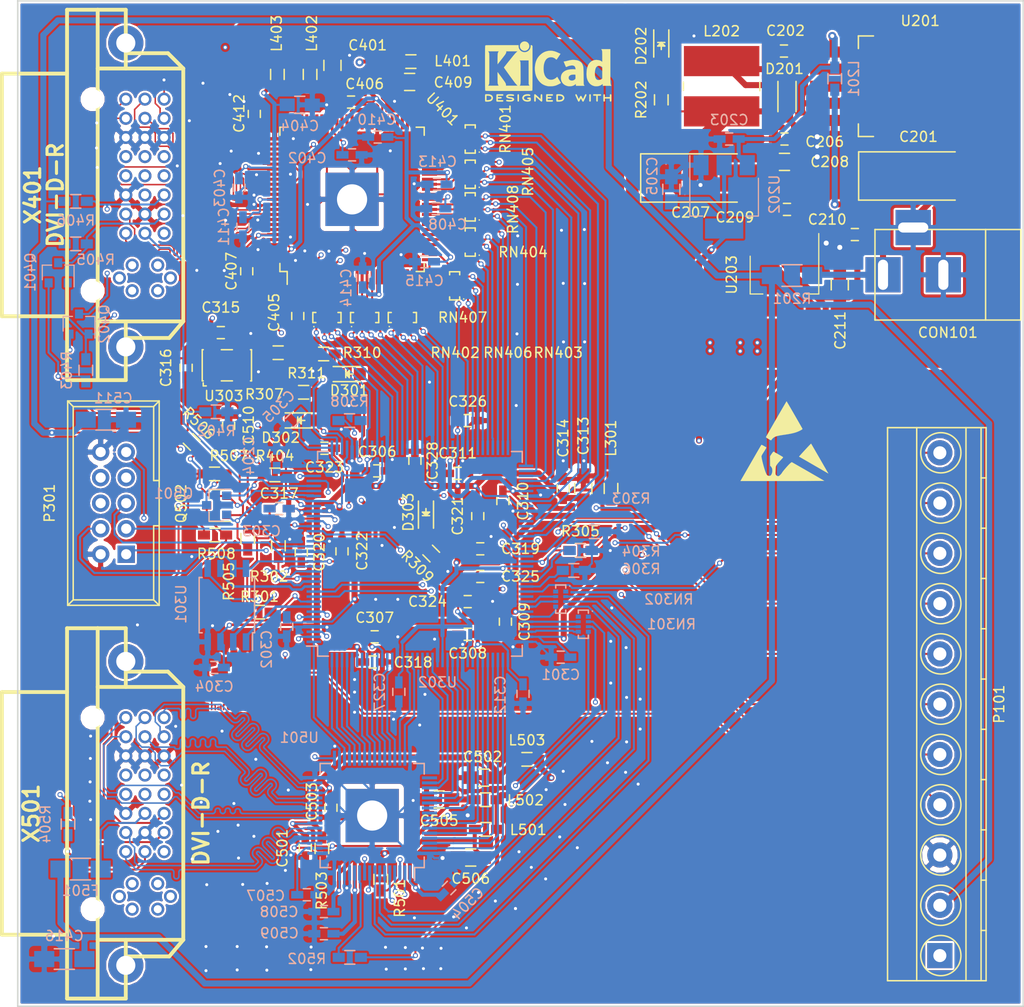
<source format=kicad_pcb>
(kicad_pcb (version 20160815) (host pcbnew "(2016-12-16 revision f631ae27b)-master")

  (general
    (links 476)
    (no_connects 0)
    (area 19.924999 19.924999 120.075001 120.075001)
    (thickness 1.6)
    (drawings 5)
    (tracks 4976)
    (zones 0)
    (modules 138)
    (nets 238)
  )

  (page A4)
  (layers
    (0 F.Cu signal)
    (1 In1.Cu signal)
    (2 In2.Cu signal)
    (31 B.Cu signal)
    (32 B.Adhes user)
    (33 F.Adhes user)
    (34 B.Paste user)
    (35 F.Paste user)
    (36 B.SilkS user)
    (37 F.SilkS user)
    (38 B.Mask user)
    (39 F.Mask user)
    (40 Dwgs.User user)
    (41 Cmts.User user)
    (42 Eco1.User user)
    (43 Eco2.User user)
    (44 Edge.Cuts user)
    (45 Margin user)
    (46 B.CrtYd user)
    (47 F.CrtYd user)
    (48 B.Fab user)
    (49 F.Fab user)
  )

  (setup
    (last_trace_width 0.2)
    (user_trace_width 0.15)
    (user_trace_width 0.2)
    (user_trace_width 0.4)
    (user_trace_width 0.6)
    (user_trace_width 1.5)
    (trace_clearance 0.152)
    (zone_clearance 0.2)
    (zone_45_only no)
    (trace_min 0.15)
    (segment_width 0.2)
    (edge_width 0.15)
    (via_size 0.5)
    (via_drill 0.3)
    (via_min_size 0.5)
    (via_min_drill 0.3)
    (user_via 0.5 0.3)
    (user_via 0.8 0.5)
    (uvia_size 0.3)
    (uvia_drill 0.1)
    (uvias_allowed no)
    (uvia_min_size 0.2)
    (uvia_min_drill 0.1)
    (pcb_text_width 0.3)
    (pcb_text_size 1.5 1.5)
    (mod_edge_width 0.15)
    (mod_text_size 1 1)
    (mod_text_width 0.15)
    (pad_size 3 3)
    (pad_drill 3)
    (pad_to_mask_clearance 0.2)
    (aux_axis_origin 0 0)
    (grid_origin 20 120.025)
    (visible_elements FFFFFFFF)
    (pcbplotparams
      (layerselection 0x010f0_ffffffff)
      (usegerberextensions false)
      (excludeedgelayer true)
      (linewidth 0.100000)
      (plotframeref false)
      (viasonmask false)
      (mode 1)
      (useauxorigin false)
      (hpglpennumber 1)
      (hpglpenspeed 20)
      (hpglpendiameter 15)
      (psnegative false)
      (psa4output false)
      (plotreference true)
      (plotvalue true)
      (plotinvisibletext false)
      (padsonsilk false)
      (subtractmaskfromsilk false)
      (outputformat 1)
      (mirror false)
      (drillshape 0)
      (scaleselection 1)
      (outputdirectory gerber/))
  )

  (net 0 "")
  (net 1 /power/VIN)
  (net 2 GND)
  (net 3 "Net-(C202-Pad2)")
  (net 4 +2V5)
  (net 5 +3V3)
  (net 6 +1V2)
  (net 7 +V_IO)
  (net 8 /dvi_out/TVDD)
  (net 9 "Net-(D201-Pad1)")
  (net 10 "Net-(D202-Pad2)")
  (net 11 "Net-(F501-Pad1)")
  (net 12 +5V)
  (net 13 /GPIO0)
  (net 14 /GPIO1)
  (net 15 /GPIO2)
  (net 16 /GPIO3)
  (net 17 /GPIO4)
  (net 18 /GPIO5)
  (net 19 /GPIO6)
  (net 20 /GPIO7)
  (net 21 "Net-(P301-Pad9)")
  (net 22 "Net-(P301-Pad8)")
  (net 23 "Net-(P301-Pad7)")
  (net 24 "Net-(P301-Pad6)")
  (net 25 "Net-(P301-Pad5)")
  (net 26 "Net-(P301-Pad3)")
  (net 27 "Net-(P301-Pad1)")
  (net 28 /dvi_in/DDCDAT_IN)
  (net 29 /dvi_in/DDCCLK_IN)
  (net 30 /dvi_out/DDCDAT)
  (net 31 /dvi_out/DDCCLK)
  (net 32 "Net-(R301-Pad1)")
  (net 33 "Net-(R302-Pad1)")
  (net 34 "Net-(R303-Pad1)")
  (net 35 "Net-(R304-Pad1)")
  (net 36 "Net-(R305-Pad1)")
  (net 37 "Net-(R306-Pad1)")
  (net 38 /fpga/CLK50)
  (net 39 "Net-(R307-Pad2)")
  (net 40 /dvi_out/TXCLK+)
  (net 41 "Net-(R308-Pad1)")
  (net 42 /fpga/CLKIN)
  (net 43 /dvi_in/HOTPLUG)
  (net 44 "Net-(R501-Pad1)")
  (net 45 /dvi_out/MSEN)
  (net 46 "Net-(R503-Pad2)")
  (net 47 /dvi_out/HOTPLUG)
  (net 48 "Net-(R504-Pad1)")
  (net 49 "Net-(RN301-Pad7)")
  (net 50 "Net-(RN301-Pad6)")
  (net 51 "Net-(RN301-Pad5)")
  (net 52 "Net-(RN301-Pad8)")
  (net 53 /dvi_out/CTL1)
  (net 54 /dvi_out/DE)
  (net 55 /dvi_out/VSYNC)
  (net 56 /dvi_out/HSYNC)
  (net 57 /dvi_out/CTL2)
  (net 58 /dvi_out/CTL3)
  (net 59 "Net-(RN302-Pad8)")
  (net 60 "Net-(RN302-Pad5)")
  (net 61 "Net-(RN302-Pad6)")
  (net 62 "Net-(RN302-Pad7)")
  (net 63 /dvi_in/DE)
  (net 64 /dvi_in/VSYNC)
  (net 65 /dvi_in/HSYNC)
  (net 66 "Net-(RN401-Pad4)")
  (net 67 "Net-(RN401-Pad8)")
  (net 68 "Net-(RN401-Pad5)")
  (net 69 "Net-(RN401-Pad6)")
  (net 70 "Net-(RN401-Pad7)")
  (net 71 "Net-(RN402-Pad7)")
  (net 72 "Net-(RN402-Pad6)")
  (net 73 "Net-(RN402-Pad5)")
  (net 74 "Net-(RN402-Pad8)")
  (net 75 /dvi_in/DATI3)
  (net 76 /dvi_in/DATI2)
  (net 77 /dvi_in/DATI1)
  (net 78 /dvi_in/DATI0)
  (net 79 "Net-(RN403-Pad7)")
  (net 80 "Net-(RN403-Pad6)")
  (net 81 "Net-(RN403-Pad5)")
  (net 82 "Net-(RN403-Pad8)")
  (net 83 /dvi_in/DATI11)
  (net 84 /dvi_in/DATI10)
  (net 85 /dvi_in/DATI9)
  (net 86 /dvi_in/DATI8)
  (net 87 "Net-(RN404-Pad7)")
  (net 88 "Net-(RN404-Pad6)")
  (net 89 "Net-(RN404-Pad5)")
  (net 90 "Net-(RN404-Pad8)")
  (net 91 /dvi_in/DATI19)
  (net 92 /dvi_in/DATI18)
  (net 93 /dvi_in/DATI17)
  (net 94 /dvi_in/DATI16)
  (net 95 "Net-(RN405-Pad7)")
  (net 96 "Net-(RN405-Pad6)")
  (net 97 "Net-(RN405-Pad5)")
  (net 98 "Net-(RN405-Pad8)")
  (net 99 /dvi_in/CTL3)
  (net 100 /dvi_in/CTL2)
  (net 101 /dvi_in/CTL1)
  (net 102 /dvi_in/DATI4)
  (net 103 /dvi_in/DATI5)
  (net 104 /dvi_in/DATI6)
  (net 105 /dvi_in/DATI7)
  (net 106 "Net-(RN406-Pad8)")
  (net 107 "Net-(RN406-Pad5)")
  (net 108 "Net-(RN406-Pad6)")
  (net 109 "Net-(RN406-Pad7)")
  (net 110 /dvi_in/DATI12)
  (net 111 /dvi_in/DATI13)
  (net 112 /dvi_in/DATI14)
  (net 113 /dvi_in/DATI15)
  (net 114 "Net-(RN407-Pad8)")
  (net 115 "Net-(RN407-Pad5)")
  (net 116 "Net-(RN407-Pad6)")
  (net 117 "Net-(RN407-Pad7)")
  (net 118 /dvi_in/DATI20)
  (net 119 /dvi_in/DATI21)
  (net 120 /dvi_in/DATI22)
  (net 121 /dvi_in/DATI23)
  (net 122 "Net-(RN408-Pad8)")
  (net 123 "Net-(RN408-Pad5)")
  (net 124 "Net-(RN408-Pad6)")
  (net 125 "Net-(RN408-Pad7)")
  (net 126 /dvi_out/DATO4)
  (net 127 /dvi_out/DATO5)
  (net 128 /dvi_out/DATO6)
  (net 129 /dvi_out/DATO7)
  (net 130 /dvi_out/DATO12)
  (net 131 /dvi_out/DATO13)
  (net 132 /dvi_out/DATO14)
  (net 133 /dvi_out/DATO15)
  (net 134 /dvi_out/DATO20)
  (net 135 /dvi_out/DATO21)
  (net 136 /dvi_out/DATO22)
  (net 137 /dvi_out/DATO23)
  (net 138 /dvi_out/DATO3)
  (net 139 /dvi_out/DATO2)
  (net 140 /dvi_out/DATO1)
  (net 141 /dvi_out/DATO0)
  (net 142 /dvi_out/DATO11)
  (net 143 /dvi_out/DATO10)
  (net 144 /dvi_out/DATO9)
  (net 145 /dvi_out/DATO8)
  (net 146 /dvi_out/DATO19)
  (net 147 /dvi_out/DATO18)
  (net 148 /dvi_out/DATO17)
  (net 149 /dvi_out/DATO16)
  (net 150 /fpga/DCLK)
  (net 151 /fpga/ASDI)
  (net 152 /fpga/DATA)
  (net 153 /fpga/nCS)
  (net 154 "Net-(U302-Pad127)")
  (net 155 /dvi_in/LINK_ACT)
  (net 156 /dvi_in/PDOWN)
  (net 157 /dvi_out/EDGE)
  (net 158 /dvi_out/DKEN)
  (net 159 "Net-(U303-Pad1)")
  (net 160 "Net-(U401-Pad96)")
  (net 161 /dvi_in/RxC-)
  (net 162 /dvi_in/RxC+)
  (net 163 /dvi_in/Rx0+)
  (net 164 /dvi_in/Rx1-)
  (net 165 /dvi_in/Rx1+)
  (net 166 /dvi_in/Rx2-)
  (net 167 /dvi_in/Rx2+)
  (net 168 "Net-(U401-Pad77)")
  (net 169 "Net-(U401-Pad75)")
  (net 170 "Net-(U401-Pad74)")
  (net 171 "Net-(U401-Pad73)")
  (net 172 "Net-(U401-Pad72)")
  (net 173 "Net-(U401-Pad71)")
  (net 174 "Net-(U401-Pad70)")
  (net 175 "Net-(U401-Pad69)")
  (net 176 "Net-(U401-Pad66)")
  (net 177 "Net-(U401-Pad65)")
  (net 178 "Net-(U401-Pad64)")
  (net 179 "Net-(U401-Pad63)")
  (net 180 "Net-(U401-Pad62)")
  (net 181 "Net-(U401-Pad61)")
  (net 182 "Net-(U401-Pad60)")
  (net 183 "Net-(U401-Pad59)")
  (net 184 "Net-(U401-Pad56)")
  (net 185 "Net-(U401-Pad55)")
  (net 186 "Net-(U401-Pad54)")
  (net 187 "Net-(U401-Pad53)")
  (net 188 "Net-(U401-Pad52)")
  (net 189 "Net-(U401-Pad51)")
  (net 190 "Net-(U401-Pad50)")
  (net 191 "Net-(U401-Pad49)")
  (net 192 "Net-(U501-Pad56)")
  (net 193 "Net-(U501-Pad49)")
  (net 194 /dvi_out/TX2+)
  (net 195 /dvi_out/TX2-)
  (net 196 /dvi_out/TX1+)
  (net 197 /dvi_out/TX1-)
  (net 198 /dvi_out/TX0+)
  (net 199 /dvi_out/TX0-)
  (net 200 /dvi_out/TXC+)
  (net 201 /dvi_out/TXC-)
  (net 202 "Net-(X401-Pad8)")
  (net 203 "Net-(X401-Pad21)")
  (net 204 "Net-(X401-Pad20)")
  (net 205 "Net-(X401-Pad14)")
  (net 206 "Net-(X401-Pad13)")
  (net 207 "Net-(X401-Pad12)")
  (net 208 "Net-(X401-Pad5)")
  (net 209 "Net-(X401-Pad4)")
  (net 210 "Net-(X501-Pad4)")
  (net 211 "Net-(X501-Pad5)")
  (net 212 "Net-(X501-Pad12)")
  (net 213 "Net-(X501-Pad13)")
  (net 214 "Net-(X501-Pad20)")
  (net 215 "Net-(X501-Pad21)")
  (net 216 "Net-(X501-Pad8)")
  (net 217 "Net-(D301-Pad2)")
  (net 218 "Net-(D302-Pad2)")
  (net 219 "Net-(D303-Pad2)")
  (net 220 /dvi_in/Rx0-)
  (net 221 "Net-(U302-Pad99)")
  (net 222 "Net-(U302-Pad84)")
  (net 223 "Net-(U302-Pad83)")
  (net 224 "Net-(RN302-Pad1)")
  (net 225 "Net-(D301-Pad1)")
  (net 226 "Net-(D302-Pad1)")
  (net 227 "Net-(D303-Pad1)")
  (net 228 "Net-(RN301-Pad1)")
  (net 229 /dvi_in/PVDD)
  (net 230 /dvi_in/DVDD)
  (net 231 /dvi_in/AVDD)
  (net 232 /dvi_out/DVDD)
  (net 233 /dvi_out/PVDD)
  (net 234 /dvi_out/DDCDAT_)
  (net 235 /dvi_out/DDCCLK_)
  (net 236 /dvi_in/DDCDAT_)
  (net 237 /dvi_in/DDCCLK_)

  (net_class Default "This is the default net class."
    (clearance 0.152)
    (trace_width 0.2)
    (via_dia 0.5)
    (via_drill 0.3)
    (uvia_dia 0.3)
    (uvia_drill 0.1)
    (diff_pair_gap 0.25)
    (diff_pair_width 0.2)
    (add_net +1V2)
    (add_net +2V5)
    (add_net +3V3)
    (add_net +5V)
    (add_net +V_IO)
    (add_net /GPIO0)
    (add_net /GPIO1)
    (add_net /GPIO2)
    (add_net /GPIO3)
    (add_net /GPIO4)
    (add_net /GPIO5)
    (add_net /GPIO6)
    (add_net /GPIO7)
    (add_net /dvi_in/AVDD)
    (add_net /dvi_in/CTL1)
    (add_net /dvi_in/CTL2)
    (add_net /dvi_in/CTL3)
    (add_net /dvi_in/DATI0)
    (add_net /dvi_in/DATI1)
    (add_net /dvi_in/DATI10)
    (add_net /dvi_in/DATI11)
    (add_net /dvi_in/DATI12)
    (add_net /dvi_in/DATI13)
    (add_net /dvi_in/DATI14)
    (add_net /dvi_in/DATI15)
    (add_net /dvi_in/DATI16)
    (add_net /dvi_in/DATI17)
    (add_net /dvi_in/DATI18)
    (add_net /dvi_in/DATI19)
    (add_net /dvi_in/DATI2)
    (add_net /dvi_in/DATI20)
    (add_net /dvi_in/DATI21)
    (add_net /dvi_in/DATI22)
    (add_net /dvi_in/DATI23)
    (add_net /dvi_in/DATI3)
    (add_net /dvi_in/DATI4)
    (add_net /dvi_in/DATI5)
    (add_net /dvi_in/DATI6)
    (add_net /dvi_in/DATI7)
    (add_net /dvi_in/DATI8)
    (add_net /dvi_in/DATI9)
    (add_net /dvi_in/DDCCLK_)
    (add_net /dvi_in/DDCCLK_IN)
    (add_net /dvi_in/DDCDAT_)
    (add_net /dvi_in/DDCDAT_IN)
    (add_net /dvi_in/DE)
    (add_net /dvi_in/DVDD)
    (add_net /dvi_in/HOTPLUG)
    (add_net /dvi_in/HSYNC)
    (add_net /dvi_in/LINK_ACT)
    (add_net /dvi_in/PDOWN)
    (add_net /dvi_in/PVDD)
    (add_net /dvi_in/Rx0+)
    (add_net /dvi_in/Rx0-)
    (add_net /dvi_in/Rx1+)
    (add_net /dvi_in/Rx1-)
    (add_net /dvi_in/Rx2+)
    (add_net /dvi_in/Rx2-)
    (add_net /dvi_in/RxC+)
    (add_net /dvi_in/RxC-)
    (add_net /dvi_in/VSYNC)
    (add_net /dvi_out/CTL1)
    (add_net /dvi_out/CTL2)
    (add_net /dvi_out/CTL3)
    (add_net /dvi_out/DATO0)
    (add_net /dvi_out/DATO1)
    (add_net /dvi_out/DATO10)
    (add_net /dvi_out/DATO11)
    (add_net /dvi_out/DATO12)
    (add_net /dvi_out/DATO13)
    (add_net /dvi_out/DATO14)
    (add_net /dvi_out/DATO15)
    (add_net /dvi_out/DATO16)
    (add_net /dvi_out/DATO17)
    (add_net /dvi_out/DATO18)
    (add_net /dvi_out/DATO19)
    (add_net /dvi_out/DATO2)
    (add_net /dvi_out/DATO20)
    (add_net /dvi_out/DATO21)
    (add_net /dvi_out/DATO22)
    (add_net /dvi_out/DATO23)
    (add_net /dvi_out/DATO3)
    (add_net /dvi_out/DATO4)
    (add_net /dvi_out/DATO5)
    (add_net /dvi_out/DATO6)
    (add_net /dvi_out/DATO7)
    (add_net /dvi_out/DATO8)
    (add_net /dvi_out/DATO9)
    (add_net /dvi_out/DDCCLK)
    (add_net /dvi_out/DDCCLK_)
    (add_net /dvi_out/DDCDAT)
    (add_net /dvi_out/DDCDAT_)
    (add_net /dvi_out/DE)
    (add_net /dvi_out/DKEN)
    (add_net /dvi_out/DVDD)
    (add_net /dvi_out/EDGE)
    (add_net /dvi_out/HOTPLUG)
    (add_net /dvi_out/HSYNC)
    (add_net /dvi_out/MSEN)
    (add_net /dvi_out/PVDD)
    (add_net /dvi_out/TVDD)
    (add_net /dvi_out/TX0+)
    (add_net /dvi_out/TX0-)
    (add_net /dvi_out/TX1+)
    (add_net /dvi_out/TX1-)
    (add_net /dvi_out/TX2+)
    (add_net /dvi_out/TX2-)
    (add_net /dvi_out/TXC+)
    (add_net /dvi_out/TXC-)
    (add_net /dvi_out/TXCLK+)
    (add_net /dvi_out/VSYNC)
    (add_net /fpga/ASDI)
    (add_net /fpga/CLK50)
    (add_net /fpga/CLKIN)
    (add_net /fpga/DATA)
    (add_net /fpga/DCLK)
    (add_net /fpga/nCS)
    (add_net /power/VIN)
    (add_net GND)
    (add_net "Net-(C202-Pad2)")
    (add_net "Net-(D201-Pad1)")
    (add_net "Net-(D202-Pad2)")
    (add_net "Net-(D301-Pad1)")
    (add_net "Net-(D301-Pad2)")
    (add_net "Net-(D302-Pad1)")
    (add_net "Net-(D302-Pad2)")
    (add_net "Net-(D303-Pad1)")
    (add_net "Net-(D303-Pad2)")
    (add_net "Net-(F501-Pad1)")
    (add_net "Net-(P301-Pad1)")
    (add_net "Net-(P301-Pad3)")
    (add_net "Net-(P301-Pad5)")
    (add_net "Net-(P301-Pad6)")
    (add_net "Net-(P301-Pad7)")
    (add_net "Net-(P301-Pad8)")
    (add_net "Net-(P301-Pad9)")
    (add_net "Net-(R301-Pad1)")
    (add_net "Net-(R302-Pad1)")
    (add_net "Net-(R303-Pad1)")
    (add_net "Net-(R304-Pad1)")
    (add_net "Net-(R305-Pad1)")
    (add_net "Net-(R306-Pad1)")
    (add_net "Net-(R307-Pad2)")
    (add_net "Net-(R308-Pad1)")
    (add_net "Net-(R501-Pad1)")
    (add_net "Net-(R503-Pad2)")
    (add_net "Net-(R504-Pad1)")
    (add_net "Net-(RN301-Pad1)")
    (add_net "Net-(RN301-Pad5)")
    (add_net "Net-(RN301-Pad6)")
    (add_net "Net-(RN301-Pad7)")
    (add_net "Net-(RN301-Pad8)")
    (add_net "Net-(RN302-Pad1)")
    (add_net "Net-(RN302-Pad5)")
    (add_net "Net-(RN302-Pad6)")
    (add_net "Net-(RN302-Pad7)")
    (add_net "Net-(RN302-Pad8)")
    (add_net "Net-(RN401-Pad4)")
    (add_net "Net-(RN401-Pad5)")
    (add_net "Net-(RN401-Pad6)")
    (add_net "Net-(RN401-Pad7)")
    (add_net "Net-(RN401-Pad8)")
    (add_net "Net-(RN402-Pad5)")
    (add_net "Net-(RN402-Pad6)")
    (add_net "Net-(RN402-Pad7)")
    (add_net "Net-(RN402-Pad8)")
    (add_net "Net-(RN403-Pad5)")
    (add_net "Net-(RN403-Pad6)")
    (add_net "Net-(RN403-Pad7)")
    (add_net "Net-(RN403-Pad8)")
    (add_net "Net-(RN404-Pad5)")
    (add_net "Net-(RN404-Pad6)")
    (add_net "Net-(RN404-Pad7)")
    (add_net "Net-(RN404-Pad8)")
    (add_net "Net-(RN405-Pad5)")
    (add_net "Net-(RN405-Pad6)")
    (add_net "Net-(RN405-Pad7)")
    (add_net "Net-(RN405-Pad8)")
    (add_net "Net-(RN406-Pad5)")
    (add_net "Net-(RN406-Pad6)")
    (add_net "Net-(RN406-Pad7)")
    (add_net "Net-(RN406-Pad8)")
    (add_net "Net-(RN407-Pad5)")
    (add_net "Net-(RN407-Pad6)")
    (add_net "Net-(RN407-Pad7)")
    (add_net "Net-(RN407-Pad8)")
    (add_net "Net-(RN408-Pad5)")
    (add_net "Net-(RN408-Pad6)")
    (add_net "Net-(RN408-Pad7)")
    (add_net "Net-(RN408-Pad8)")
    (add_net "Net-(U302-Pad127)")
    (add_net "Net-(U302-Pad83)")
    (add_net "Net-(U302-Pad84)")
    (add_net "Net-(U302-Pad99)")
    (add_net "Net-(U303-Pad1)")
    (add_net "Net-(U401-Pad49)")
    (add_net "Net-(U401-Pad50)")
    (add_net "Net-(U401-Pad51)")
    (add_net "Net-(U401-Pad52)")
    (add_net "Net-(U401-Pad53)")
    (add_net "Net-(U401-Pad54)")
    (add_net "Net-(U401-Pad55)")
    (add_net "Net-(U401-Pad56)")
    (add_net "Net-(U401-Pad59)")
    (add_net "Net-(U401-Pad60)")
    (add_net "Net-(U401-Pad61)")
    (add_net "Net-(U401-Pad62)")
    (add_net "Net-(U401-Pad63)")
    (add_net "Net-(U401-Pad64)")
    (add_net "Net-(U401-Pad65)")
    (add_net "Net-(U401-Pad66)")
    (add_net "Net-(U401-Pad69)")
    (add_net "Net-(U401-Pad70)")
    (add_net "Net-(U401-Pad71)")
    (add_net "Net-(U401-Pad72)")
    (add_net "Net-(U401-Pad73)")
    (add_net "Net-(U401-Pad74)")
    (add_net "Net-(U401-Pad75)")
    (add_net "Net-(U401-Pad77)")
    (add_net "Net-(U401-Pad96)")
    (add_net "Net-(U501-Pad49)")
    (add_net "Net-(U501-Pad56)")
    (add_net "Net-(X401-Pad12)")
    (add_net "Net-(X401-Pad13)")
    (add_net "Net-(X401-Pad14)")
    (add_net "Net-(X401-Pad20)")
    (add_net "Net-(X401-Pad21)")
    (add_net "Net-(X401-Pad4)")
    (add_net "Net-(X401-Pad5)")
    (add_net "Net-(X401-Pad8)")
    (add_net "Net-(X501-Pad12)")
    (add_net "Net-(X501-Pad13)")
    (add_net "Net-(X501-Pad20)")
    (add_net "Net-(X501-Pad21)")
    (add_net "Net-(X501-Pad4)")
    (add_net "Net-(X501-Pad5)")
    (add_net "Net-(X501-Pad8)")
  )

  (module Capacitors_Tantalum_SMD:Tantalum_Case-D_EIA-7343-31_Hand (layer F.Cu) (tedit 57B6E980) (tstamp 586EAA66)
    (at 87.9 37.625)
    (descr "Tantalum capacitor, Case D, EIA 7343-31, 7.3x4.3x2.8mm, Hand soldering footprint")
    (tags "capacitor tantalum smd")
    (path /5839A46D/5839CB5E)
    (attr smd)
    (fp_text reference C207 (at -0.99 3.43) (layer F.SilkS)
      (effects (font (size 1 1) (thickness 0.15)))
    )
    (fp_text value 100u (at 0 3.9) (layer F.Fab)
      (effects (font (size 1 1) (thickness 0.15)))
    )
    (fp_line (start -6.05 -2.5) (end -6.05 2.5) (layer F.CrtYd) (width 0.05))
    (fp_line (start -6.05 2.5) (end 6.05 2.5) (layer F.CrtYd) (width 0.05))
    (fp_line (start 6.05 2.5) (end 6.05 -2.5) (layer F.CrtYd) (width 0.05))
    (fp_line (start 6.05 -2.5) (end -6.05 -2.5) (layer F.CrtYd) (width 0.05))
    (fp_line (start -3.65 -2.15) (end -3.65 2.15) (layer F.Fab) (width 0.15))
    (fp_line (start -3.65 2.15) (end 3.65 2.15) (layer F.Fab) (width 0.15))
    (fp_line (start 3.65 2.15) (end 3.65 -2.15) (layer F.Fab) (width 0.15))
    (fp_line (start 3.65 -2.15) (end -3.65 -2.15) (layer F.Fab) (width 0.15))
    (fp_line (start -2.92 -2.15) (end -2.92 2.15) (layer F.Fab) (width 0.15))
    (fp_line (start -2.555 -2.15) (end -2.555 2.15) (layer F.Fab) (width 0.15))
    (fp_line (start -5.95 -2.4) (end 3.65 -2.4) (layer F.SilkS) (width 0.15))
    (fp_line (start -5.95 2.4) (end 3.65 2.4) (layer F.SilkS) (width 0.15))
    (fp_line (start -5.95 -2.4) (end -5.95 2.4) (layer F.SilkS) (width 0.15))
    (pad 1 smd rect (at -3.775 0) (size 3.75 2.7) (layers F.Cu F.Paste F.Mask)
      (net 5 +3V3))
    (pad 2 smd rect (at 3.775 0) (size 3.75 2.7) (layers F.Cu F.Paste F.Mask)
      (net 2 GND))
    (model Capacitors_Tantalum_SMD.3dshapes/Tantalum_Case-D_EIA-7343-31.wrl
      (at (xyz 0 0 0))
      (scale (xyz 1 1 1))
      (rotate (xyz 0 0 0))
    )
  )

  (module artwork:shimatta_std (layer F.Cu) (tedit 0) (tstamp 58695997)
    (at 89.5 112.525)
    (fp_text reference G*** (at 0 0) (layer F.SilkS) hide
      (effects (font (thickness 0.3)))
    )
    (fp_text value LOGO (at 0.75 0) (layer F.SilkS) hide
      (effects (font (thickness 0.3)))
    )
    (fp_poly (pts (xy 10.868794 -0.34663) (xy 10.940082 -0.344725) (xy 11.001581 -0.340759) (xy 11.054456 -0.334558)
      (xy 11.099874 -0.325943) (xy 11.138999 -0.314739) (xy 11.172997 -0.300768) (xy 11.203034 -0.283854)
      (xy 11.230276 -0.263821) (xy 11.255887 -0.240491) (xy 11.256462 -0.239919) (xy 11.289334 -0.201111)
      (xy 11.312259 -0.15891) (xy 11.326574 -0.110035) (xy 11.333618 -0.05121) (xy 11.333643 -0.0508)
      (xy 11.332569 0.023291) (xy 11.320361 0.089289) (xy 11.297275 0.146655) (xy 11.263566 0.19485)
      (xy 11.219491 0.233333) (xy 11.190884 0.250184) (xy 11.170271 0.260221) (xy 11.150623 0.268525)
      (xy 11.130272 0.275304) (xy 11.107549 0.280766) (xy 11.080783 0.285117) (xy 11.048306 0.288565)
      (xy 11.008448 0.291317) (xy 10.959541 0.29358) (xy 10.899914 0.295563) (xy 10.827899 0.297472)
      (xy 10.805885 0.298007) (xy 10.501253 0.308642) (xy 10.207708 0.325718) (xy 9.923258 0.349393)
      (xy 9.645907 0.379823) (xy 9.470624 0.402998) (xy 9.411807 0.410902) (xy 9.364278 0.416192)
      (xy 9.325062 0.418954) (xy 9.291185 0.41927) (xy 9.259672 0.417223) (xy 9.227549 0.412897)
      (xy 9.212169 0.410241) (xy 9.144467 0.392017) (xy 9.087321 0.363849) (xy 9.040745 0.325747)
      (xy 9.004755 0.277724) (xy 8.992925 0.254871) (xy 8.980849 0.218141) (xy 8.973005 0.172373)
      (xy 8.969757 0.122517) (xy 8.971468 0.073524) (xy 8.976926 0.037019) (xy 8.997827 -0.025291)
      (xy 9.0312 -0.080963) (xy 9.075937 -0.128488) (xy 9.122686 -0.16171) (xy 9.147207 -0.17458)
      (xy 9.175393 -0.186432) (xy 9.208483 -0.197521) (xy 9.247713 -0.208107) (xy 9.294321 -0.218445)
      (xy 9.349544 -0.228794) (xy 9.414619 -0.23941) (xy 9.490782 -0.250551) (xy 9.579273 -0.262474)
      (xy 9.652 -0.271774) (xy 9.800914 -0.289224) (xy 9.950405 -0.304133) (xy 10.103324 -0.316716)
      (xy 10.262527 -0.327186) (xy 10.430867 -0.335758) (xy 10.584543 -0.341755) (xy 10.69219 -0.344969)
      (xy 10.786552 -0.346653) (xy 10.868794 -0.34663)) (layer F.Mask) (width 0.01))
    (fp_poly (pts (xy 3.280686 -0.880939) (xy 3.34556 -0.879771) (xy 3.402872 -0.877617) (xy 3.449973 -0.87446)
      (xy 3.472543 -0.872037) (xy 3.61367 -0.849571) (xy 3.744701 -0.82007) (xy 3.868701 -0.782621)
      (xy 3.988736 -0.73631) (xy 4.096467 -0.686017) (xy 4.193868 -0.632986) (xy 4.288297 -0.574006)
      (xy 4.3772 -0.510941) (xy 4.458022 -0.445653) (xy 4.528209 -0.380007) (xy 4.555365 -0.351156)
      (xy 4.639992 -0.246318) (xy 4.713364 -0.13273) (xy 4.774921 -0.011455) (xy 4.824102 0.116443)
      (xy 4.850885 0.209423) (xy 4.879181 0.347701) (xy 4.896607 0.490707) (xy 4.903125 0.635529)
      (xy 4.898699 0.779253) (xy 4.88329 0.918966) (xy 4.861451 1.032728) (xy 4.824346 1.160933)
      (xy 4.77372 1.287533) (xy 4.710565 1.41087) (xy 4.635874 1.529285) (xy 4.550639 1.641117)
      (xy 4.455854 1.744709) (xy 4.40832 1.79005) (xy 4.299338 1.882172) (xy 4.177612 1.971762)
      (xy 4.04482 2.057926) (xy 3.902638 2.139772) (xy 3.752745 2.216408) (xy 3.596818 2.286942)
      (xy 3.436534 2.350482) (xy 3.27357 2.406135) (xy 3.218543 2.422898) (xy 3.139899 2.444368)
      (xy 3.049468 2.466013) (xy 2.949959 2.487315) (xy 2.844082 2.507761) (xy 2.734547 2.526832)
      (xy 2.624065 2.544015) (xy 2.515345 2.558792) (xy 2.485571 2.56243) (xy 2.428012 2.568359)
      (xy 2.365313 2.573218) (xy 2.299907 2.576957) (xy 2.234229 2.579525) (xy 2.17071 2.580872)
      (xy 2.111786 2.580947) (xy 2.05989 2.579698) (xy 2.017454 2.577077) (xy 1.986913 2.573032)
      (xy 1.985844 2.572813) (xy 1.91558 2.552339) (xy 1.8565 2.522842) (xy 1.808841 2.484627)
      (xy 1.772841 2.437998) (xy 1.748736 2.38326) (xy 1.736764 2.320717) (xy 1.736929 2.253327)
      (xy 1.748307 2.186275) (xy 1.77048 2.128668) (xy 1.803758 2.079916) (xy 1.848452 2.039427)
      (xy 1.849677 2.038544) (xy 1.877767 2.020506) (xy 1.908228 2.005555) (xy 1.943115 1.993169)
      (xy 1.984481 1.982826) (xy 2.034379 1.974007) (xy 2.094863 1.966188) (xy 2.161084 1.959481)
      (xy 2.311846 1.944454) (xy 2.450169 1.928139) (xy 2.578102 1.910074) (xy 2.697697 1.889796)
      (xy 2.811005 1.866842) (xy 2.920076 1.84075) (xy 3.026962 1.811058) (xy 3.133714 1.777303)
      (xy 3.242382 1.739022) (xy 3.355017 1.695754) (xy 3.386254 1.683205) (xy 3.439042 1.660814)
      (xy 3.498085 1.634078) (xy 3.560068 1.604637) (xy 3.621674 1.574131) (xy 3.679588 1.5442)
      (xy 3.730494 1.516484) (xy 3.76929 1.493734) (xy 3.863531 1.428613) (xy 3.952139 1.353949)
      (xy 4.033116 1.271853) (xy 4.104465 1.184435) (xy 4.16419 1.093803) (xy 4.186568 1.052873)
      (xy 4.225348 0.967344) (xy 4.253373 0.882119) (xy 4.271449 0.793702) (xy 4.280379 0.698597)
      (xy 4.281685 0.639641) (xy 4.277001 0.527464) (xy 4.262763 0.425302) (xy 4.238591 0.331924)
      (xy 4.204105 0.2461) (xy 4.158926 0.166599) (xy 4.119 0.11188) (xy 4.060291 0.048463)
      (xy 3.988142 -0.012032) (xy 3.902275 -0.06981) (xy 3.802411 -0.125073) (xy 3.778387 -0.136985)
      (xy 3.681686 -0.179417) (xy 3.583439 -0.212975) (xy 3.48168 -0.237992) (xy 3.374444 -0.254803)
      (xy 3.259766 -0.263742) (xy 3.13568 -0.265143) (xy 3.043531 -0.261888) (xy 2.888029 -0.251649)
      (xy 2.734088 -0.236994) (xy 2.580213 -0.217612) (xy 2.424912 -0.193189) (xy 2.26669 -0.163413)
      (xy 2.104054 -0.127969) (xy 1.93551 -0.086547) (xy 1.759564 -0.038832) (xy 1.574722 0.015488)
      (xy 1.379491 0.076726) (xy 1.29428 0.104504) (xy 1.212487 0.131377) (xy 1.14306 0.153997)
      (xy 1.08461 0.172751) (xy 1.035751 0.188021) (xy 0.995094 0.200194) (xy 0.961252 0.209655)
      (xy 0.932836 0.216787) (xy 0.908459 0.221977) (xy 0.886733 0.225608) (xy 0.86627 0.228067)
      (xy 0.845683 0.229737) (xy 0.841828 0.229985) (xy 0.770694 0.22918) (xy 0.705988 0.217912)
      (xy 0.648912 0.196762) (xy 0.60067 0.166307) (xy 0.562463 0.127129) (xy 0.536857 0.083059)
      (xy 0.516575 0.01964) (xy 0.509485 -0.04353) (xy 0.515258 -0.10471) (xy 0.533566 -0.162158)
      (xy 0.564078 -0.214131) (xy 0.6005 -0.25372) (xy 0.627556 -0.275729) (xy 0.658526 -0.29656)
      (xy 0.694993 -0.316941) (xy 0.738543 -0.337601) (xy 0.790758 -0.359268) (xy 0.853223 -0.382671)
      (xy 0.927522 -0.40854) (xy 0.962785 -0.420363) (xy 1.235996 -0.508259) (xy 1.498548 -0.586824)
      (xy 1.750821 -0.656148) (xy 1.993199 -0.71632) (xy 2.226063 -0.767428) (xy 2.449796 -0.809563)
      (xy 2.664779 -0.842814) (xy 2.871395 -0.86727) (xy 2.881085 -0.868221) (xy 2.935666 -0.872605)
      (xy 2.998589 -0.876105) (xy 3.067203 -0.878706) (xy 3.138857 -0.88039) (xy 3.210902 -0.88114)
      (xy 3.280686 -0.880939)) (layer F.Mask) (width 0.01))
    (fp_poly (pts (xy 9.003608 1.085203) (xy 9.056887 1.097351) (xy 9.102289 1.118483) (xy 9.136442 1.144109)
      (xy 9.162501 1.170161) (xy 9.183639 1.197962) (xy 9.200436 1.229422) (xy 9.213471 1.266452)
      (xy 9.223323 1.310961) (xy 9.230572 1.364858) (xy 9.235796 1.430055) (xy 9.238428 1.480457)
      (xy 9.242463 1.556719) (xy 9.247451 1.620598) (xy 9.253768 1.674212) (xy 9.261789 1.719683)
      (xy 9.27189 1.759128) (xy 9.284448 1.794667) (xy 9.299837 1.828421) (xy 9.300281 1.8293)
      (xy 9.32368 1.861058) (xy 9.36009 1.889396) (xy 9.409773 1.914428) (xy 9.472988 1.936271)
      (xy 9.549997 1.955039) (xy 9.608457 1.96579) (xy 9.659854 1.973801) (xy 9.709141 1.980441)
      (xy 9.758607 1.98587) (xy 9.810543 1.990245) (xy 9.86724 1.993727) (xy 9.930987 1.996474)
      (xy 10.004074 1.998645) (xy 10.088793 2.000399) (xy 10.112828 2.000803) (xy 10.344931 2.000686)
      (xy 10.574631 1.992926) (xy 10.799511 1.977698) (xy 11.017155 1.955179) (xy 11.225147 1.925543)
      (xy 11.283945 1.915532) (xy 11.323332 1.909019) (xy 11.353394 1.905485) (xy 11.37896 1.904703)
      (xy 11.404859 1.906445) (xy 11.424674 1.908893) (xy 11.494816 1.923371) (xy 11.553352 1.946196)
      (xy 11.600789 1.977718) (xy 11.637635 2.018289) (xy 11.664396 2.068258) (xy 11.667708 2.076961)
      (xy 11.674691 2.105256) (xy 11.679662 2.14325) (xy 11.682423 2.186242) (xy 11.682775 2.229529)
      (xy 11.680518 2.26841) (xy 11.676827 2.29262) (xy 11.655383 2.357769) (xy 11.621693 2.415438)
      (xy 11.576172 2.465251) (xy 11.51923 2.506833) (xy 11.451281 2.539807) (xy 11.381702 2.561655)
      (xy 11.342402 2.569881) (xy 11.29029 2.578484) (xy 11.227059 2.587284) (xy 11.154403 2.596097)
      (xy 11.074012 2.604743) (xy 10.987579 2.61304) (xy 10.896797 2.620806) (xy 10.803359 2.62786)
      (xy 10.708955 2.634021) (xy 10.705281 2.63424) (xy 10.652261 2.63689) (xy 10.589033 2.639219)
      (xy 10.517978 2.641203) (xy 10.441476 2.642822) (xy 10.36191 2.644053) (xy 10.281658 2.644874)
      (xy 10.203102 2.645263) (xy 10.128622 2.645198) (xy 10.0606 2.644658) (xy 10.001415 2.643619)
      (xy 9.953449 2.64206) (xy 9.938657 2.641327) (xy 9.768481 2.628296) (xy 9.611394 2.609042)
      (xy 9.467369 2.583557) (xy 9.336381 2.551835) (xy 9.218402 2.51387) (xy 9.113406 2.469654)
      (xy 9.021367 2.419181) (xy 8.998233 2.404142) (xy 8.936306 2.355572) (xy 8.876387 2.295797)
      (xy 8.821128 2.228111) (xy 8.77318 2.155807) (xy 8.735198 2.08218) (xy 8.730868 2.072055)
      (xy 8.707215 2.00826) (xy 8.685371 1.936098) (xy 8.66712 1.861716) (xy 8.660844 1.8307)
      (xy 8.655793 1.795362) (xy 8.651582 1.749235) (xy 8.648253 1.695121) (xy 8.645849 1.635825)
      (xy 8.644412 1.574151) (xy 8.643985 1.512901) (xy 8.64461 1.45488) (xy 8.646328 1.402892)
      (xy 8.649184 1.359739) (xy 8.653218 1.328227) (xy 8.65325 1.328057) (xy 8.671645 1.258488)
      (xy 8.698511 1.200675) (xy 8.734046 1.154447) (xy 8.778447 1.119634) (xy 8.831912 1.096067)
      (xy 8.894638 1.083576) (xy 8.940188 1.081315) (xy 9.003608 1.085203)) (layer F.Mask) (width 0.01))
    (fp_poly (pts (xy -11.3068 -2.522042) (xy -11.243523 -2.508415) (xy -11.18998 -2.484867) (xy -11.145174 -2.450712)
      (xy -11.108109 -2.405266) (xy -11.077788 -2.347845) (xy -11.062557 -2.307771) (xy -11.061106 -2.303062)
      (xy -11.05976 -2.297493) (xy -11.058513 -2.290514) (xy -11.057361 -2.281571) (xy -11.056298 -2.270114)
      (xy -11.055319 -2.255589) (xy -11.054417 -2.237446) (xy -11.053589 -2.215132) (xy -11.052827 -2.188096)
      (xy -11.052128 -2.155784) (xy -11.051485 -2.117645) (xy -11.050893 -2.073128) (xy -11.050346 -2.02168)
      (xy -11.04984 -1.962749) (xy -11.049369 -1.895784) (xy -11.048927 -1.820232) (xy -11.048509 -1.735541)
      (xy -11.04811 -1.64116) (xy -11.047724 -1.536535) (xy -11.047346 -1.421117) (xy -11.04697 -1.294351)
      (xy -11.046591 -1.155687) (xy -11.046203 -1.004573) (xy -11.045802 -0.840455) (xy -11.045381 -0.662784)
      (xy -11.045055 -0.522514) (xy -11.044621 -0.331929) (xy -11.044228 -0.155283) (xy -11.043859 0.008)
      (xy -11.043503 0.158496) (xy -11.043145 0.296779) (xy -11.042771 0.423427) (xy -11.042368 0.539013)
      (xy -11.041921 0.644114) (xy -11.041417 0.739305) (xy -11.040843 0.825162) (xy -11.040184 0.90226)
      (xy -11.039426 0.971175) (xy -11.038556 1.032482) (xy -11.037561 1.086757) (xy -11.036425 1.134576)
      (xy -11.035136 1.176514) (xy -11.033679 1.213146) (xy -11.032041 1.245049) (xy -11.030209 1.272797)
      (xy -11.028167 1.296966) (xy -11.025903 1.318133) (xy -11.023403 1.336871) (xy -11.020653 1.353757)
      (xy -11.017638 1.369367) (xy -11.014346 1.384276) (xy -11.010763 1.399059) (xy -11.006874 1.414293)
      (xy -11.002666 1.430552) (xy -10.998125 1.448412) (xy -10.997798 1.449724) (xy -10.964594 1.558686)
      (xy -10.922022 1.656604) (xy -10.87005 1.743504) (xy -10.808644 1.819409) (xy -10.737771 1.884342)
      (xy -10.6574 1.938328) (xy -10.567497 1.98139) (xy -10.468029 2.013553) (xy -10.358964 2.03484)
      (xy -10.24027 2.045275) (xy -10.18084 2.046437) (xy -10.02365 2.040231) (xy -9.8725 2.021965)
      (xy -9.72797 1.991807) (xy -9.590642 1.949924) (xy -9.461096 1.896487) (xy -9.339913 1.831662)
      (xy -9.260323 1.779565) (xy -9.187902 1.722827) (xy -9.111738 1.652849) (xy -9.032329 1.570273)
      (xy -8.950172 1.475739) (xy -8.865765 1.369888) (xy -8.779606 1.253362) (xy -8.692193 1.126801)
      (xy -8.604024 0.990846) (xy -8.515598 0.846139) (xy -8.456603 0.744866) (xy -8.420295 0.681984)
      (xy -8.389599 0.630434) (xy -8.363414 0.588677) (xy -8.340642 0.555175) (xy -8.320185 0.52839)
      (xy -8.300944 0.506783) (xy -8.28182 0.488815) (xy -8.263208 0.474045) (xy -8.214168 0.444068)
      (xy -8.164588 0.42726) (xy -8.110878 0.422597) (xy -8.087241 0.423921) (xy -8.016328 0.43535)
      (xy -7.956351 0.456006) (xy -7.906749 0.48626) (xy -7.866959 0.526481) (xy -7.836418 0.57704)
      (xy -7.82912 0.593917) (xy -7.822484 0.612165) (xy -7.817901 0.630107) (xy -7.815007 0.650993)
      (xy -7.813441 0.678075) (xy -7.812837 0.714605) (xy -7.812785 0.740229) (xy -7.813068 0.783475)
      (xy -7.814142 0.815935) (xy -7.816453 0.841334) (xy -7.820449 0.863396) (xy -7.826575 0.885845)
      (xy -7.832408 0.903897) (xy -7.851583 0.954021) (xy -7.878322 1.012108) (xy -7.912937 1.078718)
      (xy -7.95574 1.154407) (xy -8.007042 1.239733) (xy -8.067153 1.335253) (xy -8.111874 1.404257)
      (xy -8.184605 1.512428) (xy -8.259972 1.618994) (xy -8.336751 1.722437) (xy -8.413714 1.821243)
      (xy -8.489636 1.913893) (xy -8.563289 1.998871) (xy -8.633448 2.07466) (xy -8.698886 2.139743)
      (xy -8.728507 2.166955) (xy -8.860206 2.275387) (xy -8.997401 2.370806) (xy -9.140585 2.453429)
      (xy -9.290251 2.523473) (xy -9.446893 2.581154) (xy -9.611006 2.626689) (xy -9.783083 2.660295)
      (xy -9.884229 2.674116) (xy -9.919679 2.67748) (xy -9.965044 2.680623) (xy -10.01747 2.683457)
      (xy -10.074102 2.685893) (xy -10.132084 2.687841) (xy -10.188562 2.689214) (xy -10.240682 2.689922)
      (xy -10.285588 2.689876) (xy -10.320426 2.688988) (xy -10.334172 2.688116) (xy -10.416848 2.680487)
      (xy -10.487731 2.672889) (xy -10.549531 2.664887) (xy -10.604963 2.656048) (xy -10.656738 2.645936)
      (xy -10.70757 2.634117) (xy -10.76017 2.620157) (xy -10.762343 2.61955) (xy -10.895114 2.575667)
      (xy -11.018016 2.521153) (xy -11.131009 2.456059) (xy -11.234049 2.380436) (xy -11.327095 2.294335)
      (xy -11.410105 2.197808) (xy -11.483037 2.090905) (xy -11.545849 1.973679) (xy -11.598497 1.84618)
      (xy -11.640942 1.708459) (xy -11.673139 1.560568) (xy -11.683136 1.4986) (xy -11.686392 1.47592)
      (xy -11.68941 1.453712) (xy -11.692198 1.431387) (xy -11.694765 1.408356) (xy -11.697119 1.384029)
      (xy -11.699267 1.357817) (xy -11.701218 1.32913) (xy -11.702981 1.29738) (xy -11.704563 1.261978)
      (xy -11.705972 1.222333) (xy -11.707217 1.177857) (xy -11.708306 1.12796) (xy -11.709247 1.072053)
      (xy -11.710049 1.009548) (xy -11.710719 0.939853) (xy -11.711265 0.862381) (xy -11.711696 0.776542)
      (xy -11.71202 0.681747) (xy -11.712245 0.577406) (xy -11.71238 0.46293) (xy -11.712432 0.337731)
      (xy -11.712409 0.201217) (xy -11.71232 0.052801) (xy -11.712174 -0.108106) (xy -11.711977 -0.282095)
      (xy -11.711739 -0.469755) (xy -11.711625 -0.555171) (xy -11.711372 -0.740789) (xy -11.711126 -0.912453)
      (xy -11.710882 -1.070721) (xy -11.710637 -1.216155) (xy -11.710384 -1.349313) (xy -11.71012 -1.470756)
      (xy -11.709839 -1.581042) (xy -11.709536 -1.680732) (xy -11.709207 -1.770386) (xy -11.708846 -1.850563)
      (xy -11.708449 -1.921822) (xy -11.708011 -1.984725) (xy -11.707527 -2.039829) (xy -11.706992 -2.087696)
      (xy -11.706401 -2.128884) (xy -11.70575 -2.163954) (xy -11.705033 -2.193465) (xy -11.704245 -2.217977)
      (xy -11.703382 -2.238049) (xy -11.70244 -2.254242) (xy -11.701412 -2.267115) (xy -11.700294 -2.277228)
      (xy -11.699081 -2.28514) (xy -11.697768 -2.291411) (xy -11.696452 -2.296269) (xy -11.671006 -2.363617)
      (xy -11.638473 -2.4186) (xy -11.598168 -2.461718) (xy -11.549406 -2.493472) (xy -11.491502 -2.514359)
      (xy -11.42377 -2.524881) (xy -11.380808 -2.526432) (xy -11.3068 -2.522042)) (layer F.Mask) (width 0.01))
    (fp_poly (pts (xy -3.559915 -2.67363) (xy -3.527662 -2.672116) (xy -3.502924 -2.669038) (xy -3.482216 -2.664033)
      (xy -3.470809 -2.660152) (xy -3.415622 -2.632162) (xy -3.368679 -2.592564) (xy -3.330749 -2.542186)
      (xy -3.302598 -2.481862) (xy -3.300523 -2.475831) (xy -3.296805 -2.464283) (xy -3.293693 -2.452885)
      (xy -3.291121 -2.440254) (xy -3.289024 -2.425013) (xy -3.287338 -2.405779) (xy -3.285999 -2.381174)
      (xy -3.284941 -2.349817) (xy -3.2841 -2.310328) (xy -3.283411 -2.261328) (xy -3.28281 -2.201435)
      (xy -3.282231 -2.129271) (xy -3.281853 -2.077347) (xy -3.279345 -1.727181) (xy -3.230801 -1.730904)
      (xy -3.206695 -1.732626) (xy -3.171856 -1.73495) (xy -3.130042 -1.737632) (xy -3.08501 -1.740429)
      (xy -3.058886 -1.74201) (xy -2.881272 -1.753814) (xy -2.698095 -1.768205) (xy -2.51397 -1.784758)
      (xy -2.333515 -1.803049) (xy -2.161343 -1.822655) (xy -2.104572 -1.829664) (xy -2.021747 -1.839307)
      (xy -1.951374 -1.845543) (xy -1.891768 -1.848244) (xy -1.841242 -1.847281) (xy -1.798109 -1.842527)
      (xy -1.760683 -1.833853) (xy -1.727278 -1.821131) (xy -1.696207 -1.804233) (xy -1.686432 -1.797889)
      (xy -1.641947 -1.759253) (xy -1.606472 -1.709427) (xy -1.588388 -1.671191) (xy -1.581081 -1.650724)
      (xy -1.576239 -1.630607) (xy -1.573383 -1.607046) (xy -1.57204 -1.576247) (xy -1.571728 -1.538514)
      (xy -1.57211 -1.497732) (xy -1.573571 -1.467667) (xy -1.576585 -1.444532) (xy -1.581625 -1.424542)
      (xy -1.588291 -1.406095) (xy -1.615883 -1.355694) (xy -1.655557 -1.310913) (xy -1.705527 -1.273093)
      (xy -1.764007 -1.243573) (xy -1.82921 -1.223693) (xy -1.832429 -1.223015) (xy -1.864504 -1.217398)
      (xy -1.909498 -1.211019) (xy -1.965841 -1.204024) (xy -2.031966 -1.196563) (xy -2.106305 -1.188782)
      (xy -2.18729 -1.18083) (xy -2.273354 -1.172855) (xy -2.362928 -1.165006) (xy -2.454444 -1.157429)
      (xy -2.546334 -1.150273) (xy -2.637031 -1.143686) (xy -2.724967 -1.137817) (xy -2.754086 -1.136003)
      (xy -2.805671 -1.132938) (xy -2.862498 -1.129709) (xy -2.922492 -1.126419) (xy -2.983576 -1.123173)
      (xy -3.043674 -1.120076) (xy -3.100712 -1.117232) (xy -3.152612 -1.114745) (xy -3.197299 -1.11272)
      (xy -3.232697 -1.111261) (xy -3.256731 -1.110473) (xy -3.2639 -1.110363) (xy -3.280229 -1.110343)
      (xy -3.280229 -0.769257) (xy -3.280175 -0.688687) (xy -3.27999 -0.621489) (xy -3.279639 -0.56652)
      (xy -3.279089 -0.522638) (xy -3.278305 -0.488701) (xy -3.277253 -0.463565) (xy -3.275899 -0.446089)
      (xy -3.274209 -0.43513) (xy -3.272147 -0.429546) (xy -3.270003 -0.428171) (xy -3.260204 -0.42859)
      (xy -3.237987 -0.429769) (xy -3.205423 -0.43159) (xy -3.164581 -0.433937) (xy -3.117531 -0.436692)
      (xy -3.075874 -0.439167) (xy -2.91119 -0.449647) (xy -2.75783 -0.460774) (xy -2.612609 -0.472824)
      (xy -2.472343 -0.486074) (xy -2.333846 -0.500802) (xy -2.235766 -0.512196) (xy -2.181142 -0.518565)
      (xy -2.138322 -0.523027) (xy -2.104742 -0.525717) (xy -2.077835 -0.526771) (xy -2.055037 -0.526323)
      (xy -2.033782 -0.524511) (xy -2.024568 -0.523357) (xy -1.954687 -0.50857) (xy -1.89596 -0.484509)
      (xy -1.848361 -0.451155) (xy -1.811863 -0.40849) (xy -1.786439 -0.356496) (xy -1.786127 -0.3556)
      (xy -1.776294 -0.3163) (xy -1.770272 -0.269192) (xy -1.768611 -0.220613) (xy -1.771072 -0.182639)
      (xy -1.785529 -0.115018) (xy -1.810946 -0.056607) (xy -1.847648 -0.007024) (xy -1.89596 0.034112)
      (xy -1.956206 0.067181) (xy -1.997385 0.083031) (xy -2.03577 0.093538) (xy -2.087717 0.103993)
      (xy -2.15227 0.114306) (xy -2.228475 0.124387) (xy -2.31538 0.134146) (xy -2.412031 0.143492)
      (xy -2.517472 0.152336) (xy -2.630752 0.160586) (xy -2.750915 0.168154) (xy -2.877009 0.174948)
      (xy -3.008079 0.180878) (xy -3.049815 0.182537) (xy -3.280229 0.191392) (xy -3.280229 1.019968)
      (xy -3.1623 1.058654) (xy -2.896971 1.151679) (xy -2.642724 1.253146) (xy -2.398485 1.363567)
      (xy -2.163179 1.483453) (xy -1.935733 1.613316) (xy -1.74672 1.732625) (xy -1.675532 1.78152)
      (xy -1.61688 1.826507) (xy -1.569805 1.869017) (xy -1.533349 1.910482) (xy -1.506551 1.952334)
      (xy -1.488453 1.996006) (xy -1.478096 2.042929) (xy -1.474519 2.094536) (xy -1.475713 2.137229)
      (xy -1.485108 2.216781) (xy -1.503114 2.284794) (xy -1.529974 2.341584) (xy -1.565931 2.38747)
      (xy -1.611224 2.422768) (xy -1.666097 2.447797) (xy -1.722612 2.461599) (xy -1.767667 2.465908)
      (xy -1.811485 2.463025) (xy -1.855876 2.452239) (xy -1.902648 2.432838) (xy -1.953611 2.40411)
      (xy -2.010576 2.365344) (xy -2.0574 2.329978) (xy -2.172886 2.243766) (xy -2.294279 2.160954)
      (xy -2.423544 2.080335) (xy -2.562646 2.0007) (xy -2.713551 1.92084) (xy -2.764972 1.894881)
      (xy -2.810098 1.872708) (xy -2.860364 1.84863) (xy -2.914075 1.823404) (xy -2.969534 1.797785)
      (xy -3.025046 1.772527) (xy -3.078914 1.748388) (xy -3.129442 1.726121) (xy -3.174935 1.706483)
      (xy -3.213695 1.690228) (xy -3.244028 1.678113) (xy -3.264237 1.670892) (xy -3.271789 1.669143)
      (xy -3.277094 1.675632) (xy -3.282129 1.692144) (xy -3.284168 1.703615) (xy -3.294339 1.763773)
      (xy -3.308613 1.831207) (xy -3.325527 1.899787) (xy -3.343618 1.963384) (xy -3.353474 1.993829)
      (xy -3.393626 2.098555) (xy -3.438784 2.191529) (xy -3.490287 2.27504) (xy -3.549478 2.351381)
      (xy -3.586361 2.39173) (xy -3.66786 2.466866) (xy -3.75742 2.531631) (xy -3.85566 2.586301)
      (xy -3.963199 2.63115) (xy -4.080659 2.666455) (xy -4.208658 2.692491) (xy -4.287159 2.703359)
      (xy -4.322088 2.706446) (xy -4.367802 2.70902) (xy -4.421042 2.711035) (xy -4.478547 2.712444)
      (xy -4.537059 2.7132) (xy -4.593318 2.713256) (xy -4.644063 2.712566) (xy -4.686036 2.711084)
      (xy -4.709886 2.709415) (xy -4.832478 2.695041) (xy -4.94283 2.676199) (xy -5.042737 2.652131)
      (xy -5.13399 2.622082) (xy -5.218383 2.585294) (xy -5.297707 2.541011) (xy -5.373757 2.488476)
      (xy -5.448324 2.426932) (xy -5.504906 2.373866) (xy -5.585225 2.28743) (xy -5.651451 2.199713)
      (xy -5.703995 2.109988) (xy -5.743267 2.017532) (xy -5.769677 1.921619) (xy -5.774005 1.898829)
      (xy -5.781392 1.834399) (xy -5.782175 1.803772) (xy -5.140803 1.803772) (xy -5.138033 1.828971)
      (xy -5.124036 1.890771) (xy -5.100265 1.944453) (xy -5.065909 1.990845) (xy -5.02016 2.030778)
      (xy -4.962208 2.065079) (xy -4.891243 2.094578) (xy -4.872409 2.100963) (xy -4.795484 2.121382)
      (xy -4.709629 2.136088) (xy -4.619404 2.144725) (xy -4.529369 2.146935) (xy -4.444083 2.142363)
      (xy -4.405086 2.137489) (xy -4.343632 2.126448) (xy -4.292113 2.113206) (xy -4.245978 2.096427)
      (xy -4.212772 2.081019) (xy -4.144558 2.04145) (xy -4.088403 1.996719) (xy -4.042596 1.944809)
      (xy -4.005426 1.883699) (xy -3.975182 1.811371) (xy -3.96925 1.793633) (xy -3.95622 1.746457)
      (xy -3.944526 1.691807) (xy -3.935034 1.634911) (xy -3.92861 1.580992) (xy -3.92612 1.535278)
      (xy -3.926115 1.533359) (xy -3.926115 1.490152) (xy -3.993243 1.474846) (xy -4.096392 1.45336)
      (xy -4.193818 1.437641) (xy -4.290534 1.427138) (xy -4.391552 1.421298) (xy -4.4958 1.419569)
      (xy -4.569053 1.42023) (xy -4.630891 1.422535) (xy -4.68436 1.426878) (xy -4.732508 1.433658)
      (xy -4.77838 1.44327) (xy -4.825021 1.456111) (xy -4.858294 1.466743) (xy -4.921049 1.490174)
      (xy -4.972593 1.515375) (xy -5.016231 1.544217) (xy -5.054956 1.578266) (xy -5.096885 1.628405)
      (xy -5.124933 1.681989) (xy -5.139454 1.740087) (xy -5.140803 1.803772) (xy -5.782175 1.803772)
      (xy -5.783244 1.762023) (xy -5.779791 1.687074) (xy -5.771262 1.614926) (xy -5.759391 1.556657)
      (xy -5.726832 1.458773) (xy -5.681134 1.366791) (xy -5.622532 1.280973) (xy -5.551262 1.201581)
      (xy -5.467558 1.128877) (xy -5.371656 1.063125) (xy -5.265057 1.005197) (xy -5.158318 0.958962)
      (xy -5.046432 0.921266) (xy -4.927358 0.891587) (xy -4.799055 0.869402) (xy -4.684486 0.856339)
      (xy -4.630117 0.852677) (xy -4.564008 0.850294) (xy -4.488872 0.849147) (xy -4.407424 0.849191)
      (xy -4.322376 0.85038) (xy -4.236442 0.852671) (xy -4.152336 0.856018) (xy -4.072771 0.860378)
      (xy -4.000461 0.865705) (xy -3.9751 0.868007) (xy -3.926115 0.872733) (xy -3.926115 0.188686)
      (xy -4.642757 0.18856) (xy -4.765443 0.188533) (xy -4.87451 0.18847) (xy -4.970855 0.188329)
      (xy -5.055376 0.188068) (xy -5.128967 0.187645) (xy -5.192526 0.187018) (xy -5.246949 0.186144)
      (xy -5.293132 0.184982) (xy -5.331971 0.18349) (xy -5.364363 0.181626) (xy -5.391205 0.179348)
      (xy -5.413392 0.176613) (xy -5.43182 0.17338) (xy -5.447387 0.169606) (xy -5.460989 0.16525)
      (xy -5.473522 0.16027) (xy -5.485881 0.154623) (xy -5.49863 0.148432) (xy -5.54487 0.118004)
      (xy -5.582108 0.077013) (xy -5.609816 0.026678) (xy -5.627465 -0.031782) (xy -5.63453 -0.097147)
      (xy -5.631623 -0.158957) (xy -5.618556 -0.22696) (xy -5.595939 -0.284245) (xy -5.563495 -0.33126)
      (xy -5.520949 -0.368452) (xy -5.491784 -0.385574) (xy -5.478418 -0.392302) (xy -5.465929 -0.398277)
      (xy -5.453415 -0.403544) (xy -5.439977 -0.408147) (xy -5.424712 -0.412131) (xy -5.40672 -0.415541)
      (xy -5.385102 -0.418423) (xy -5.358955 -0.42082) (xy -5.327379 -0.422779) (xy -5.289474 -0.424343)
      (xy -5.244338 -0.425557) (xy -5.191072 -0.426467) (xy -5.128774 -0.427118) (xy -5.056543 -0.427553)
      (xy -4.973478 -0.427818) (xy -4.87868 -0.427959) (xy -4.771247 -0.428019) (xy -4.650279 -0.428043)
      (xy -4.639129 -0.428045) (xy -3.926115 -0.428171) (xy -3.926115 -1.088571) (xy -4.7625 -1.088678)
      (xy -4.894095 -1.088694) (xy -5.011998 -1.088727) (xy -5.11703 -1.088811) (xy -5.210013 -1.088979)
      (xy -5.291769 -1.089265) (xy -5.36312 -1.089703) (xy -5.424888 -1.090325) (xy -5.477895 -1.091165)
      (xy -5.522961 -1.092256) (xy -5.56091 -1.093632) (xy -5.592563 -1.095327) (xy -5.618742 -1.097373)
      (xy -5.640268 -1.099804) (xy -5.657964 -1.102654) (xy -5.672651 -1.105955) (xy -5.685152 -1.109742)
      (xy -5.696287 -1.114048) (xy -5.706879 -1.118905) (xy -5.71775 -1.124348) (xy -5.724502 -1.127784)
      (xy -5.759879 -1.151378) (xy -5.794078 -1.183977) (xy -5.822345 -1.220577) (xy -5.835533 -1.244695)
      (xy -5.848041 -1.283763) (xy -5.856096 -1.331864) (xy -5.859157 -1.384055) (xy -5.856685 -1.435392)
      (xy -5.856522 -1.436849) (xy -5.843444 -1.504117) (xy -5.82044 -1.560994) (xy -5.786987 -1.608145)
      (xy -5.742561 -1.646238) (xy -5.686637 -1.675938) (xy -5.66088 -1.685635) (xy -5.6134 -1.70178)
      (xy -3.927516 -1.705888) (xy -3.924334 -2.052187) (xy -3.923566 -2.132617) (xy -3.922823 -2.199962)
      (xy -3.922039 -2.255651) (xy -3.921148 -2.301111) (xy -3.920082 -2.337771) (xy -3.918776 -2.36706)
      (xy -3.917161 -2.390406) (xy -3.915172 -2.409238) (xy -3.912742 -2.424984) (xy -3.909804 -2.439074)
      (xy -3.906291 -2.452935) (xy -3.905483 -2.455917) (xy -3.888954 -2.506679) (xy -3.86894 -2.547286)
      (xy -3.842922 -2.58207) (xy -3.817093 -2.607712) (xy -3.785765 -2.632985) (xy -3.754427 -2.651212)
      (xy -3.719849 -2.663393) (xy -3.678804 -2.670527) (xy -3.628065 -2.673614) (xy -3.603172 -2.673943)
      (xy -3.559915 -2.67363)) (layer F.Mask) (width 0.01))
    (fp_poly (pts (xy 8.528085 -2.643213) (xy 8.595358 -2.627701) (xy 8.652184 -2.602162) (xy 8.698839 -2.566349)
      (xy 8.7356 -2.520016) (xy 8.762743 -2.462918) (xy 8.774406 -2.423885) (xy 8.78068 -2.387663)
      (xy 8.783754 -2.342658) (xy 8.783569 -2.28818) (xy 8.780066 -2.22354) (xy 8.773187 -2.148047)
      (xy 8.762873 -2.061012) (xy 8.749065 -1.961746) (xy 8.731704 -1.849558) (xy 8.718833 -1.771437)
      (xy 8.710433 -1.720524) (xy 8.703131 -1.674418) (xy 8.697201 -1.635017) (xy 8.692921 -1.604219)
      (xy 8.690566 -1.583922) (xy 8.690412 -1.576025) (xy 8.690414 -1.576024) (xy 8.699245 -1.574861)
      (xy 8.721309 -1.574926) (xy 8.755386 -1.57613) (xy 8.800255 -1.578382) (xy 8.854695 -1.581591)
      (xy 8.917484 -1.585666) (xy 8.987403 -1.590518) (xy 9.06323 -1.596056) (xy 9.143744 -1.602188)
      (xy 9.227725 -1.608826) (xy 9.313952 -1.615878) (xy 9.401204 -1.623254) (xy 9.48826 -1.630863)
      (xy 9.573899 -1.638615) (xy 9.6569 -1.646419) (xy 9.710057 -1.651595) (xy 9.796138 -1.659449)
      (xy 9.869585 -1.664624) (xy 9.932031 -1.667104) (xy 9.985109 -1.666875) (xy 10.030452 -1.663922)
      (xy 10.069695 -1.658231) (xy 10.104469 -1.649786) (xy 10.110345 -1.647983) (xy 10.171065 -1.622232)
      (xy 10.221086 -1.586718) (xy 10.260636 -1.541235) (xy 10.289945 -1.48557) (xy 10.29115 -1.482506)
      (xy 10.301781 -1.443104) (xy 10.30763 -1.395454) (xy 10.30868 -1.344582) (xy 10.304914 -1.295514)
      (xy 10.296312 -1.253274) (xy 10.291996 -1.240624) (xy 10.26307 -1.184426) (xy 10.223793 -1.13725)
      (xy 10.173681 -1.098745) (xy 10.112252 -1.06856) (xy 10.039022 -1.046344) (xy 10.018043 -1.041841)
      (xy 9.988177 -1.036889) (xy 9.945245 -1.031195) (xy 9.890669 -1.024878) (xy 9.825873 -1.018058)
      (xy 9.752279 -1.010857) (xy 9.67131 -1.003394) (xy 9.584388 -0.99579) (xy 9.492937 -0.988165)
      (xy 9.398378 -0.98064) (xy 9.302134 -0.973335) (xy 9.205629 -0.966371) (xy 9.110284 -0.959867)
      (xy 9.017523 -0.953945) (xy 8.928768 -0.948724) (xy 8.897257 -0.946996) (xy 8.839397 -0.943827)
      (xy 8.783098 -0.940626) (xy 8.73089 -0.937545) (xy 8.685304 -0.934738) (xy 8.648869 -0.932357)
      (xy 8.624116 -0.930554) (xy 8.622186 -0.930396) (xy 8.561201 -0.925285) (xy 8.512261 -0.707571)
      (xy 8.401162 -0.239172) (xy 8.280408 0.220042) (xy 8.149348 0.672271) (xy 8.007329 1.119715)
      (xy 7.853701 1.564573) (xy 7.778286 1.770743) (xy 7.757814 1.82522) (xy 7.734721 1.885775)
      (xy 7.709645 1.950807) (xy 7.683225 2.018712) (xy 7.656098 2.087887) (xy 7.628905 2.156729)
      (xy 7.602282 2.223635) (xy 7.576868 2.287003) (xy 7.553302 2.345229) (xy 7.532222 2.396711)
      (xy 7.514267 2.439845) (xy 7.500074 2.473029) (xy 7.490284 2.494659) (xy 7.488619 2.498034)
      (xy 7.446657 2.568398) (xy 7.399108 2.625394) (xy 7.345916 2.669074) (xy 7.287022 2.69949)
      (xy 7.253803 2.710166) (xy 7.211289 2.717557) (xy 7.16184 2.720483) (xy 7.111733 2.718943)
      (xy 7.067245 2.712935) (xy 7.055762 2.710215) (xy 6.996939 2.689138) (xy 6.9496 2.66024)
      (xy 6.912406 2.622508) (xy 6.887837 2.582868) (xy 6.86919 2.539036) (xy 6.857554 2.494382)
      (xy 6.852201 2.444727) (xy 6.852407 2.385889) (xy 6.85265 2.380479) (xy 6.854836 2.346973)
      (xy 6.858466 2.316423) (xy 6.864252 2.286482) (xy 6.872907 2.254805) (xy 6.885145 2.219045)
      (xy 6.901679 2.176855) (xy 6.923222 2.125888) (xy 6.945404 2.075269) (xy 7.054216 1.821473)
      (xy 7.161547 1.55564) (xy 7.26653 1.280234) (xy 7.368297 0.997719) (xy 7.465979 0.71056)
      (xy 7.558709 0.42122) (xy 7.64562 0.132164) (xy 7.710059 -0.096066) (xy 7.727003 -0.158593)
      (xy 7.744878 -0.225793) (xy 7.763348 -0.296296) (xy 7.782074 -0.368737) (xy 7.80072 -0.441747)
      (xy 7.818948 -0.51396) (xy 7.83642 -0.584008) (xy 7.8528 -0.650524) (xy 7.867749 -0.71214)
      (xy 7.88093 -0.76749) (xy 7.892007 -0.815207) (xy 7.900641 -0.853922) (xy 7.906495 -0.882268)
      (xy 7.909232 -0.898879) (xy 7.909135 -0.902778) (xy 7.901443 -0.903074) (xy 7.881605 -0.902791)
      (xy 7.851973 -0.901992) (xy 7.8149 -0.900739) (xy 7.776896 -0.899266) (xy 7.650565 -0.894218)
      (xy 7.538113 -0.889995) (xy 7.43893 -0.886585) (xy 7.352403 -0.883976) (xy 7.277923 -0.882156)
      (xy 7.214879 -0.881113) (xy 7.162659 -0.880834) (xy 7.120652 -0.881308) (xy 7.088248 -0.882522)
      (xy 7.064836 -0.884465) (xy 7.06022 -0.885077) (xy 7.003002 -0.896047) (xy 6.956586 -0.911262)
      (xy 6.917537 -0.932146) (xy 6.88491 -0.957825) (xy 6.845016 -1.003987) (xy 6.816407 -1.059095)
      (xy 6.799184 -1.122845) (xy 6.793449 -1.194931) (xy 6.794607 -1.229446) (xy 6.804706 -1.298006)
      (xy 6.825614 -1.356949) (xy 6.857601 -1.406608) (xy 6.900934 -1.447316) (xy 6.95588 -1.479407)
      (xy 7.012378 -1.500294) (xy 7.023643 -1.50344) (xy 7.035526 -1.50629) (xy 7.048908 -1.508887)
      (xy 7.064669 -1.511276) (xy 7.083689 -1.5135) (xy 7.106849 -1.515603) (xy 7.135029 -1.51763)
      (xy 7.169108 -1.519624) (xy 7.209968 -1.521629) (xy 7.258488 -1.52369) (xy 7.315549 -1.52585)
      (xy 7.38203 -1.528153) (xy 7.458813 -1.530643) (xy 7.546777 -1.533365) (xy 7.646803 -1.536361)
      (xy 7.75977 -1.539677) (xy 7.857473 -1.542515) (xy 7.913156 -1.544229) (xy 7.956001 -1.54585)
      (xy 7.987682 -1.547533) (xy 8.009875 -1.549437) (xy 8.024254 -1.551719) (xy 8.032493 -1.554537)
      (xy 8.036266 -1.558048) (xy 8.036818 -1.559388) (xy 8.039165 -1.570795) (xy 8.043284 -1.594703)
      (xy 8.048893 -1.629248) (xy 8.055713 -1.672561) (xy 8.063462 -1.722777) (xy 8.071861 -1.778029)
      (xy 8.080628 -1.83645) (xy 8.089483 -1.896175) (xy 8.098146 -1.955336) (xy 8.106336 -2.012068)
      (xy 8.113773 -2.064503) (xy 8.120176 -2.110775) (xy 8.124202 -2.140857) (xy 8.132879 -2.206408)
      (xy 8.140145 -2.259507) (xy 8.146346 -2.302108) (xy 8.151828 -2.336166) (xy 8.156937 -2.363637)
      (xy 8.162018 -2.386474) (xy 8.167417 -2.406633) (xy 8.173481 -2.42607) (xy 8.17598 -2.43352)
      (xy 8.20465 -2.499149) (xy 8.241866 -2.553098) (xy 8.287288 -2.595166) (xy 8.340578 -2.625151)
      (xy 8.401398 -2.642851) (xy 8.46941 -2.648066) (xy 8.528085 -2.643213)) (layer F.Mask) (width 0.01))
    (fp_poly (pts (xy 0.4572 -5.666537) (xy 0.985352 -5.656535) (xy 1.511199 -5.638077) (xy 2.034139 -5.611261)
      (xy 2.553569 -5.576188) (xy 3.068889 -5.532956) (xy 3.579497 -5.481667) (xy 4.084792 -5.42242)
      (xy 4.584171 -5.355315) (xy 5.077034 -5.280451) (xy 5.562779 -5.197929) (xy 6.040804 -5.107848)
      (xy 6.510508 -5.010308) (xy 6.97129 -4.905409) (xy 7.422547 -4.793251) (xy 7.863678 -4.673933)
      (xy 8.294083 -4.547556) (xy 8.713158 -4.414219) (xy 9.120303 -4.274022) (xy 9.346107 -4.191341)
      (xy 9.679024 -4.062499) (xy 10.000619 -3.929527) (xy 10.310689 -3.792557) (xy 10.609033 -3.651716)
      (xy 10.895448 -3.507137) (xy 11.169732 -3.358949) (xy 11.431682 -3.207282) (xy 11.681097 -3.052267)
      (xy 11.917774 -2.894033) (xy 12.14151 -2.732711) (xy 12.352105 -2.568431) (xy 12.549355 -2.401323)
      (xy 12.733058 -2.231518) (xy 12.903012 -2.059145) (xy 13.059015 -1.884335) (xy 13.196723 -1.712685)
      (xy 13.323837 -1.535227) (xy 13.436525 -1.356962) (xy 13.534862 -1.177715) (xy 13.618923 -0.997309)
      (xy 13.688783 -0.815569) (xy 13.744516 -0.632318) (xy 13.786198 -0.447382) (xy 13.813828 -0.261257)
      (xy 13.819666 -0.192802) (xy 13.823454 -0.11427) (xy 13.825193 -0.029951) (xy 13.824883 0.055863)
      (xy 13.822523 0.138881) (xy 13.818113 0.214812) (xy 13.813828 0.261257) (xy 13.785765 0.448887)
      (xy 13.743304 0.635264) (xy 13.686512 0.820287) (xy 13.61546 1.003853) (xy 13.530217 1.185859)
      (xy 13.430852 1.366203) (xy 13.317435 1.544781) (xy 13.190036 1.721491) (xy 13.048723 1.896231)
      (xy 12.893566 2.068897) (xy 12.724634 2.239388) (xy 12.541998 2.407599) (xy 12.345726 2.57343)
      (xy 12.144828 2.730075) (xy 11.908884 2.900074) (xy 11.65925 3.066198) (xy 11.396258 3.228329)
      (xy 11.120236 3.386352) (xy 10.831516 3.540148) (xy 10.530426 3.689601) (xy 10.217299 3.834593)
      (xy 9.892463 3.975008) (xy 9.556249 4.110728) (xy 9.208987 4.241637) (xy 8.851006 4.367616)
      (xy 8.482638 4.48855) (xy 8.104213 4.604321) (xy 7.716059 4.714811) (xy 7.318509 4.819905)
      (xy 6.911891 4.919484) (xy 6.496536 5.013432) (xy 6.072774 5.101632) (xy 5.640935 5.183966)
      (xy 5.201349 5.260318) (xy 4.855028 5.315381) (xy 4.404203 5.380388) (xy 3.943967 5.439312)
      (xy 3.476961 5.491934) (xy 3.005827 5.538041) (xy 2.533206 5.577414) (xy 2.061739 5.609837)
      (xy 1.594067 5.635093) (xy 1.132831 5.652967) (xy 0.680673 5.663242) (xy 0.598714 5.664287)
      (xy 0.523939 5.665131) (xy 0.447547 5.666011) (xy 0.372071 5.666896) (xy 0.300043 5.667756)
      (xy 0.233996 5.668561) (xy 0.176463 5.66928) (xy 0.129975 5.669883) (xy 0.116114 5.670071)
      (xy 0.078534 5.670389) (xy 0.028463 5.670509) (xy -0.03208 5.670443) (xy -0.101074 5.670198)
      (xy -0.176498 5.669786) (xy -0.256331 5.669216) (xy -0.338552 5.668499) (xy -0.421141 5.667643)
      (xy -0.453572 5.667268) (xy -1.027473 5.655407) (xy -1.599645 5.633621) (xy -2.169131 5.602014)
      (xy -2.734977 5.560694) (xy -3.296226 5.509766) (xy -3.851922 5.449336) (xy -4.401111 5.37951)
      (xy -4.942837 5.300394) (xy -5.476144 5.212093) (xy -6.000076 5.114715) (xy -6.513678 5.008365)
      (xy -6.633029 4.982024) (xy -7.032323 4.889286) (xy -7.422724 4.791462) (xy -7.803991 4.688673)
      (xy -8.175883 4.581041) (xy -8.538158 4.468686) (xy -8.890575 4.351729) (xy -9.232893 4.230291)
      (xy -9.564871 4.104493) (xy -9.886268 3.974456) (xy -10.196842 3.8403) (xy -10.496352 3.702147)
      (xy -10.784557 3.560117) (xy -11.061216 3.414331) (xy -11.326088 3.26491) (xy -11.57893 3.111975)
      (xy -11.819503 2.955647) (xy -12.047565 2.796046) (xy -12.262874 2.633294) (xy -12.46519 2.467511)
      (xy -12.65427 2.298819) (xy -12.829875 2.127337) (xy -12.991763 1.953188) (xy -13.139692 1.776491)
      (xy -13.208302 1.687286) (xy -13.333752 1.509004) (xy -13.44492 1.329342) (xy -13.541773 1.148375)
      (xy -13.624276 0.966177) (xy -13.692398 0.782821) (xy -13.746104 0.598381) (xy -13.785361 0.412932)
      (xy -13.787888 0.397988) (xy -13.794841 0.353117) (xy -13.801757 0.303438) (xy -13.80768 0.256061)
      (xy -13.810671 0.2286) (xy -13.814068 0.182773) (xy -13.816475 0.126149) (xy -13.817891 0.062415)
      (xy -13.818166 0.018916) (xy -13.534264 0.018916) (xy -13.533442 0.083469) (xy -13.531574 0.143004)
      (xy -13.528662 0.19362) (xy -13.527105 0.211503) (xy -13.502496 0.386125) (xy -13.463573 0.559745)
      (xy -13.410508 0.732245) (xy -13.343475 0.903507) (xy -13.262647 1.073415) (xy -13.168197 1.241851)
      (xy -13.060297 1.408699) (xy -12.939122 1.573842) (xy -12.804843 1.737161) (xy -12.657633 1.898541)
      (xy -12.497667 2.057864) (xy -12.325116 2.215013) (xy -12.140154 2.369871) (xy -11.942954 2.522321)
      (xy -11.733689 2.672245) (xy -11.512531 2.819527) (xy -11.279654 2.96405) (xy -11.035231 3.105696)
      (xy -10.779435 3.244348) (xy -10.512438 3.37989) (xy -10.234415 3.512204) (xy -9.945536 3.641173)
      (xy -9.645977 3.76668) (xy -9.335909 3.888607) (xy -9.015507 4.006839) (xy -8.684942 4.121257)
      (xy -8.344387 4.231745) (xy -7.994017 4.338185) (xy -7.634003 4.440461) (xy -7.264519 4.538455)
      (xy -7.057572 4.590424) (xy -6.592682 4.699688) (xy -6.116427 4.80143) (xy -5.629943 4.895502)
      (xy -5.134368 4.981756) (xy -4.630836 5.060045) (xy -4.120486 5.130219) (xy -3.604452 5.192133)
      (xy -3.083872 5.245637) (xy -2.559881 5.290583) (xy -2.033616 5.326825) (xy -1.506215 5.354215)
      (xy -1.063172 5.370271) (xy -0.999329 5.372142) (xy -0.937667 5.373981) (xy -0.880278 5.375724)
      (xy -0.829251 5.377307) (xy -0.786677 5.378664) (xy -0.754646 5.379732) (xy -0.7366 5.380389)
      (xy -0.71249 5.381004) (xy -0.675056 5.381489) (xy -0.625487 5.381849) (xy -0.564973 5.382091)
      (xy -0.494704 5.38222) (xy -0.41587 5.382242) (xy -0.329659 5.382164) (xy -0.237261 5.381991)
      (xy -0.139866 5.381729) (xy -0.038664 5.381385) (xy 0.065156 5.380963) (xy 0.170405 5.380471)
      (xy 0.275892 5.379913) (xy 0.380428 5.379297) (xy 0.482824 5.378628) (xy 0.58189 5.377911)
      (xy 0.676437 5.377154) (xy 0.765274 5.376361) (xy 0.847213 5.375539) (xy 0.921063 5.374694)
      (xy 0.985636 5.373832) (xy 1.039741 5.372958) (xy 1.08219 5.372079) (xy 1.111791 5.371201)
      (xy 1.113971 5.371115) (xy 1.253309 5.365349) (xy 1.37995 5.35996) (xy 1.495703 5.354855)
      (xy 1.602377 5.349942) (xy 1.701782 5.345126) (xy 1.795727 5.340316) (xy 1.886021 5.335417)
      (xy 1.974475 5.330337) (xy 2.062896 5.324982) (xy 2.153096 5.31926) (xy 2.246882 5.313076)
      (xy 2.264228 5.311911) (xy 2.760147 5.274646) (xy 3.250873 5.230054) (xy 3.73596 5.178241)
      (xy 4.214966 5.119312) (xy 4.687447 5.053371) (xy 5.152958 4.980523) (xy 5.611057 4.900873)
      (xy 6.061298 4.814526) (xy 6.503238 4.721586) (xy 6.936433 4.62216) (xy 7.360439 4.516351)
      (xy 7.774813 4.404264) (xy 8.17911 4.286004) (xy 8.572887 4.161677) (xy 8.955699 4.031386)
      (xy 9.327103 3.895237) (xy 9.686655 3.753335) (xy 10.033911 3.605785) (xy 10.368427 3.45269)
      (xy 10.588171 3.345585) (xy 10.861215 3.204421) (xy 11.121794 3.060299) (xy 11.369787 2.913339)
      (xy 11.605071 2.763658) (xy 11.827527 2.611375) (xy 12.037032 2.456609) (xy 12.233464 2.29948)
      (xy 12.416702 2.140104) (xy 12.586626 1.978601) (xy 12.743113 1.81509) (xy 12.886041 1.64969)
      (xy 13.01529 1.482518) (xy 13.130738 1.313694) (xy 13.232263 1.143336) (xy 13.319744 0.971564)
      (xy 13.39306 0.798495) (xy 13.452089 0.624248) (xy 13.480333 0.520258) (xy 13.496687 0.451514)
      (xy 13.509742 0.390117) (xy 13.519843 0.332956) (xy 13.527336 0.276923) (xy 13.532566 0.218907)
      (xy 13.53588 0.155797) (xy 13.537621 0.084484) (xy 13.538137 0.001858) (xy 13.538138 0)
      (xy 13.537643 -0.082894) (xy 13.53593 -0.15441) (xy 13.532653 -0.217658) (xy 13.527466 -0.275749)
      (xy 13.520024 -0.331792) (xy 13.50998 -0.388897) (xy 13.49699 -0.450175) (xy 13.480708 -0.518735)
      (xy 13.480333 -0.520258) (xy 13.429988 -0.694621) (xy 13.365269 -0.868009) (xy 13.286294 -1.040294)
      (xy 13.193179 -1.211348) (xy 13.08604 -1.381044) (xy 12.964993 -1.549255) (xy 12.830154 -1.715853)
      (xy 12.681641 -1.88071) (xy 12.519569 -2.0437) (xy 12.344055 -2.204695) (xy 12.155215 -2.363567)
      (xy 11.953166 -2.52019) (xy 11.738023 -2.674435) (xy 11.509904 -2.826176) (xy 11.268924 -2.975285)
      (xy 11.2014 -3.015235) (xy 11.099204 -3.073908) (xy 10.986438 -3.136468) (xy 10.866006 -3.201408)
      (xy 10.740814 -3.267225) (xy 10.613767 -3.332412) (xy 10.487769 -3.395465) (xy 10.365726 -3.454879)
      (xy 10.250544 -3.509147) (xy 10.228943 -3.519088) (xy 9.875162 -3.675169) (xy 9.50864 -3.825111)
      (xy 9.129831 -3.968818) (xy 8.739188 -4.106194) (xy 8.337166 -4.237143) (xy 7.924221 -4.361568)
      (xy 7.500806 -4.479373) (xy 7.067376 -4.590463) (xy 6.624386 -4.694741) (xy 6.17229 -4.792111)
      (xy 5.711541 -4.882476) (xy 5.242596 -4.965742) (xy 4.765909 -5.041811) (xy 4.281933 -5.110587)
      (xy 3.791124 -5.171975) (xy 3.293936 -5.225878) (xy 2.790823 -5.272201) (xy 2.28224 -5.310846)
      (xy 1.768642 -5.341718) (xy 1.563914 -5.351776) (xy 1.464712 -5.356292) (xy 1.373258 -5.360325)
      (xy 1.288136 -5.363903) (xy 1.207928 -5.367052) (xy 1.131219 -5.369799) (xy 1.05659 -5.372171)
      (xy 0.982626 -5.374194) (xy 0.90791 -5.375896) (xy 0.831025 -5.377303) (xy 0.750554 -5.378443)
      (xy 0.665081 -5.379341) (xy 0.573188 -5.380025) (xy 0.47346 -5.380521) (xy 0.364479 -5.380857)
      (xy 0.244828 -5.381059) (xy 0.113091 -5.381154) (xy 0.010885 -5.381171) (xy -0.134083 -5.381128)
      (xy -0.265945 -5.380981) (xy -0.38611 -5.380703) (xy -0.495987 -5.380268) (xy -0.596983 -5.37965)
      (xy -0.690508 -5.378823) (xy -0.777969 -5.37776) (xy -0.860775 -5.376435) (xy -0.940334 -5.374822)
      (xy -1.018056 -5.372893) (xy -1.095347 -5.370624) (xy -1.173618 -5.367986) (xy -1.254276 -5.364955)
      (xy -1.33873 -5.361504) (xy -1.428387 -5.357607) (xy -1.524658 -5.353236) (xy -1.553029 -5.351922)
      (xy -2.078329 -5.323379) (xy -2.598119 -5.286881) (xy -3.111983 -5.242515) (xy -3.619505 -5.190368)
      (xy -4.120268 -5.13053) (xy -4.613855 -5.063089) (xy -5.09985 -4.988131) (xy -5.577837 -4.905746)
      (xy -6.047399 -4.816022) (xy -6.508119 -4.719046) (xy -6.959582 -4.614906) (xy -7.401371 -4.503691)
      (xy -7.833069 -4.385489) (xy -8.254259 -4.260387) (xy -8.664527 -4.128474) (xy -9.063454 -3.989838)
      (xy -9.450624 -3.844567) (xy -9.825622 -3.692748) (xy -10.18803 -3.534471) (xy -10.221686 -3.519149)
      (xy -10.278165 -3.492839) (xy -10.34468 -3.461013) (xy -10.418851 -3.42487) (xy -10.498299 -3.385612)
      (xy -10.580644 -3.34444) (xy -10.663506 -3.302556) (xy -10.744507 -3.261159) (xy -10.821267 -3.221451)
      (xy -10.891405 -3.184634) (xy -10.952543 -3.151908) (xy -10.990451 -3.131109) (xy -11.245371 -2.984352)
      (xy -11.487403 -2.835049) (xy -11.716449 -2.68331) (xy -11.932416 -2.529243) (xy -12.135207 -2.37296)
      (xy -12.324728 -2.214569) (xy -12.500883 -2.054181) (xy -12.663577 -1.891904) (xy -12.812714 -1.72785)
      (xy -12.9482 -1.562126) (xy -13.069938 -1.394844) (xy -13.177834 -1.226113) (xy -13.271793 -1.056042)
      (xy -13.351718 -0.884742) (xy -13.417515 -0.712321) (xy -13.469088 -0.538891) (xy -13.506342 -0.364559)
      (xy -13.527105 -0.211502) (xy -13.530462 -0.165865) (xy -13.532774 -0.10965) (xy -13.534042 -0.046757)
      (xy -13.534264 0.018916) (xy -13.818166 0.018916) (xy -13.818317 -0.004746) (xy -13.817752 -0.071648)
      (xy -13.816197 -0.134607) (xy -13.813651 -0.189938) (xy -13.810671 -0.2286) (xy -13.784629 -0.417546)
      (xy -13.744203 -0.605039) (xy -13.689458 -0.791) (xy -13.620459 -0.975346) (xy -13.537271 -1.157995)
      (xy -13.439961 -1.338867) (xy -13.328592 -1.51788) (xy -13.203231 -1.694953) (xy -13.063942 -1.870004)
      (xy -12.910791 -2.042951) (xy -12.743843 -2.213714) (xy -12.563163 -2.382211) (xy -12.368817 -2.548361)
      (xy -12.160869 -2.712081) (xy -11.939385 -2.873291) (xy -11.704431 -3.03191) (xy -11.456071 -3.187855)
      (xy -11.423324 -3.207614) (xy -11.14019 -3.371302) (xy -10.843673 -3.530331) (xy -10.534173 -3.684593)
      (xy -10.212091 -3.833975) (xy -9.877827 -3.978366) (xy -9.531783 -4.117657) (xy -9.174357 -4.251735)
      (xy -8.805952 -4.38049) (xy -8.426967 -4.503811) (xy -8.037804 -4.621587) (xy -7.638862 -4.733706)
      (xy -7.230542 -4.840059) (xy -6.813245 -4.940534) (xy -6.387372 -5.03502) (xy -5.953322 -5.123406)
      (xy -5.511497 -5.205581) (xy -5.062296 -5.281434) (xy -4.606122 -5.350855) (xy -4.143373 -5.413732)
      (xy -3.674451 -5.469955) (xy -3.199756 -5.519412) (xy -3.015343 -5.536643) (xy -2.632907 -5.569074)
      (xy -2.25364 -5.596804) (xy -1.87538 -5.619916) (xy -1.495966 -5.63849) (xy -1.113237 -5.652607)
      (xy -0.725031 -5.662348) (xy -0.329186 -5.667794) (xy 0.076458 -5.669025) (xy 0.4572 -5.666537)) (layer F.Mask) (width 0.01))
  )

  (module Symbols:KiCad-Logo2_6mm_SilkScreen (layer F.Cu) (tedit 0) (tstamp 58696032)
    (at 72.75 27.025)
    (descr "KiCad Logo")
    (tags "Logo KiCad")
    (attr virtual)
    (fp_text reference REF*** (at 0 0) (layer F.SilkS) hide
      (effects (font (size 1 1) (thickness 0.15)))
    )
    (fp_text value KiCad-Logo2_6mm_SilkScreen (at -0.75 -5.75) (layer F.Fab) hide
      (effects (font (size 1 1) (thickness 0.15)))
    )
    (fp_poly (pts (xy -6.121371 2.269066) (xy -6.081889 2.269467) (xy -5.9662 2.272259) (xy -5.869311 2.28055)
      (xy -5.787919 2.295232) (xy -5.718723 2.317193) (xy -5.65842 2.347322) (xy -5.603708 2.38651)
      (xy -5.584167 2.403532) (xy -5.55175 2.443363) (xy -5.52252 2.497413) (xy -5.499991 2.557323)
      (xy -5.487679 2.614739) (xy -5.4864 2.635956) (xy -5.494417 2.694769) (xy -5.515899 2.759013)
      (xy -5.546999 2.819821) (xy -5.583866 2.86833) (xy -5.589854 2.874182) (xy -5.640579 2.915321)
      (xy -5.696125 2.947435) (xy -5.759696 2.971365) (xy -5.834494 2.987953) (xy -5.923722 2.998041)
      (xy -6.030582 3.002469) (xy -6.079528 3.002845) (xy -6.141762 3.002545) (xy -6.185528 3.001292)
      (xy -6.214931 2.998554) (xy -6.234079 2.993801) (xy -6.247077 2.986501) (xy -6.254045 2.980267)
      (xy -6.260626 2.972694) (xy -6.265788 2.962924) (xy -6.269703 2.94834) (xy -6.272543 2.926326)
      (xy -6.27448 2.894264) (xy -6.275684 2.849536) (xy -6.276328 2.789526) (xy -6.276583 2.711617)
      (xy -6.276622 2.635956) (xy -6.27687 2.535041) (xy -6.276817 2.454427) (xy -6.275857 2.415822)
      (xy -6.129867 2.415822) (xy -6.129867 2.856089) (xy -6.036734 2.856004) (xy -5.980693 2.854396)
      (xy -5.921999 2.850256) (xy -5.873028 2.844464) (xy -5.871538 2.844226) (xy -5.792392 2.82509)
      (xy -5.731002 2.795287) (xy -5.684305 2.752878) (xy -5.654635 2.706961) (xy -5.636353 2.656026)
      (xy -5.637771 2.6082) (xy -5.658988 2.556933) (xy -5.700489 2.503899) (xy -5.757998 2.4646)
      (xy -5.83275 2.438331) (xy -5.882708 2.429035) (xy -5.939416 2.422507) (xy -5.999519 2.417782)
      (xy -6.050639 2.415817) (xy -6.053667 2.415808) (xy -6.129867 2.415822) (xy -6.275857 2.415822)
      (xy -6.27526 2.391851) (xy -6.270998 2.345055) (xy -6.26283 2.311778) (xy -6.249556 2.289759)
      (xy -6.229974 2.276739) (xy -6.202883 2.270457) (xy -6.167082 2.268653) (xy -6.121371 2.269066)) (layer F.SilkS) (width 0.01))
    (fp_poly (pts (xy -4.712794 2.269146) (xy -4.643386 2.269518) (xy -4.590997 2.270385) (xy -4.552847 2.271946)
      (xy -4.526159 2.274403) (xy -4.508153 2.277957) (xy -4.496049 2.28281) (xy -4.487069 2.289161)
      (xy -4.483818 2.292084) (xy -4.464043 2.323142) (xy -4.460482 2.358828) (xy -4.473491 2.39051)
      (xy -4.479506 2.396913) (xy -4.489235 2.403121) (xy -4.504901 2.40791) (xy -4.529408 2.411514)
      (xy -4.565661 2.414164) (xy -4.616565 2.416095) (xy -4.685026 2.417539) (xy -4.747617 2.418418)
      (xy -4.995334 2.421467) (xy -4.998719 2.486378) (xy -5.002105 2.551289) (xy -4.833958 2.551289)
      (xy -4.760959 2.551919) (xy -4.707517 2.554553) (xy -4.670628 2.560309) (xy -4.647288 2.570304)
      (xy -4.634494 2.585656) (xy -4.629242 2.607482) (xy -4.628445 2.627738) (xy -4.630923 2.652592)
      (xy -4.640277 2.670906) (xy -4.659383 2.683637) (xy -4.691118 2.691741) (xy -4.738359 2.696176)
      (xy -4.803983 2.697899) (xy -4.839801 2.698045) (xy -5.000978 2.698045) (xy -5.000978 2.856089)
      (xy -4.752622 2.856089) (xy -4.671213 2.856202) (xy -4.609342 2.856712) (xy -4.563968 2.85787)
      (xy -4.532054 2.85993) (xy -4.510559 2.863146) (xy -4.496443 2.867772) (xy -4.486668 2.874059)
      (xy -4.481689 2.878667) (xy -4.46461 2.90556) (xy -4.459111 2.929467) (xy -4.466963 2.958667)
      (xy -4.481689 2.980267) (xy -4.489546 2.987066) (xy -4.499688 2.992346) (xy -4.514844 2.996298)
      (xy -4.537741 2.999113) (xy -4.571109 3.000982) (xy -4.617675 3.002098) (xy -4.680167 3.002651)
      (xy -4.761314 3.002833) (xy -4.803422 3.002845) (xy -4.893598 3.002765) (xy -4.963924 3.002398)
      (xy -5.017129 3.001552) (xy -5.05594 3.000036) (xy -5.083087 2.997659) (xy -5.101298 2.994229)
      (xy -5.1133 2.989554) (xy -5.121822 2.983444) (xy -5.125156 2.980267) (xy -5.131755 2.97267)
      (xy -5.136927 2.96287) (xy -5.140846 2.948239) (xy -5.143684 2.926152) (xy -5.145615 2.893982)
      (xy -5.146812 2.849103) (xy -5.147448 2.788889) (xy -5.147697 2.710713) (xy -5.147734 2.637923)
      (xy -5.1477 2.544707) (xy -5.147465 2.471431) (xy -5.14683 2.415458) (xy -5.145594 2.374151)
      (xy -5.143556 2.344872) (xy -5.140517 2.324984) (xy -5.136277 2.31185) (xy -5.130635 2.302832)
      (xy -5.123391 2.295293) (xy -5.121606 2.293612) (xy -5.112945 2.286172) (xy -5.102882 2.280409)
      (xy -5.088625 2.276112) (xy -5.067383 2.273064) (xy -5.036364 2.271051) (xy -4.992777 2.26986)
      (xy -4.933831 2.269275) (xy -4.856734 2.269083) (xy -4.802001 2.269067) (xy -4.712794 2.269146)) (layer F.SilkS) (width 0.01))
    (fp_poly (pts (xy -3.691703 2.270351) (xy -3.616888 2.275581) (xy -3.547306 2.28375) (xy -3.487002 2.29455)
      (xy -3.44002 2.307673) (xy -3.410406 2.322813) (xy -3.40586 2.327269) (xy -3.390054 2.36185)
      (xy -3.394847 2.397351) (xy -3.419364 2.427725) (xy -3.420534 2.428596) (xy -3.434954 2.437954)
      (xy -3.450008 2.442876) (xy -3.471005 2.443473) (xy -3.503257 2.439861) (xy -3.552073 2.432154)
      (xy -3.556 2.431505) (xy -3.628739 2.422569) (xy -3.707217 2.418161) (xy -3.785927 2.418119)
      (xy -3.859361 2.422279) (xy -3.922011 2.430479) (xy -3.96837 2.442557) (xy -3.971416 2.443771)
      (xy -4.005048 2.462615) (xy -4.016864 2.481685) (xy -4.007614 2.500439) (xy -3.978047 2.518337)
      (xy -3.928911 2.534837) (xy -3.860957 2.549396) (xy -3.815645 2.556406) (xy -3.721456 2.569889)
      (xy -3.646544 2.582214) (xy -3.587717 2.594449) (xy -3.541785 2.607661) (xy -3.505555 2.622917)
      (xy -3.475838 2.641285) (xy -3.449442 2.663831) (xy -3.42823 2.685971) (xy -3.403065 2.716819)
      (xy -3.390681 2.743345) (xy -3.386808 2.776026) (xy -3.386667 2.787995) (xy -3.389576 2.827712)
      (xy -3.401202 2.857259) (xy -3.421323 2.883486) (xy -3.462216 2.923576) (xy -3.507817 2.954149)
      (xy -3.561513 2.976203) (xy -3.626692 2.990735) (xy -3.706744 2.998741) (xy -3.805057 3.001218)
      (xy -3.821289 3.001177) (xy -3.886849 2.999818) (xy -3.951866 2.99673) (xy -4.009252 2.992356)
      (xy -4.051922 2.98714) (xy -4.055372 2.986541) (xy -4.097796 2.976491) (xy -4.13378 2.963796)
      (xy -4.15415 2.95219) (xy -4.173107 2.921572) (xy -4.174427 2.885918) (xy -4.158085 2.854144)
      (xy -4.154429 2.850551) (xy -4.139315 2.839876) (xy -4.120415 2.835276) (xy -4.091162 2.836059)
      (xy -4.055651 2.840127) (xy -4.01597 2.843762) (xy -3.960345 2.846828) (xy -3.895406 2.849053)
      (xy -3.827785 2.850164) (xy -3.81 2.850237) (xy -3.742128 2.849964) (xy -3.692454 2.848646)
      (xy -3.65661 2.845827) (xy -3.630224 2.84105) (xy -3.608926 2.833857) (xy -3.596126 2.827867)
      (xy -3.568 2.811233) (xy -3.550068 2.796168) (xy -3.547447 2.791897) (xy -3.552976 2.774263)
      (xy -3.57926 2.757192) (xy -3.624478 2.741458) (xy -3.686808 2.727838) (xy -3.705171 2.724804)
      (xy -3.80109 2.709738) (xy -3.877641 2.697146) (xy -3.93778 2.686111) (xy -3.98446 2.67572)
      (xy -4.020637 2.665056) (xy -4.049265 2.653205) (xy -4.073298 2.639251) (xy -4.095692 2.622281)
      (xy -4.119402 2.601378) (xy -4.12738 2.594049) (xy -4.155353 2.566699) (xy -4.17016 2.545029)
      (xy -4.175952 2.520232) (xy -4.176889 2.488983) (xy -4.166575 2.427705) (xy -4.135752 2.37564)
      (xy -4.084595 2.332958) (xy -4.013283 2.299825) (xy -3.9624 2.284964) (xy -3.9071 2.275366)
      (xy -3.840853 2.269936) (xy -3.767706 2.268367) (xy -3.691703 2.270351)) (layer F.SilkS) (width 0.01))
    (fp_poly (pts (xy -2.923822 2.291645) (xy -2.917242 2.299218) (xy -2.912079 2.308987) (xy -2.908164 2.323571)
      (xy -2.905324 2.345585) (xy -2.903387 2.377648) (xy -2.902183 2.422375) (xy -2.901539 2.482385)
      (xy -2.901284 2.560294) (xy -2.901245 2.635956) (xy -2.901314 2.729802) (xy -2.901638 2.803689)
      (xy -2.902386 2.860232) (xy -2.903732 2.902049) (xy -2.905846 2.931757) (xy -2.9089 2.951973)
      (xy -2.913066 2.965314) (xy -2.918516 2.974398) (xy -2.923822 2.980267) (xy -2.956826 2.999947)
      (xy -2.991991 2.998181) (xy -3.023455 2.976717) (xy -3.030684 2.968337) (xy -3.036334 2.958614)
      (xy -3.040599 2.944861) (xy -3.043673 2.924389) (xy -3.045752 2.894512) (xy -3.04703 2.852541)
      (xy -3.047701 2.795789) (xy -3.047959 2.721567) (xy -3.048 2.637537) (xy -3.048 2.324485)
      (xy -3.020291 2.296776) (xy -2.986137 2.273463) (xy -2.953006 2.272623) (xy -2.923822 2.291645)) (layer F.SilkS) (width 0.01))
    (fp_poly (pts (xy -1.950081 2.274599) (xy -1.881565 2.286095) (xy -1.828943 2.303967) (xy -1.794708 2.327499)
      (xy -1.785379 2.340924) (xy -1.775893 2.372148) (xy -1.782277 2.400395) (xy -1.80243 2.427182)
      (xy -1.833745 2.439713) (xy -1.879183 2.438696) (xy -1.914326 2.431906) (xy -1.992419 2.418971)
      (xy -2.072226 2.417742) (xy -2.161555 2.428241) (xy -2.186229 2.43269) (xy -2.269291 2.456108)
      (xy -2.334273 2.490945) (xy -2.380461 2.536604) (xy -2.407145 2.592494) (xy -2.412663 2.621388)
      (xy -2.409051 2.680012) (xy -2.385729 2.731879) (xy -2.344824 2.775978) (xy -2.288459 2.811299)
      (xy -2.21876 2.836829) (xy -2.137852 2.851559) (xy -2.04786 2.854478) (xy -1.95091 2.844575)
      (xy -1.945436 2.843641) (xy -1.906875 2.836459) (xy -1.885494 2.829521) (xy -1.876227 2.819227)
      (xy -1.874006 2.801976) (xy -1.873956 2.792841) (xy -1.873956 2.754489) (xy -1.942431 2.754489)
      (xy -2.0029 2.750347) (xy -2.044165 2.737147) (xy -2.068175 2.71373) (xy -2.076877 2.678936)
      (xy -2.076983 2.674394) (xy -2.071892 2.644654) (xy -2.054433 2.623419) (xy -2.021939 2.609366)
      (xy -1.971743 2.601173) (xy -1.923123 2.598161) (xy -1.852456 2.596433) (xy -1.801198 2.59907)
      (xy -1.766239 2.6088) (xy -1.74447 2.628353) (xy -1.73278 2.660456) (xy -1.72806 2.707838)
      (xy -1.7272 2.770071) (xy -1.728609 2.839535) (xy -1.732848 2.886786) (xy -1.739936 2.912012)
      (xy -1.741311 2.913988) (xy -1.780228 2.945508) (xy -1.837286 2.97047) (xy -1.908869 2.98834)
      (xy -1.991358 2.998586) (xy -2.081139 3.000673) (xy -2.174592 2.994068) (xy -2.229556 2.985956)
      (xy -2.315766 2.961554) (xy -2.395892 2.921662) (xy -2.462977 2.869887) (xy -2.473173 2.859539)
      (xy -2.506302 2.816035) (xy -2.536194 2.762118) (xy -2.559357 2.705592) (xy -2.572298 2.654259)
      (xy -2.573858 2.634544) (xy -2.567218 2.593419) (xy -2.549568 2.542252) (xy -2.524297 2.488394)
      (xy -2.494789 2.439195) (xy -2.468719 2.406334) (xy -2.407765 2.357452) (xy -2.328969 2.318545)
      (xy -2.235157 2.290494) (xy -2.12915 2.274179) (xy -2.032 2.270192) (xy -1.950081 2.274599)) (layer F.SilkS) (width 0.01))
    (fp_poly (pts (xy -1.300114 2.273448) (xy -1.276548 2.287273) (xy -1.245735 2.309881) (xy -1.206078 2.342338)
      (xy -1.15598 2.385708) (xy -1.093843 2.441058) (xy -1.018072 2.509451) (xy -0.931334 2.588084)
      (xy -0.750711 2.751878) (xy -0.745067 2.532029) (xy -0.743029 2.456351) (xy -0.741063 2.399994)
      (xy -0.738734 2.359706) (xy -0.735606 2.332235) (xy -0.731245 2.314329) (xy -0.725216 2.302737)
      (xy -0.717084 2.294208) (xy -0.712772 2.290623) (xy -0.678241 2.27167) (xy -0.645383 2.274441)
      (xy -0.619318 2.290633) (xy -0.592667 2.312199) (xy -0.589352 2.627151) (xy -0.588435 2.719779)
      (xy -0.587968 2.792544) (xy -0.588113 2.848161) (xy -0.589032 2.889342) (xy -0.590887 2.918803)
      (xy -0.593839 2.939255) (xy -0.59805 2.953413) (xy -0.603682 2.963991) (xy -0.609927 2.972474)
      (xy -0.623439 2.988207) (xy -0.636883 2.998636) (xy -0.652124 3.002639) (xy -0.671026 2.999094)
      (xy -0.695455 2.986879) (xy -0.727273 2.964871) (xy -0.768348 2.931949) (xy -0.820542 2.886991)
      (xy -0.885722 2.828875) (xy -0.959556 2.762099) (xy -1.224845 2.521458) (xy -1.230489 2.740589)
      (xy -1.232531 2.816128) (xy -1.234502 2.872354) (xy -1.236839 2.912524) (xy -1.239981 2.939896)
      (xy -1.244364 2.957728) (xy -1.250424 2.969279) (xy -1.2586 2.977807) (xy -1.262784 2.981282)
      (xy -1.299765 3.000372) (xy -1.334708 2.997493) (xy -1.365136 2.9731) (xy -1.372097 2.963286)
      (xy -1.377523 2.951826) (xy -1.381603 2.935968) (xy -1.384529 2.912963) (xy -1.386492 2.880062)
      (xy -1.387683 2.834516) (xy -1.388292 2.773573) (xy -1.388511 2.694486) (xy -1.388534 2.635956)
      (xy -1.38846 2.544407) (xy -1.388113 2.472687) (xy -1.387301 2.418045) (xy -1.385833 2.377732)
      (xy -1.383519 2.348998) (xy -1.380167 2.329093) (xy -1.375588 2.315268) (xy -1.369589 2.304772)
      (xy -1.365136 2.298811) (xy -1.35385 2.284691) (xy -1.343301 2.274029) (xy -1.331893 2.267892)
      (xy -1.31803 2.267343) (xy -1.300114 2.273448)) (layer F.SilkS) (width 0.01))
    (fp_poly (pts (xy 0.230343 2.26926) (xy 0.306701 2.270174) (xy 0.365217 2.272311) (xy 0.408255 2.276175)
      (xy 0.438183 2.282267) (xy 0.457368 2.29109) (xy 0.468176 2.303146) (xy 0.472973 2.318939)
      (xy 0.474127 2.33897) (xy 0.474133 2.341335) (xy 0.473131 2.363992) (xy 0.468396 2.381503)
      (xy 0.457333 2.394574) (xy 0.437348 2.403913) (xy 0.405846 2.410227) (xy 0.360232 2.414222)
      (xy 0.297913 2.416606) (xy 0.216293 2.418086) (xy 0.191277 2.418414) (xy -0.0508 2.421467)
      (xy -0.054186 2.486378) (xy -0.057571 2.551289) (xy 0.110576 2.551289) (xy 0.176266 2.551531)
      (xy 0.223172 2.552556) (xy 0.255083 2.554811) (xy 0.275791 2.558742) (xy 0.289084 2.564798)
      (xy 0.298755 2.573424) (xy 0.298817 2.573493) (xy 0.316356 2.607112) (xy 0.315722 2.643448)
      (xy 0.297314 2.674423) (xy 0.293671 2.677607) (xy 0.280741 2.685812) (xy 0.263024 2.691521)
      (xy 0.23657 2.695162) (xy 0.197432 2.697167) (xy 0.141662 2.697964) (xy 0.105994 2.698045)
      (xy -0.056445 2.698045) (xy -0.056445 2.856089) (xy 0.190161 2.856089) (xy 0.27158 2.856231)
      (xy 0.33341 2.856814) (xy 0.378637 2.858068) (xy 0.410248 2.860227) (xy 0.431231 2.863523)
      (xy 0.444573 2.868189) (xy 0.453261 2.874457) (xy 0.45545 2.876733) (xy 0.471614 2.90828)
      (xy 0.472797 2.944168) (xy 0.459536 2.975285) (xy 0.449043 2.985271) (xy 0.438129 2.990769)
      (xy 0.421217 2.995022) (xy 0.395633 2.99818) (xy 0.358701 3.000392) (xy 0.307746 3.001806)
      (xy 0.240094 3.002572) (xy 0.153069 3.002838) (xy 0.133394 3.002845) (xy 0.044911 3.002787)
      (xy -0.023773 3.002467) (xy -0.075436 3.001667) (xy -0.112855 3.000167) (xy -0.13881 2.997749)
      (xy -0.156078 2.994194) (xy -0.167438 2.989282) (xy -0.175668 2.982795) (xy -0.180183 2.978138)
      (xy -0.186979 2.969889) (xy -0.192288 2.959669) (xy -0.196294 2.9448) (xy -0.199179 2.922602)
      (xy -0.201126 2.890393) (xy -0.202319 2.845496) (xy -0.202939 2.785228) (xy -0.203171 2.706911)
      (xy -0.2032 2.640994) (xy -0.203129 2.548628) (xy -0.202792 2.476117) (xy -0.202002 2.420737)
      (xy -0.200574 2.379765) (xy -0.198321 2.350478) (xy -0.195057 2.330153) (xy -0.190596 2.316066)
      (xy -0.184752 2.305495) (xy -0.179803 2.298811) (xy -0.156406 2.269067) (xy 0.133774 2.269067)
      (xy 0.230343 2.26926)) (layer F.SilkS) (width 0.01))
    (fp_poly (pts (xy 1.018309 2.269275) (xy 1.147288 2.273636) (xy 1.256991 2.286861) (xy 1.349226 2.309741)
      (xy 1.425802 2.34307) (xy 1.488527 2.387638) (xy 1.539212 2.444236) (xy 1.579663 2.513658)
      (xy 1.580459 2.515351) (xy 1.604601 2.577483) (xy 1.613203 2.632509) (xy 1.606231 2.687887)
      (xy 1.583654 2.751073) (xy 1.579372 2.760689) (xy 1.550172 2.816966) (xy 1.517356 2.860451)
      (xy 1.475002 2.897417) (xy 1.41719 2.934135) (xy 1.413831 2.936052) (xy 1.363504 2.960227)
      (xy 1.306621 2.978282) (xy 1.239527 2.990839) (xy 1.158565 2.998522) (xy 1.060082 3.001953)
      (xy 1.025286 3.002251) (xy 0.859594 3.002845) (xy 0.836197 2.9731) (xy 0.829257 2.963319)
      (xy 0.823842 2.951897) (xy 0.819765 2.936095) (xy 0.816837 2.913175) (xy 0.814867 2.880396)
      (xy 0.814225 2.856089) (xy 0.970844 2.856089) (xy 1.064726 2.856089) (xy 1.119664 2.854483)
      (xy 1.17606 2.850255) (xy 1.222345 2.844292) (xy 1.225139 2.84379) (xy 1.307348 2.821736)
      (xy 1.371114 2.7886) (xy 1.418452 2.742847) (xy 1.451382 2.682939) (xy 1.457108 2.667061)
      (xy 1.462721 2.642333) (xy 1.460291 2.617902) (xy 1.448467 2.5854) (xy 1.44134 2.569434)
      (xy 1.418 2.527006) (xy 1.38988 2.49724) (xy 1.35894 2.476511) (xy 1.296966 2.449537)
      (xy 1.217651 2.429998) (xy 1.125253 2.418746) (xy 1.058333 2.41627) (xy 0.970844 2.415822)
      (xy 0.970844 2.856089) (xy 0.814225 2.856089) (xy 0.813668 2.835021) (xy 0.81305 2.774311)
      (xy 0.812825 2.695526) (xy 0.8128 2.63392) (xy 0.8128 2.324485) (xy 0.840509 2.296776)
      (xy 0.852806 2.285544) (xy 0.866103 2.277853) (xy 0.884672 2.27304) (xy 0.912786 2.270446)
      (xy 0.954717 2.26941) (xy 1.014737 2.26927) (xy 1.018309 2.269275)) (layer F.SilkS) (width 0.01))
    (fp_poly (pts (xy 3.744665 2.271034) (xy 3.764255 2.278035) (xy 3.76501 2.278377) (xy 3.791613 2.298678)
      (xy 3.80627 2.319561) (xy 3.809138 2.329352) (xy 3.808996 2.342361) (xy 3.804961 2.360895)
      (xy 3.796146 2.387257) (xy 3.781669 2.423752) (xy 3.760645 2.472687) (xy 3.732188 2.536365)
      (xy 3.695415 2.617093) (xy 3.675175 2.661216) (xy 3.638625 2.739985) (xy 3.604315 2.812423)
      (xy 3.573552 2.87588) (xy 3.547648 2.927708) (xy 3.52791 2.965259) (xy 3.51565 2.985884)
      (xy 3.513224 2.988733) (xy 3.482183 3.001302) (xy 3.447121 2.999619) (xy 3.419 2.984332)
      (xy 3.417854 2.983089) (xy 3.406668 2.966154) (xy 3.387904 2.93317) (xy 3.363875 2.88838)
      (xy 3.336897 2.836032) (xy 3.327201 2.816742) (xy 3.254014 2.67015) (xy 3.17424 2.829393)
      (xy 3.145767 2.884415) (xy 3.11935 2.932132) (xy 3.097148 2.968893) (xy 3.081319 2.991044)
      (xy 3.075954 2.995741) (xy 3.034257 3.002102) (xy 2.999849 2.988733) (xy 2.989728 2.974446)
      (xy 2.972214 2.942692) (xy 2.948735 2.896597) (xy 2.92072 2.839285) (xy 2.889599 2.77388)
      (xy 2.856799 2.703507) (xy 2.82375 2.631291) (xy 2.791881 2.560355) (xy 2.762619 2.493825)
      (xy 2.737395 2.434826) (xy 2.717636 2.386481) (xy 2.704772 2.351915) (xy 2.700231 2.334253)
      (xy 2.700277 2.333613) (xy 2.711326 2.311388) (xy 2.73341 2.288753) (xy 2.73471 2.287768)
      (xy 2.761853 2.272425) (xy 2.786958 2.272574) (xy 2.796368 2.275466) (xy 2.807834 2.281718)
      (xy 2.82001 2.294014) (xy 2.834357 2.314908) (xy 2.852336 2.346949) (xy 2.875407 2.392688)
      (xy 2.90503 2.454677) (xy 2.931745 2.511898) (xy 2.96248 2.578226) (xy 2.990021 2.637874)
      (xy 3.012938 2.687725) (xy 3.029798 2.724664) (xy 3.039173 2.745573) (xy 3.04054 2.748845)
      (xy 3.046689 2.743497) (xy 3.060822 2.721109) (xy 3.081057 2.684946) (xy 3.105515 2.638277)
      (xy 3.115248 2.619022) (xy 3.148217 2.554004) (xy 3.173643 2.506654) (xy 3.193612 2.474219)
      (xy 3.21021 2.453946) (xy 3.225524 2.443082) (xy 3.24164 2.438875) (xy 3.252143 2.4384)
      (xy 3.27067 2.440042) (xy 3.286904 2.446831) (xy 3.303035 2.461566) (xy 3.321251 2.487044)
      (xy 3.343739 2.526061) (xy 3.372689 2.581414) (xy 3.388662 2.612903) (xy 3.41457 2.663087)
      (xy 3.437167 2.704704) (xy 3.454458 2.734242) (xy 3.46445 2.748189) (xy 3.465809 2.74877)
      (xy 3.472261 2.737793) (xy 3.486708 2.70929) (xy 3.507703 2.666244) (xy 3.533797 2.611638)
      (xy 3.563546 2.548454) (xy 3.57818 2.517071) (xy 3.61625 2.436078) (xy 3.646905 2.373756)
      (xy 3.671737 2.328071) (xy 3.692337 2.296989) (xy 3.710298 2.278478) (xy 3.72721 2.270504)
      (xy 3.744665 2.271034)) (layer F.SilkS) (width 0.01))
    (fp_poly (pts (xy 4.188614 2.275877) (xy 4.212327 2.290647) (xy 4.238978 2.312227) (xy 4.238978 2.633773)
      (xy 4.238893 2.72783) (xy 4.238529 2.801932) (xy 4.237724 2.858704) (xy 4.236313 2.900768)
      (xy 4.234133 2.930748) (xy 4.231021 2.951267) (xy 4.226814 2.964949) (xy 4.221348 2.974416)
      (xy 4.217472 2.979082) (xy 4.186034 2.999575) (xy 4.150233 2.998739) (xy 4.118873 2.981264)
      (xy 4.092222 2.959684) (xy 4.092222 2.312227) (xy 4.118873 2.290647) (xy 4.144594 2.274949)
      (xy 4.1656 2.269067) (xy 4.188614 2.275877)) (layer F.SilkS) (width 0.01))
    (fp_poly (pts (xy 4.963065 2.269163) (xy 5.041772 2.269542) (xy 5.102863 2.270333) (xy 5.148817 2.27167)
      (xy 5.182114 2.273683) (xy 5.205236 2.276506) (xy 5.220662 2.280269) (xy 5.230871 2.285105)
      (xy 5.235813 2.288822) (xy 5.261457 2.321358) (xy 5.264559 2.355138) (xy 5.248711 2.385826)
      (xy 5.238348 2.398089) (xy 5.227196 2.40645) (xy 5.211035 2.411657) (xy 5.185642 2.414457)
      (xy 5.146798 2.415596) (xy 5.09028 2.415821) (xy 5.07918 2.415822) (xy 4.933244 2.415822)
      (xy 4.933244 2.686756) (xy 4.933148 2.772154) (xy 4.932711 2.837864) (xy 4.931712 2.886774)
      (xy 4.929928 2.921773) (xy 4.927137 2.945749) (xy 4.923117 2.961593) (xy 4.917645 2.972191)
      (xy 4.910666 2.980267) (xy 4.877734 3.000112) (xy 4.843354 2.998548) (xy 4.812176 2.975906)
      (xy 4.809886 2.9731) (xy 4.802429 2.962492) (xy 4.796747 2.950081) (xy 4.792601 2.93285)
      (xy 4.78975 2.907784) (xy 4.787954 2.871867) (xy 4.786972 2.822083) (xy 4.786564 2.755417)
      (xy 4.786489 2.679589) (xy 4.786489 2.415822) (xy 4.647127 2.415822) (xy 4.587322 2.415418)
      (xy 4.545918 2.41384) (xy 4.518748 2.410547) (xy 4.501646 2.404992) (xy 4.490443 2.396631)
      (xy 4.489083 2.395178) (xy 4.472725 2.361939) (xy 4.474172 2.324362) (xy 4.492978 2.291645)
      (xy 4.50025 2.285298) (xy 4.509627 2.280266) (xy 4.523609 2.276396) (xy 4.544696 2.273537)
      (xy 4.575389 2.271535) (xy 4.618189 2.270239) (xy 4.675595 2.269498) (xy 4.75011 2.269158)
      (xy 4.844233 2.269068) (xy 4.86426 2.269067) (xy 4.963065 2.269163)) (layer F.SilkS) (width 0.01))
    (fp_poly (pts (xy 6.228823 2.274533) (xy 6.260202 2.296776) (xy 6.287911 2.324485) (xy 6.287911 2.63392)
      (xy 6.287838 2.725799) (xy 6.287495 2.79784) (xy 6.286692 2.85278) (xy 6.285241 2.89336)
      (xy 6.282952 2.922317) (xy 6.279636 2.942391) (xy 6.275105 2.956321) (xy 6.269169 2.966845)
      (xy 6.264514 2.9731) (xy 6.233783 2.997673) (xy 6.198496 3.000341) (xy 6.166245 2.985271)
      (xy 6.155588 2.976374) (xy 6.148464 2.964557) (xy 6.144167 2.945526) (xy 6.141991 2.914992)
      (xy 6.141228 2.868662) (xy 6.141155 2.832871) (xy 6.141155 2.698045) (xy 5.644444 2.698045)
      (xy 5.644444 2.8207) (xy 5.643931 2.876787) (xy 5.641876 2.915333) (xy 5.637508 2.941361)
      (xy 5.630056 2.959897) (xy 5.621047 2.9731) (xy 5.590144 2.997604) (xy 5.555196 3.000506)
      (xy 5.521738 2.983089) (xy 5.512604 2.973959) (xy 5.506152 2.961855) (xy 5.501897 2.943001)
      (xy 5.499352 2.91362) (xy 5.498029 2.869937) (xy 5.497443 2.808175) (xy 5.497375 2.794)
      (xy 5.496891 2.677631) (xy 5.496641 2.581727) (xy 5.496723 2.504177) (xy 5.497231 2.442869)
      (xy 5.498262 2.39569) (xy 5.499913 2.36053) (xy 5.502279 2.335276) (xy 5.505457 2.317817)
      (xy 5.509544 2.306041) (xy 5.514634 2.297835) (xy 5.520266 2.291645) (xy 5.552128 2.271844)
      (xy 5.585357 2.274533) (xy 5.616735 2.296776) (xy 5.629433 2.311126) (xy 5.637526 2.326978)
      (xy 5.642042 2.349554) (xy 5.644006 2.384078) (xy 5.644444 2.435776) (xy 5.644444 2.551289)
      (xy 6.141155 2.551289) (xy 6.141155 2.432756) (xy 6.141662 2.378148) (xy 6.143698 2.341275)
      (xy 6.148035 2.317307) (xy 6.155447 2.301415) (xy 6.163733 2.291645) (xy 6.195594 2.271844)
      (xy 6.228823 2.274533)) (layer F.SilkS) (width 0.01))
    (fp_poly (pts (xy -2.9464 -2.510946) (xy -2.935535 -2.397007) (xy -2.903918 -2.289384) (xy -2.853015 -2.190385)
      (xy -2.784293 -2.102316) (xy -2.699219 -2.027484) (xy -2.602232 -1.969616) (xy -2.495964 -1.929995)
      (xy -2.38895 -1.911427) (xy -2.2833 -1.912566) (xy -2.181125 -1.93207) (xy -2.084534 -1.968594)
      (xy -1.995638 -2.020795) (xy -1.916546 -2.087327) (xy -1.849369 -2.166848) (xy -1.796217 -2.258013)
      (xy -1.759199 -2.359477) (xy -1.740427 -2.469898) (xy -1.738489 -2.519794) (xy -1.738489 -2.607733)
      (xy -1.68656 -2.607733) (xy -1.650253 -2.604889) (xy -1.623355 -2.593089) (xy -1.596249 -2.569351)
      (xy -1.557867 -2.530969) (xy -1.557867 -0.339398) (xy -1.557876 -0.077261) (xy -1.557908 0.163241)
      (xy -1.557972 0.383048) (xy -1.558076 0.583101) (xy -1.558227 0.764344) (xy -1.558434 0.927716)
      (xy -1.558706 1.07416) (xy -1.55905 1.204617) (xy -1.559474 1.320029) (xy -1.559987 1.421338)
      (xy -1.560597 1.509484) (xy -1.561312 1.58541) (xy -1.56214 1.650057) (xy -1.563089 1.704367)
      (xy -1.564167 1.74928) (xy -1.565383 1.78574) (xy -1.566745 1.814687) (xy -1.568261 1.837063)
      (xy -1.569938 1.853809) (xy -1.571786 1.865868) (xy -1.573813 1.87418) (xy -1.576025 1.879687)
      (xy -1.577108 1.881537) (xy -1.581271 1.888549) (xy -1.584805 1.894996) (xy -1.588635 1.9009)
      (xy -1.593682 1.906286) (xy -1.600871 1.911178) (xy -1.611123 1.915598) (xy -1.625364 1.919572)
      (xy -1.644514 1.923121) (xy -1.669499 1.92627) (xy -1.70124 1.929042) (xy -1.740662 1.931461)
      (xy -1.788686 1.933551) (xy -1.846237 1.935335) (xy -1.914237 1.936837) (xy -1.99361 1.93808)
      (xy -2.085279 1.939089) (xy -2.190166 1.939885) (xy -2.309196 1.940494) (xy -2.44329 1.940939)
      (xy -2.593373 1.941243) (xy -2.760367 1.94143) (xy -2.945196 1.941524) (xy -3.148783 1.941548)
      (xy -3.37205 1.941525) (xy -3.615922 1.94148) (xy -3.881321 1.941437) (xy -3.919704 1.941432)
      (xy -4.186682 1.941389) (xy -4.432002 1.941318) (xy -4.656583 1.941213) (xy -4.861345 1.941066)
      (xy -5.047206 1.940869) (xy -5.215088 1.940616) (xy -5.365908 1.9403) (xy -5.500587 1.939913)
      (xy -5.620044 1.939447) (xy -5.725199 1.938897) (xy -5.816971 1.938253) (xy -5.896279 1.937511)
      (xy -5.964043 1.936661) (xy -6.021182 1.935697) (xy -6.068617 1.934611) (xy -6.107266 1.933397)
      (xy -6.138049 1.932047) (xy -6.161885 1.930555) (xy -6.179694 1.928911) (xy -6.192395 1.927111)
      (xy -6.200908 1.925145) (xy -6.205266 1.923477) (xy -6.213728 1.919906) (xy -6.221497 1.91727)
      (xy -6.228602 1.914634) (xy -6.235073 1.911062) (xy -6.240939 1.905621) (xy -6.246229 1.897375)
      (xy -6.250974 1.88539) (xy -6.255202 1.868731) (xy -6.258943 1.846463) (xy -6.262227 1.817652)
      (xy -6.265083 1.781363) (xy -6.26754 1.736661) (xy -6.269629 1.682611) (xy -6.271378 1.618279)
      (xy -6.272817 1.54273) (xy -6.273976 1.45503) (xy -6.274883 1.354243) (xy -6.275569 1.239434)
      (xy -6.276063 1.10967) (xy -6.276395 0.964015) (xy -6.276593 0.801535) (xy -6.276687 0.621295)
      (xy -6.276708 0.42236) (xy -6.276685 0.203796) (xy -6.276646 -0.035332) (xy -6.276622 -0.29596)
      (xy -6.276622 -0.338111) (xy -6.276636 -0.601008) (xy -6.276661 -0.842268) (xy -6.276671 -1.062835)
      (xy -6.276642 -1.263648) (xy -6.276548 -1.445651) (xy -6.276362 -1.609784) (xy -6.276059 -1.756989)
      (xy -6.275614 -1.888208) (xy -6.275034 -1.998133) (xy -5.972197 -1.998133) (xy -5.932407 -1.940289)
      (xy -5.921236 -1.924521) (xy -5.911166 -1.910559) (xy -5.902138 -1.897216) (xy -5.894097 -1.883307)
      (xy -5.886986 -1.867644) (xy -5.880747 -1.849042) (xy -5.875325 -1.826314) (xy -5.870662 -1.798273)
      (xy -5.866701 -1.763733) (xy -5.863385 -1.721508) (xy -5.860659 -1.670411) (xy -5.858464 -1.609256)
      (xy -5.856745 -1.536856) (xy -5.855444 -1.452025) (xy -5.854505 -1.353578) (xy -5.85387 -1.240326)
      (xy -5.853484 -1.111084) (xy -5.853288 -0.964666) (xy -5.853227 -0.799884) (xy -5.853243 -0.615553)
      (xy -5.85328 -0.410487) (xy -5.853289 -0.287867) (xy -5.853265 -0.070918) (xy -5.853231 0.124642)
      (xy -5.853243 0.299999) (xy -5.853358 0.456341) (xy -5.85363 0.594857) (xy -5.854118 0.716734)
      (xy -5.854876 0.82316) (xy -5.855962 0.915322) (xy -5.857431 0.994409) (xy -5.85934 1.061608)
      (xy -5.861744 1.118107) (xy -5.864701 1.165093) (xy -5.868266 1.203755) (xy -5.872495 1.23528)
      (xy -5.877446 1.260855) (xy -5.883173 1.28167) (xy -5.889733 1.298911) (xy -5.897183 1.313765)
      (xy -5.905579 1.327422) (xy -5.914976 1.341069) (xy -5.925432 1.355893) (xy -5.931523 1.364783)
      (xy -5.970296 1.4224) (xy -5.438732 1.4224) (xy -5.315483 1.422365) (xy -5.212987 1.422215)
      (xy -5.12942 1.421878) (xy -5.062956 1.421286) (xy -5.011771 1.420367) (xy -4.974041 1.419051)
      (xy -4.94794 1.417269) (xy -4.931644 1.414951) (xy -4.923328 1.412026) (xy -4.921168 1.408424)
      (xy -4.923339 1.404075) (xy -4.924535 1.402645) (xy -4.949685 1.365573) (xy -4.975583 1.312772)
      (xy -4.999192 1.25077) (xy -5.007461 1.224357) (xy -5.012078 1.206416) (xy -5.015979 1.185355)
      (xy -5.019248 1.159089) (xy -5.021966 1.125532) (xy -5.024215 1.082599) (xy -5.026077 1.028204)
      (xy -5.027636 0.960262) (xy -5.028972 0.876688) (xy -5.030169 0.775395) (xy -5.031308 0.6543)
      (xy -5.031685 0.6096) (xy -5.032702 0.484449) (xy -5.03346 0.380082) (xy -5.033903 0.294707)
      (xy -5.03397 0.226533) (xy -5.033605 0.173765) (xy -5.032748 0.134614) (xy -5.031341 0.107285)
      (xy -5.029325 0.089986) (xy -5.026643 0.080926) (xy -5.023236 0.078312) (xy -5.019044 0.080351)
      (xy -5.014571 0.084667) (xy -5.004216 0.097602) (xy -4.982158 0.126676) (xy -4.949957 0.169759)
      (xy -4.909174 0.224718) (xy -4.86137 0.289423) (xy -4.808105 0.361742) (xy -4.75094 0.439544)
      (xy -4.691437 0.520698) (xy -4.631155 0.603072) (xy -4.571655 0.684536) (xy -4.514498 0.762957)
      (xy -4.461245 0.836204) (xy -4.413457 0.902147) (xy -4.372693 0.958654) (xy -4.340516 1.003593)
      (xy -4.318485 1.034834) (xy -4.313917 1.041466) (xy -4.290996 1.078369) (xy -4.264188 1.126359)
      (xy -4.238789 1.175897) (xy -4.235568 1.182577) (xy -4.21389 1.230772) (xy -4.201304 1.268334)
      (xy -4.195574 1.30416) (xy -4.194456 1.3462) (xy -4.19509 1.4224) (xy -3.040651 1.4224)
      (xy -3.131815 1.328669) (xy -3.178612 1.278775) (xy -3.228899 1.222295) (xy -3.274944 1.168026)
      (xy -3.295369 1.142673) (xy -3.325807 1.103128) (xy -3.365862 1.049916) (xy -3.414361 0.984667)
      (xy -3.470135 0.909011) (xy -3.532011 0.824577) (xy -3.598819 0.732994) (xy -3.669387 0.635892)
      (xy -3.742545 0.534901) (xy -3.817121 0.43165) (xy -3.891944 0.327768) (xy -3.965843 0.224885)
      (xy -4.037646 0.124631) (xy -4.106184 0.028636) (xy -4.170284 -0.061473) (xy -4.228775 -0.144064)
      (xy -4.280486 -0.217508) (xy -4.324247 -0.280176) (xy -4.358885 -0.330439) (xy -4.38323 -0.366666)
      (xy -4.396111 -0.387229) (xy -4.397869 -0.391332) (xy -4.38991 -0.402658) (xy -4.369115 -0.429838)
      (xy -4.336847 -0.471171) (xy -4.29447 -0.524956) (xy -4.243347 -0.589494) (xy -4.184841 -0.663082)
      (xy -4.120314 -0.744022) (xy -4.051131 -0.830612) (xy -3.978653 -0.921152) (xy -3.904246 -1.01394)
      (xy -3.844517 -1.088298) (xy -2.833511 -1.088298) (xy -2.827602 -1.075341) (xy -2.813272 -1.053092)
      (xy -2.812225 -1.051609) (xy -2.793438 -1.021456) (xy -2.773791 -0.984625) (xy -2.769892 -0.976489)
      (xy -2.766356 -0.96806) (xy -2.76323 -0.957941) (xy -2.760486 -0.94474) (xy -2.758092 -0.927062)
      (xy -2.756019 -0.903516) (xy -2.754235 -0.872707) (xy -2.752712 -0.833243) (xy -2.751419 -0.783731)
      (xy -2.750326 -0.722777) (xy -2.749403 -0.648989) (xy -2.748619 -0.560972) (xy -2.747945 -0.457335)
      (xy -2.74735 -0.336684) (xy -2.746805 -0.197626) (xy -2.746279 -0.038768) (xy -2.745745 0.140089)
      (xy -2.745206 0.325207) (xy -2.744772 0.489145) (xy -2.744509 0.633303) (xy -2.744484 0.759079)
      (xy -2.744765 0.867871) (xy -2.745419 0.961077) (xy -2.746514 1.040097) (xy -2.748118 1.106328)
      (xy -2.750297 1.16117) (xy -2.753119 1.206021) (xy -2.756651 1.242278) (xy -2.760961 1.271341)
      (xy -2.766117 1.294609) (xy -2.772185 1.313479) (xy -2.779233 1.329351) (xy -2.787329 1.343622)
      (xy -2.79654 1.357691) (xy -2.80504 1.370158) (xy -2.822176 1.396452) (xy -2.832322 1.414037)
      (xy -2.833511 1.417257) (xy -2.822604 1.418334) (xy -2.791411 1.419335) (xy -2.742223 1.420235)
      (xy -2.677333 1.42101) (xy -2.59903 1.421637) (xy -2.509607 1.422091) (xy -2.411356 1.422349)
      (xy -2.342445 1.4224) (xy -2.237452 1.42218) (xy -2.14061 1.421548) (xy -2.054107 1.420549)
      (xy -1.980132 1.419227) (xy -1.920874 1.417626) (xy -1.87852 1.415791) (xy -1.85526 1.413765)
      (xy -1.851378 1.412493) (xy -1.859076 1.397591) (xy -1.867074 1.38956) (xy -1.880246 1.372434)
      (xy -1.897485 1.342183) (xy -1.909407 1.317622) (xy -1.936045 1.258711) (xy -1.93912 0.081845)
      (xy -1.942195 -1.095022) (xy -2.387853 -1.095022) (xy -2.48567 -1.094858) (xy -2.576064 -1.094389)
      (xy -2.65663 -1.093653) (xy -2.724962 -1.092684) (xy -2.778656 -1.09152) (xy -2.815305 -1.090197)
      (xy -2.832504 -1.088751) (xy -2.833511 -1.088298) (xy -3.844517 -1.088298) (xy -3.82927 -1.107278)
      (xy -3.75509 -1.199463) (xy -3.683069 -1.288796) (xy -3.614569 -1.373576) (xy -3.550955 -1.452102)
      (xy -3.493588 -1.522674) (xy -3.443833 -1.583591) (xy -3.403052 -1.633153) (xy -3.385888 -1.653822)
      (xy -3.299596 -1.754484) (xy -3.222997 -1.837741) (xy -3.154183 -1.905562) (xy -3.091248 -1.959911)
      (xy -3.081867 -1.967278) (xy -3.042356 -1.997883) (xy -4.174116 -1.998133) (xy -4.168827 -1.950156)
      (xy -4.17213 -1.892812) (xy -4.193661 -1.824537) (xy -4.233635 -1.744788) (xy -4.278943 -1.672505)
      (xy -4.295161 -1.64986) (xy -4.323214 -1.612304) (xy -4.36143 -1.561979) (xy -4.408137 -1.501027)
      (xy -4.461661 -1.431589) (xy -4.520331 -1.355806) (xy -4.582475 -1.27582) (xy -4.646421 -1.193772)
      (xy -4.710495 -1.111804) (xy -4.773027 -1.032057) (xy -4.832343 -0.956673) (xy -4.886771 -0.887793)
      (xy -4.934639 -0.827558) (xy -4.974275 -0.778111) (xy -5.004006 -0.741592) (xy -5.022161 -0.720142)
      (xy -5.02522 -0.716844) (xy -5.028079 -0.724851) (xy -5.030293 -0.755145) (xy -5.031857 -0.807444)
      (xy -5.032767 -0.881469) (xy -5.03302 -0.976937) (xy -5.032613 -1.093566) (xy -5.031704 -1.213555)
      (xy -5.030382 -1.345667) (xy -5.028857 -1.457406) (xy -5.026881 -1.550975) (xy -5.024206 -1.628581)
      (xy -5.020582 -1.692426) (xy -5.015761 -1.744717) (xy -5.009494 -1.787656) (xy -5.001532 -1.823449)
      (xy -4.991627 -1.8543) (xy -4.979531 -1.882414) (xy -4.964993 -1.909995) (xy -4.950311 -1.935034)
      (xy -4.912314 -1.998133) (xy -5.972197 -1.998133) (xy -6.275034 -1.998133) (xy -6.275001 -2.004383)
      (xy -6.274195 -2.106456) (xy -6.27317 -2.195367) (xy -6.2719 -2.272059) (xy -6.27036 -2.337473)
      (xy -6.268524 -2.392551) (xy -6.266367 -2.438235) (xy -6.263863 -2.475466) (xy -6.260987 -2.505187)
      (xy -6.257713 -2.528338) (xy -6.254015 -2.545861) (xy -6.249869 -2.558699) (xy -6.245247 -2.567792)
      (xy -6.240126 -2.574082) (xy -6.234478 -2.578512) (xy -6.228279 -2.582022) (xy -6.221504 -2.585555)
      (xy -6.215508 -2.589124) (xy -6.210275 -2.5917) (xy -6.202099 -2.594028) (xy -6.189886 -2.596122)
      (xy -6.172541 -2.597993) (xy -6.148969 -2.599653) (xy -6.118077 -2.601116) (xy -6.078768 -2.602392)
      (xy -6.02995 -2.603496) (xy -5.970527 -2.604439) (xy -5.899404 -2.605233) (xy -5.815488 -2.605891)
      (xy -5.717683 -2.606425) (xy -5.604894 -2.606847) (xy -5.476029 -2.607171) (xy -5.329991 -2.607408)
      (xy -5.165686 -2.60757) (xy -4.98202 -2.60767) (xy -4.777897 -2.60772) (xy -4.566753 -2.607733)
      (xy -2.9464 -2.607733) (xy -2.9464 -2.510946)) (layer F.SilkS) (width 0.01))
    (fp_poly (pts (xy 0.328429 -2.050929) (xy 0.48857 -2.029755) (xy 0.65251 -1.989615) (xy 0.822313 -1.930111)
      (xy 1.000043 -1.850846) (xy 1.01131 -1.845301) (xy 1.069005 -1.817275) (xy 1.120552 -1.793198)
      (xy 1.162191 -1.774751) (xy 1.190162 -1.763614) (xy 1.199733 -1.761067) (xy 1.21895 -1.756059)
      (xy 1.223561 -1.751853) (xy 1.218458 -1.74142) (xy 1.202418 -1.715132) (xy 1.177288 -1.675743)
      (xy 1.144914 -1.626009) (xy 1.107143 -1.568685) (xy 1.065822 -1.506524) (xy 1.022798 -1.442282)
      (xy 0.979917 -1.378715) (xy 0.939026 -1.318575) (xy 0.901971 -1.26462) (xy 0.8706 -1.219603)
      (xy 0.846759 -1.186279) (xy 0.832294 -1.167403) (xy 0.830309 -1.165213) (xy 0.820191 -1.169862)
      (xy 0.79785 -1.187038) (xy 0.76728 -1.21356) (xy 0.751536 -1.228036) (xy 0.655047 -1.303318)
      (xy 0.548336 -1.358759) (xy 0.432832 -1.393859) (xy 0.309962 -1.40812) (xy 0.240561 -1.406949)
      (xy 0.119423 -1.389788) (xy 0.010205 -1.353906) (xy -0.087418 -1.299041) (xy -0.173772 -1.22493)
      (xy -0.249185 -1.131312) (xy -0.313982 -1.017924) (xy -0.351399 -0.931333) (xy -0.395252 -0.795634)
      (xy -0.427572 -0.64815) (xy -0.448443 -0.492686) (xy -0.457949 -0.333044) (xy -0.456173 -0.173027)
      (xy -0.443197 -0.016439) (xy -0.419106 0.132918) (xy -0.383982 0.27124) (xy -0.337908 0.394724)
      (xy -0.321627 0.428978) (xy -0.25338 0.543064) (xy -0.172921 0.639557) (xy -0.08143 0.71767)
      (xy 0.019911 0.776617) (xy 0.12992 0.815612) (xy 0.247415 0.833868) (xy 0.288883 0.835211)
      (xy 0.410441 0.82429) (xy 0.530878 0.791474) (xy 0.648666 0.737439) (xy 0.762277 0.662865)
      (xy 0.853685 0.584539) (xy 0.900215 0.540008) (xy 1.081483 0.837271) (xy 1.12658 0.911433)
      (xy 1.167819 0.979646) (xy 1.203735 1.039459) (xy 1.232866 1.08842) (xy 1.25375 1.124079)
      (xy 1.264924 1.143984) (xy 1.266375 1.147079) (xy 1.258146 1.156718) (xy 1.232567 1.173999)
      (xy 1.192873 1.197283) (xy 1.142297 1.224934) (xy 1.084074 1.255315) (xy 1.021437 1.28679)
      (xy 0.957621 1.317722) (xy 0.89586 1.346473) (xy 0.839388 1.371408) (xy 0.791438 1.390889)
      (xy 0.767986 1.399318) (xy 0.634221 1.437133) (xy 0.496327 1.462136) (xy 0.348622 1.47514)
      (xy 0.221833 1.477468) (xy 0.153878 1.476373) (xy 0.088277 1.474275) (xy 0.030847 1.471434)
      (xy -0.012597 1.468106) (xy -0.026702 1.466422) (xy -0.165716 1.437587) (xy -0.307243 1.392468)
      (xy -0.444725 1.33375) (xy -0.571606 1.26412) (xy -0.649111 1.211441) (xy -0.776519 1.103239)
      (xy -0.894822 0.976671) (xy -1.001828 0.834866) (xy -1.095348 0.680951) (xy -1.17319 0.518053)
      (xy -1.217044 0.400756) (xy -1.267292 0.217128) (xy -1.300791 0.022581) (xy -1.317551 -0.178675)
      (xy -1.317584 -0.382432) (xy -1.300899 -0.584479) (xy -1.267507 -0.780608) (xy -1.21742 -0.966609)
      (xy -1.213603 -0.978197) (xy -1.150719 -1.14025) (xy -1.073972 -1.288168) (xy -0.980758 -1.426135)
      (xy -0.868473 -1.558339) (xy -0.824608 -1.603601) (xy -0.688466 -1.727543) (xy -0.548509 -1.830085)
      (xy -0.402589 -1.912344) (xy -0.248558 -1.975436) (xy -0.084268 -2.020477) (xy 0.011289 -2.037967)
      (xy 0.170023 -2.053534) (xy 0.328429 -2.050929)) (layer F.SilkS) (width 0.01))
    (fp_poly (pts (xy 2.673574 -1.133448) (xy 2.825492 -1.113433) (xy 2.960756 -1.079798) (xy 3.080239 -1.032275)
      (xy 3.184815 -0.970595) (xy 3.262424 -0.907035) (xy 3.331265 -0.832901) (xy 3.385006 -0.753129)
      (xy 3.42791 -0.660909) (xy 3.443384 -0.617839) (xy 3.456244 -0.578858) (xy 3.467446 -0.542711)
      (xy 3.47712 -0.507566) (xy 3.485396 -0.47159) (xy 3.492403 -0.43295) (xy 3.498272 -0.389815)
      (xy 3.503131 -0.340351) (xy 3.50711 -0.282727) (xy 3.51034 -0.215109) (xy 3.512949 -0.135666)
      (xy 3.515067 -0.042564) (xy 3.516824 0.066027) (xy 3.518349 0.191942) (xy 3.519772 0.337012)
      (xy 3.521025 0.479778) (xy 3.522351 0.635968) (xy 3.523556 0.771239) (xy 3.524766 0.887246)
      (xy 3.526106 0.985645) (xy 3.5277 1.068093) (xy 3.529675 1.136246) (xy 3.532156 1.19176)
      (xy 3.535269 1.236292) (xy 3.539138 1.271498) (xy 3.543889 1.299034) (xy 3.549648 1.320556)
      (xy 3.556539 1.337722) (xy 3.564689 1.352186) (xy 3.574223 1.365606) (xy 3.585266 1.379638)
      (xy 3.589566 1.385071) (xy 3.605386 1.40791) (xy 3.612422 1.423463) (xy 3.612444 1.423922)
      (xy 3.601567 1.426121) (xy 3.570582 1.428147) (xy 3.521957 1.429942) (xy 3.458163 1.431451)
      (xy 3.381669 1.432616) (xy 3.294944 1.43338) (xy 3.200457 1.433686) (xy 3.18955 1.433689)
      (xy 2.766657 1.433689) (xy 2.763395 1.337622) (xy 2.760133 1.241556) (xy 2.698044 1.292543)
      (xy 2.600714 1.360057) (xy 2.490813 1.414749) (xy 2.404349 1.444978) (xy 2.335278 1.459666)
      (xy 2.251925 1.469659) (xy 2.162159 1.474646) (xy 2.073845 1.474313) (xy 1.994851 1.468351)
      (xy 1.958622 1.462638) (xy 1.818603 1.424776) (xy 1.692178 1.369932) (xy 1.58026 1.298924)
      (xy 1.483762 1.212568) (xy 1.4036 1.111679) (xy 1.340687 0.997076) (xy 1.296312 0.870984)
      (xy 1.283978 0.814401) (xy 1.276368 0.752202) (xy 1.272739 0.677363) (xy 1.272245 0.643467)
      (xy 1.27231 0.640282) (xy 2.032248 0.640282) (xy 2.041541 0.715333) (xy 2.069728 0.77916)
      (xy 2.118197 0.834798) (xy 2.123254 0.839211) (xy 2.171548 0.874037) (xy 2.223257 0.89662)
      (xy 2.283989 0.90854) (xy 2.359352 0.911383) (xy 2.377459 0.910978) (xy 2.431278 0.908325)
      (xy 2.471308 0.902909) (xy 2.506324 0.892745) (xy 2.545103 0.87585) (xy 2.555745 0.870672)
      (xy 2.616396 0.834844) (xy 2.663215 0.792212) (xy 2.675952 0.776973) (xy 2.720622 0.720462)
      (xy 2.720622 0.524586) (xy 2.720086 0.445939) (xy 2.718396 0.387988) (xy 2.715428 0.348875)
      (xy 2.711057 0.326741) (xy 2.706972 0.320274) (xy 2.691047 0.317111) (xy 2.657264 0.314488)
      (xy 2.61034 0.312655) (xy 2.554993 0.311857) (xy 2.546106 0.311842) (xy 2.42533 0.317096)
      (xy 2.32266 0.333263) (xy 2.236106 0.360961) (xy 2.163681 0.400808) (xy 2.108751 0.447758)
      (xy 2.064204 0.505645) (xy 2.03948 0.568693) (xy 2.032248 0.640282) (xy 1.27231 0.640282)
      (xy 1.274178 0.549712) (xy 1.282522 0.470812) (xy 1.298768 0.39959) (xy 1.324405 0.328864)
      (xy 1.348401 0.276493) (xy 1.40702 0.181196) (xy 1.485117 0.09317) (xy 1.580315 0.014017)
      (xy 1.690238 -0.05466) (xy 1.81251 -0.111259) (xy 1.944755 -0.154179) (xy 2.009422 -0.169118)
      (xy 2.145604 -0.191223) (xy 2.294049 -0.205806) (xy 2.445505 -0.212187) (xy 2.572064 -0.210555)
      (xy 2.73395 -0.203776) (xy 2.72653 -0.262755) (xy 2.707238 -0.361908) (xy 2.676104 -0.442628)
      (xy 2.632269 -0.505534) (xy 2.574871 -0.551244) (xy 2.503048 -0.580378) (xy 2.415941 -0.593553)
      (xy 2.312686 -0.591389) (xy 2.274711 -0.587388) (xy 2.13352 -0.56222) (xy 1.996707 -0.521186)
      (xy 1.902178 -0.483185) (xy 1.857018 -0.46381) (xy 1.818585 -0.44824) (xy 1.792234 -0.438595)
      (xy 1.784546 -0.436548) (xy 1.774802 -0.445626) (xy 1.758083 -0.474595) (xy 1.734232 -0.523783)
      (xy 1.703093 -0.593516) (xy 1.664507 -0.684121) (xy 1.65791 -0.699911) (xy 1.627853 -0.772228)
      (xy 1.600874 -0.837575) (xy 1.578136 -0.893094) (xy 1.560806 -0.935928) (xy 1.550048 -0.963219)
      (xy 1.546941 -0.972058) (xy 1.55694 -0.976813) (xy 1.583217 -0.98209) (xy 1.611489 -0.985769)
      (xy 1.641646 -0.990526) (xy 1.689433 -0.999972) (xy 1.750612 -1.01318) (xy 1.820946 -1.029224)
      (xy 1.896194 -1.04718) (xy 1.924755 -1.054203) (xy 2.029816 -1.079791) (xy 2.11748 -1.099853)
      (xy 2.192068 -1.115031) (xy 2.257903 -1.125965) (xy 2.319307 -1.133296) (xy 2.380602 -1.137665)
      (xy 2.44611 -1.139713) (xy 2.504128 -1.140111) (xy 2.673574 -1.133448)) (layer F.SilkS) (width 0.01))
    (fp_poly (pts (xy 6.186507 -0.527755) (xy 6.186526 -0.293338) (xy 6.186552 -0.080397) (xy 6.186625 0.112168)
      (xy 6.186782 0.285459) (xy 6.187064 0.440576) (xy 6.187509 0.57862) (xy 6.188156 0.700692)
      (xy 6.189045 0.807894) (xy 6.190213 0.901326) (xy 6.191701 0.98209) (xy 6.193546 1.051286)
      (xy 6.195789 1.110015) (xy 6.198469 1.159379) (xy 6.201623 1.200478) (xy 6.205292 1.234413)
      (xy 6.209513 1.262286) (xy 6.214327 1.285198) (xy 6.219773 1.304249) (xy 6.225888 1.32054)
      (xy 6.232712 1.335173) (xy 6.240285 1.349249) (xy 6.248645 1.363868) (xy 6.253839 1.372974)
      (xy 6.288104 1.433689) (xy 5.429955 1.433689) (xy 5.429955 1.337733) (xy 5.429224 1.29437)
      (xy 5.427272 1.261205) (xy 5.424463 1.243424) (xy 5.423221 1.241778) (xy 5.411799 1.248662)
      (xy 5.389084 1.266505) (xy 5.366385 1.285879) (xy 5.3118 1.326614) (xy 5.242321 1.367617)
      (xy 5.16527 1.405123) (xy 5.087965 1.435364) (xy 5.057113 1.445012) (xy 4.988616 1.459578)
      (xy 4.905764 1.469539) (xy 4.816371 1.474583) (xy 4.728248 1.474396) (xy 4.649207 1.468666)
      (xy 4.611511 1.462858) (xy 4.473414 1.424797) (xy 4.346113 1.367073) (xy 4.230292 1.290211)
      (xy 4.126637 1.194739) (xy 4.035833 1.081179) (xy 3.969031 0.970381) (xy 3.914164 0.853625)
      (xy 3.872163 0.734276) (xy 3.842167 0.608283) (xy 3.823311 0.471594) (xy 3.814732 0.320158)
      (xy 3.814006 0.242711) (xy 3.8161 0.185934) (xy 4.645217 0.185934) (xy 4.645424 0.279002)
      (xy 4.648337 0.366692) (xy 4.654 0.443772) (xy 4.662455 0.505009) (xy 4.665038 0.51735)
      (xy 4.69684 0.624633) (xy 4.738498 0.711658) (xy 4.790363 0.778642) (xy 4.852781 0.825805)
      (xy 4.9261 0.853365) (xy 5.010669 0.861541) (xy 5.106835 0.850551) (xy 5.170311 0.834829)
      (xy 5.219454 0.816639) (xy 5.273583 0.790791) (xy 5.314244 0.767089) (xy 5.3848 0.720721)
      (xy 5.3848 -0.42947) (xy 5.317392 -0.473038) (xy 5.238867 -0.51396) (xy 5.154681 -0.540611)
      (xy 5.069557 -0.552535) (xy 4.988216 -0.549278) (xy 4.91538 -0.530385) (xy 4.883426 -0.514816)
      (xy 4.825501 -0.471819) (xy 4.776544 -0.415047) (xy 4.73539 -0.342425) (xy 4.700874 -0.251879)
      (xy 4.671833 -0.141334) (xy 4.670552 -0.135467) (xy 4.660381 -0.073212) (xy 4.652739 0.004594)
      (xy 4.64767 0.09272) (xy 4.645217 0.185934) (xy 3.8161 0.185934) (xy 3.821857 0.029895)
      (xy 3.843802 -0.165941) (xy 3.879786 -0.344668) (xy 3.929759 -0.506155) (xy 3.993668 -0.650274)
      (xy 4.071462 -0.776894) (xy 4.163089 -0.885885) (xy 4.268497 -0.977117) (xy 4.313662 -1.008068)
      (xy 4.414611 -1.064215) (xy 4.517901 -1.103826) (xy 4.627989 -1.127986) (xy 4.74933 -1.137781)
      (xy 4.841836 -1.136735) (xy 4.97149 -1.125769) (xy 5.084084 -1.103954) (xy 5.182875 -1.070286)
      (xy 5.271121 -1.023764) (xy 5.319986 -0.989552) (xy 5.349353 -0.967638) (xy 5.371043 -0.952667)
      (xy 5.379253 -0.948267) (xy 5.380868 -0.959096) (xy 5.382159 -0.989749) (xy 5.383138 -1.037474)
      (xy 5.383817 -1.099521) (xy 5.38421 -1.173138) (xy 5.38433 -1.255573) (xy 5.384188 -1.344075)
      (xy 5.383797 -1.435893) (xy 5.383171 -1.528276) (xy 5.38232 -1.618472) (xy 5.38126 -1.703729)
      (xy 5.380001 -1.781297) (xy 5.378556 -1.848424) (xy 5.376938 -1.902359) (xy 5.375161 -1.94035)
      (xy 5.374669 -1.947333) (xy 5.367092 -2.017749) (xy 5.355531 -2.072898) (xy 5.337792 -2.120019)
      (xy 5.311682 -2.166353) (xy 5.305415 -2.175933) (xy 5.280983 -2.212622) (xy 6.186311 -2.212622)
      (xy 6.186507 -0.527755)) (layer F.SilkS) (width 0.01))
    (fp_poly (pts (xy -2.273043 -2.973429) (xy -2.176768 -2.949191) (xy -2.090184 -2.906359) (xy -2.015373 -2.846581)
      (xy -1.954418 -2.771506) (xy -1.909399 -2.68278) (xy -1.883136 -2.58647) (xy -1.877286 -2.489205)
      (xy -1.89214 -2.395346) (xy -1.92584 -2.307489) (xy -1.976528 -2.22823) (xy -2.042345 -2.160164)
      (xy -2.121434 -2.105888) (xy -2.211934 -2.067998) (xy -2.2632 -2.055574) (xy -2.307698 -2.048053)
      (xy -2.341999 -2.045081) (xy -2.37496 -2.046906) (xy -2.415434 -2.053775) (xy -2.448531 -2.06075)
      (xy -2.541947 -2.092259) (xy -2.625619 -2.143383) (xy -2.697665 -2.212571) (xy -2.7562 -2.298272)
      (xy -2.770148 -2.325511) (xy -2.786586 -2.361878) (xy -2.796894 -2.392418) (xy -2.80246 -2.42455)
      (xy -2.804669 -2.465693) (xy -2.804948 -2.511778) (xy -2.800861 -2.596135) (xy -2.787446 -2.665414)
      (xy -2.762256 -2.726039) (xy -2.722846 -2.784433) (xy -2.684298 -2.828698) (xy -2.612406 -2.894516)
      (xy -2.537313 -2.939947) (xy -2.454562 -2.96715) (xy -2.376928 -2.977424) (xy -2.273043 -2.973429)) (layer F.SilkS) (width 0.01))
  )

  (module Symbols:OSHW-Logo_5.7x6mm_Copper (layer F.Cu) (tedit 0) (tstamp 58695DDE)
    (at 41.5 87.525)
    (descr "Open Source Hardware Logo")
    (tags "Logo OSHW")
    (attr virtual)
    (fp_text reference REF*** (at -0.4 0.5) (layer F.SilkS) hide
      (effects (font (size 1 1) (thickness 0.15)))
    )
    (fp_text value OSHW-Logo_5.7x6mm_Copper (at 0.75 0) (layer F.Fab) hide
      (effects (font (size 1 1) (thickness 0.15)))
    )
    (fp_poly (pts (xy -1.908759 1.469184) (xy -1.882247 1.482282) (xy -1.849553 1.505106) (xy -1.825725 1.529996)
      (xy -1.809406 1.561249) (xy -1.79924 1.603166) (xy -1.793872 1.660044) (xy -1.791944 1.736184)
      (xy -1.791831 1.768917) (xy -1.792161 1.840656) (xy -1.793527 1.891927) (xy -1.7965 1.927404)
      (xy -1.801649 1.951763) (xy -1.809543 1.96968) (xy -1.817757 1.981902) (xy -1.870187 2.033905)
      (xy -1.93193 2.065184) (xy -1.998536 2.074592) (xy -2.065558 2.06098) (xy -2.086792 2.051354)
      (xy -2.137624 2.024859) (xy -2.137624 2.440052) (xy -2.100525 2.420868) (xy -2.051643 2.406025)
      (xy -1.991561 2.402222) (xy -1.931564 2.409243) (xy -1.886256 2.425013) (xy -1.848675 2.455047)
      (xy -1.816564 2.498024) (xy -1.81415 2.502436) (xy -1.803967 2.523221) (xy -1.79653 2.54417)
      (xy -1.791411 2.569548) (xy -1.788181 2.603618) (xy -1.786413 2.650641) (xy -1.785677 2.714882)
      (xy -1.785544 2.787176) (xy -1.785544 3.017822) (xy -1.923861 3.017822) (xy -1.923861 2.592533)
      (xy -1.962549 2.559979) (xy -2.002738 2.53394) (xy -2.040797 2.529205) (xy -2.079066 2.541389)
      (xy -2.099462 2.55332) (xy -2.114642 2.570313) (xy -2.125438 2.595995) (xy -2.132683 2.633991)
      (xy -2.137208 2.687926) (xy -2.139844 2.761425) (xy -2.140772 2.810347) (xy -2.143911 3.011535)
      (xy -2.209926 3.015336) (xy -2.27594 3.019136) (xy -2.27594 1.77065) (xy -2.137624 1.77065)
      (xy -2.134097 1.840254) (xy -2.122215 1.888569) (xy -2.10002 1.918631) (xy -2.065559 1.933471)
      (xy -2.030742 1.936436) (xy -1.991329 1.933028) (xy -1.965171 1.919617) (xy -1.948814 1.901896)
      (xy -1.935937 1.882835) (xy -1.928272 1.861601) (xy -1.924861 1.831849) (xy -1.924749 1.787236)
      (xy -1.925897 1.74988) (xy -1.928532 1.693604) (xy -1.932456 1.656658) (xy -1.939063 1.633223)
      (xy -1.949749 1.61748) (xy -1.959833 1.60838) (xy -2.00197 1.588537) (xy -2.05184 1.585332)
      (xy -2.080476 1.592168) (xy -2.108828 1.616464) (xy -2.127609 1.663728) (xy -2.136712 1.733624)
      (xy -2.137624 1.77065) (xy -2.27594 1.77065) (xy -2.27594 1.458614) (xy -2.206782 1.458614)
      (xy -2.16526 1.460256) (xy -2.143838 1.466087) (xy -2.137626 1.477461) (xy -2.137624 1.477798)
      (xy -2.134742 1.488938) (xy -2.12203 1.487673) (xy -2.096757 1.475433) (xy -2.037869 1.456707)
      (xy -1.971615 1.454739) (xy -1.908759 1.469184)) (layer F.Cu) (width 0.01))
    (fp_poly (pts (xy -1.38421 2.406555) (xy -1.325055 2.422339) (xy -1.280023 2.450948) (xy -1.248246 2.488419)
      (xy -1.238366 2.504411) (xy -1.231073 2.521163) (xy -1.225974 2.542592) (xy -1.222679 2.572616)
      (xy -1.220797 2.615154) (xy -1.219937 2.674122) (xy -1.219707 2.75344) (xy -1.219703 2.774484)
      (xy -1.219703 3.017822) (xy -1.280059 3.017822) (xy -1.318557 3.015126) (xy -1.347023 3.008295)
      (xy -1.354155 3.004083) (xy -1.373652 2.996813) (xy -1.393566 3.004083) (xy -1.426353 3.01316)
      (xy -1.473978 3.016813) (xy -1.526764 3.015228) (xy -1.575036 3.008589) (xy -1.603218 3.000072)
      (xy -1.657753 2.965063) (xy -1.691835 2.916479) (xy -1.707157 2.851882) (xy -1.707299 2.850223)
      (xy -1.705955 2.821566) (xy -1.584356 2.821566) (xy -1.573726 2.854161) (xy -1.55641 2.872505)
      (xy -1.521652 2.886379) (xy -1.475773 2.891917) (xy -1.428988 2.889191) (xy -1.391514 2.878274)
      (xy -1.381015 2.871269) (xy -1.362668 2.838904) (xy -1.35802 2.802111) (xy -1.35802 2.753763)
      (xy -1.427582 2.753763) (xy -1.493667 2.75885) (xy -1.543764 2.773263) (xy -1.574929 2.795729)
      (xy -1.584356 2.821566) (xy -1.705955 2.821566) (xy -1.703987 2.779647) (xy -1.68071 2.723845)
      (xy -1.636948 2.681647) (xy -1.630899 2.677808) (xy -1.604907 2.665309) (xy -1.572735 2.65774)
      (xy -1.52776 2.654061) (xy -1.474331 2.653216) (xy -1.35802 2.653169) (xy -1.35802 2.604411)
      (xy -1.362953 2.566581) (xy -1.375543 2.541236) (xy -1.377017 2.539887) (xy -1.405034 2.5288)
      (xy -1.447326 2.524503) (xy -1.494064 2.526615) (xy -1.535418 2.534756) (xy -1.559957 2.546965)
      (xy -1.573253 2.556746) (xy -1.587294 2.558613) (xy -1.606671 2.5506) (xy -1.635976 2.530739)
      (xy -1.679803 2.497063) (xy -1.683825 2.493909) (xy -1.681764 2.482236) (xy -1.664568 2.462822)
      (xy -1.638433 2.441248) (xy -1.609552 2.423096) (xy -1.600478 2.418809) (xy -1.56738 2.410256)
      (xy -1.51888 2.404155) (xy -1.464695 2.401708) (xy -1.462161 2.401703) (xy -1.38421 2.406555)) (layer F.Cu) (width 0.01))
    (fp_poly (pts (xy -0.993356 2.40302) (xy -0.974539 2.40866) (xy -0.968473 2.421053) (xy -0.968218 2.426647)
      (xy -0.967129 2.44223) (xy -0.959632 2.444676) (xy -0.939381 2.433993) (xy -0.927351 2.426694)
      (xy -0.8894 2.411063) (xy -0.844072 2.403334) (xy -0.796544 2.40274) (xy -0.751995 2.408513)
      (xy -0.715602 2.419884) (xy -0.692543 2.436088) (xy -0.687996 2.456355) (xy -0.690291 2.461843)
      (xy -0.70702 2.484626) (xy -0.732963 2.512647) (xy -0.737655 2.517177) (xy -0.762383 2.538005)
      (xy -0.783718 2.544735) (xy -0.813555 2.540038) (xy -0.825508 2.536917) (xy -0.862705 2.529421)
      (xy -0.888859 2.532792) (xy -0.910946 2.544681) (xy -0.931178 2.560635) (xy -0.946079 2.5807)
      (xy -0.956434 2.608702) (xy -0.963029 2.648467) (xy -0.966649 2.703823) (xy -0.968078 2.778594)
      (xy -0.968218 2.82374) (xy -0.968218 3.017822) (xy -1.09396 3.017822) (xy -1.09396 2.401683)
      (xy -1.031089 2.401683) (xy -0.993356 2.40302)) (layer F.Cu) (width 0.01))
    (fp_poly (pts (xy -0.201188 3.017822) (xy -0.270346 3.017822) (xy -0.310488 3.016645) (xy -0.331394 3.011772)
      (xy -0.338922 3.001186) (xy -0.339505 2.994029) (xy -0.340774 2.979676) (xy -0.348779 2.976923)
      (xy -0.369815 2.985771) (xy -0.386173 2.994029) (xy -0.448977 3.013597) (xy -0.517248 3.014729)
      (xy -0.572752 3.000135) (xy -0.624438 2.964877) (xy -0.663838 2.912835) (xy -0.685413 2.85145)
      (xy -0.685962 2.848018) (xy -0.689167 2.810571) (xy -0.690761 2.756813) (xy -0.690633 2.716155)
      (xy -0.553279 2.716155) (xy -0.550097 2.770194) (xy -0.542859 2.814735) (xy -0.53306 2.839888)
      (xy -0.495989 2.87426) (xy -0.451974 2.886582) (xy -0.406584 2.876618) (xy -0.367797 2.846895)
      (xy -0.353108 2.826905) (xy -0.344519 2.80305) (xy -0.340496 2.76823) (xy -0.339505 2.71593)
      (xy -0.341278 2.664139) (xy -0.345963 2.618634) (xy -0.352603 2.588181) (xy -0.35371 2.585452)
      (xy -0.380491 2.553) (xy -0.419579 2.535183) (xy -0.463315 2.532306) (xy -0.504038 2.544674)
      (xy -0.534087 2.572593) (xy -0.537204 2.578148) (xy -0.546961 2.612022) (xy -0.552277 2.660728)
      (xy -0.553279 2.716155) (xy -0.690633 2.716155) (xy -0.690568 2.69554) (xy -0.689664 2.662563)
      (xy -0.683514 2.580981) (xy -0.670733 2.51973) (xy -0.649471 2.474449) (xy -0.617878 2.440779)
      (xy -0.587207 2.421014) (xy -0.544354 2.40712) (xy -0.491056 2.402354) (xy -0.43648 2.406236)
      (xy -0.389792 2.418282) (xy -0.365124 2.432693) (xy -0.339505 2.455878) (xy -0.339505 2.162773)
      (xy -0.201188 2.162773) (xy -0.201188 3.017822)) (layer F.Cu) (width 0.01))
    (fp_poly (pts (xy 0.281524 2.404237) (xy 0.331255 2.407971) (xy 0.461291 2.797773) (xy 0.481678 2.728614)
      (xy 0.493946 2.685874) (xy 0.510085 2.628115) (xy 0.527512 2.564625) (xy 0.536726 2.53057)
      (xy 0.571388 2.401683) (xy 0.714391 2.401683) (xy 0.671646 2.536857) (xy 0.650596 2.603342)
      (xy 0.625167 2.683539) (xy 0.59861 2.767193) (xy 0.574902 2.841782) (xy 0.520902 3.011535)
      (xy 0.462598 3.015328) (xy 0.404295 3.019122) (xy 0.372679 2.914734) (xy 0.353182 2.849889)
      (xy 0.331904 2.7784) (xy 0.313308 2.715263) (xy 0.312574 2.71275) (xy 0.298684 2.669969)
      (xy 0.286429 2.640779) (xy 0.277846 2.629741) (xy 0.276082 2.631018) (xy 0.269891 2.64813)
      (xy 0.258128 2.684787) (xy 0.242225 2.736378) (xy 0.223614 2.798294) (xy 0.213543 2.832352)
      (xy 0.159007 3.017822) (xy 0.043264 3.017822) (xy -0.049263 2.725471) (xy -0.075256 2.643462)
      (xy -0.098934 2.568987) (xy -0.11918 2.505544) (xy -0.134874 2.456632) (xy -0.144898 2.425749)
      (xy -0.147945 2.416726) (xy -0.145533 2.407487) (xy -0.126592 2.403441) (xy -0.087177 2.403846)
      (xy -0.081007 2.404152) (xy -0.007914 2.407971) (xy 0.039957 2.58401) (xy 0.057553 2.648211)
      (xy 0.073277 2.704649) (xy 0.085746 2.748422) (xy 0.093574 2.77463) (xy 0.09502 2.778903)
      (xy 0.101014 2.77399) (xy 0.113101 2.748532) (xy 0.129893 2.705997) (xy 0.150003 2.64985)
      (xy 0.167003 2.59913) (xy 0.231794 2.400504) (xy 0.281524 2.404237)) (layer F.Cu) (width 0.01))
    (fp_poly (pts (xy 1.038411 2.405417) (xy 1.091411 2.41829) (xy 1.106731 2.42511) (xy 1.136428 2.442974)
      (xy 1.15922 2.463093) (xy 1.176083 2.488962) (xy 1.187998 2.524073) (xy 1.195942 2.57192)
      (xy 1.200894 2.635996) (xy 1.203831 2.719794) (xy 1.204947 2.775768) (xy 1.209052 3.017822)
      (xy 1.138932 3.017822) (xy 1.096393 3.016038) (xy 1.074476 3.009942) (xy 1.068812 2.999706)
      (xy 1.065821 2.988637) (xy 1.052451 2.990754) (xy 1.034233 2.999629) (xy 0.988624 3.013233)
      (xy 0.930007 3.016899) (xy 0.868354 3.010903) (xy 0.813638 2.995521) (xy 0.80873 2.993386)
      (xy 0.758723 2.958255) (xy 0.725756 2.909419) (xy 0.710587 2.852333) (xy 0.711746 2.831824)
      (xy 0.835508 2.831824) (xy 0.846413 2.859425) (xy 0.878745 2.879204) (xy 0.93091 2.889819)
      (xy 0.958787 2.891228) (xy 1.005247 2.88762) (xy 1.036129 2.873597) (xy 1.043664 2.866931)
      (xy 1.064076 2.830666) (xy 1.068812 2.797773) (xy 1.068812 2.753763) (xy 1.007513 2.753763)
      (xy 0.936256 2.757395) (xy 0.886276 2.768818) (xy 0.854696 2.788824) (xy 0.847626 2.797743)
      (xy 0.835508 2.831824) (xy 0.711746 2.831824) (xy 0.713971 2.792456) (xy 0.736663 2.735244)
      (xy 0.767624 2.69658) (xy 0.786376 2.679864) (xy 0.804733 2.668878) (xy 0.828619 2.66218)
      (xy 0.863957 2.658326) (xy 0.916669 2.655873) (xy 0.937577 2.655168) (xy 1.068812 2.650879)
      (xy 1.06862 2.611158) (xy 1.063537 2.569405) (xy 1.045162 2.544158) (xy 1.008039 2.52803)
      (xy 1.007043 2.527742) (xy 0.95441 2.5214) (xy 0.902906 2.529684) (xy 0.86463 2.549827)
      (xy 0.849272 2.559773) (xy 0.83273 2.558397) (xy 0.807275 2.543987) (xy 0.792328 2.533817)
      (xy 0.763091 2.512088) (xy 0.74498 2.4958) (xy 0.742074 2.491137) (xy 0.75404 2.467005)
      (xy 0.789396 2.438185) (xy 0.804753 2.428461) (xy 0.848901 2.411714) (xy 0.908398 2.402227)
      (xy 0.974487 2.400095) (xy 1.038411 2.405417)) (layer F.Cu) (width 0.01))
    (fp_poly (pts (xy 1.635255 2.401486) (xy 1.683595 2.411015) (xy 1.711114 2.425125) (xy 1.740064 2.448568)
      (xy 1.698876 2.500571) (xy 1.673482 2.532064) (xy 1.656238 2.547428) (xy 1.639102 2.549776)
      (xy 1.614027 2.542217) (xy 1.602257 2.537941) (xy 1.55427 2.531631) (xy 1.510324 2.545156)
      (xy 1.47806 2.57571) (xy 1.472819 2.585452) (xy 1.467112 2.611258) (xy 1.462706 2.658817)
      (xy 1.459811 2.724758) (xy 1.458631 2.80571) (xy 1.458614 2.817226) (xy 1.458614 3.017822)
      (xy 1.320297 3.017822) (xy 1.320297 2.401683) (xy 1.389456 2.401683) (xy 1.429333 2.402725)
      (xy 1.450107 2.407358) (xy 1.457789 2.417849) (xy 1.458614 2.427745) (xy 1.458614 2.453806)
      (xy 1.491745 2.427745) (xy 1.529735 2.409965) (xy 1.58077 2.401174) (xy 1.635255 2.401486)) (layer F.Cu) (width 0.01))
    (fp_poly (pts (xy 2.032581 2.40497) (xy 2.092685 2.420597) (xy 2.143021 2.452848) (xy 2.167393 2.47694)
      (xy 2.207345 2.533895) (xy 2.230242 2.599965) (xy 2.238108 2.681182) (xy 2.238148 2.687748)
      (xy 2.238218 2.753763) (xy 1.858264 2.753763) (xy 1.866363 2.788342) (xy 1.880987 2.819659)
      (xy 1.906581 2.852291) (xy 1.911935 2.8575) (xy 1.957943 2.885694) (xy 2.01041 2.890475)
      (xy 2.070803 2.871926) (xy 2.08104 2.866931) (xy 2.112439 2.851745) (xy 2.13347 2.843094)
      (xy 2.137139 2.842293) (xy 2.149948 2.850063) (xy 2.174378 2.869072) (xy 2.186779 2.87946)
      (xy 2.212476 2.903321) (xy 2.220915 2.919077) (xy 2.215058 2.933571) (xy 2.211928 2.937534)
      (xy 2.190725 2.954879) (xy 2.155738 2.975959) (xy 2.131337 2.988265) (xy 2.062072 3.009946)
      (xy 1.985388 3.016971) (xy 1.912765 3.008647) (xy 1.892426 3.002686) (xy 1.829476 2.968952)
      (xy 1.782815 2.917045) (xy 1.752173 2.846459) (xy 1.737282 2.756692) (xy 1.735647 2.709753)
      (xy 1.740421 2.641413) (xy 1.86099 2.641413) (xy 1.872652 2.646465) (xy 1.903998 2.650429)
      (xy 1.949571 2.652768) (xy 1.980446 2.653169) (xy 2.035981 2.652783) (xy 2.071033 2.650975)
      (xy 2.090262 2.646773) (xy 2.09833 2.639203) (xy 2.099901 2.628218) (xy 2.089121 2.594381)
      (xy 2.06198 2.56094) (xy 2.026277 2.535272) (xy 1.99056 2.524772) (xy 1.942048 2.534086)
      (xy 1.900053 2.561013) (xy 1.870936 2.599827) (xy 1.86099 2.641413) (xy 1.740421 2.641413)
      (xy 1.742599 2.610236) (xy 1.764055 2.530949) (xy 1.80047 2.471263) (xy 1.852297 2.430549)
      (xy 1.91999 2.408179) (xy 1.956662 2.403871) (xy 2.032581 2.40497)) (layer F.Cu) (width 0.01))
    (fp_poly (pts (xy -2.538261 1.465148) (xy -2.472479 1.494231) (xy -2.42254 1.542793) (xy -2.388374 1.610908)
      (xy -2.369907 1.698651) (xy -2.368583 1.712351) (xy -2.367546 1.808939) (xy -2.380993 1.893602)
      (xy -2.408108 1.962221) (xy -2.422627 1.984294) (xy -2.473201 2.031011) (xy -2.537609 2.061268)
      (xy -2.609666 2.073824) (xy -2.683185 2.067439) (xy -2.739072 2.047772) (xy -2.787132 2.014629)
      (xy -2.826412 1.971175) (xy -2.827092 1.970158) (xy -2.843044 1.943338) (xy -2.85341 1.916368)
      (xy -2.859688 1.882332) (xy -2.863373 1.83431) (xy -2.864997 1.794931) (xy -2.865672 1.759219)
      (xy -2.739955 1.759219) (xy -2.738726 1.79477) (xy -2.734266 1.842094) (xy -2.726397 1.872465)
      (xy -2.712207 1.894072) (xy -2.698917 1.906694) (xy -2.651802 1.933122) (xy -2.602505 1.936653)
      (xy -2.556593 1.917639) (xy -2.533638 1.896331) (xy -2.517096 1.874859) (xy -2.507421 1.854313)
      (xy -2.503174 1.827574) (xy -2.50292 1.787523) (xy -2.504228 1.750638) (xy -2.507043 1.697947)
      (xy -2.511505 1.663772) (xy -2.519548 1.64148) (xy -2.533103 1.624442) (xy -2.543845 1.614703)
      (xy -2.588777 1.589123) (xy -2.637249 1.587847) (xy -2.677894 1.602999) (xy -2.712567 1.634642)
      (xy -2.733224 1.68662) (xy -2.739955 1.759219) (xy -2.865672 1.759219) (xy -2.866479 1.716621)
      (xy -2.863948 1.658056) (xy -2.856362 1.614007) (xy -2.842681 1.579248) (xy -2.821865 1.548551)
      (xy -2.814147 1.539436) (xy -2.765889 1.494021) (xy -2.714128 1.467493) (xy -2.650828 1.456379)
      (xy -2.619961 1.455471) (xy -2.538261 1.465148)) (layer F.Cu) (width 0.01))
    (fp_poly (pts (xy -1.356699 1.472614) (xy -1.344168 1.478514) (xy -1.300799 1.510283) (xy -1.25979 1.556646)
      (xy -1.229168 1.607696) (xy -1.220459 1.631166) (xy -1.212512 1.673091) (xy -1.207774 1.723757)
      (xy -1.207199 1.744679) (xy -1.207129 1.810693) (xy -1.587083 1.810693) (xy -1.578983 1.845273)
      (xy -1.559104 1.88617) (xy -1.524347 1.921514) (xy -1.482998 1.944282) (xy -1.456649 1.94901)
      (xy -1.420916 1.943273) (xy -1.378282 1.928882) (xy -1.363799 1.922262) (xy -1.31024 1.895513)
      (xy -1.264533 1.930376) (xy -1.238158 1.953955) (xy -1.224124 1.973417) (xy -1.223414 1.979129)
      (xy -1.235951 1.992973) (xy -1.263428 2.014012) (xy -1.288366 2.030425) (xy -1.355664 2.05993)
      (xy -1.43111 2.073284) (xy -1.505888 2.069812) (xy -1.565495 2.051663) (xy -1.626941 2.012784)
      (xy -1.670608 1.961595) (xy -1.697926 1.895367) (xy -1.710322 1.811371) (xy -1.711421 1.772936)
      (xy -1.707022 1.684861) (xy -1.706482 1.682299) (xy -1.580582 1.682299) (xy -1.577115 1.690558)
      (xy -1.562863 1.695113) (xy -1.53347 1.697065) (xy -1.484575 1.697517) (xy -1.465748 1.697525)
      (xy -1.408467 1.696843) (xy -1.372141 1.694364) (xy -1.352604 1.689443) (xy -1.34569 1.681434)
      (xy -1.345445 1.678862) (xy -1.353336 1.658423) (xy -1.373085 1.629789) (xy -1.381575 1.619763)
      (xy -1.413094 1.591408) (xy -1.445949 1.580259) (xy -1.463651 1.579327) (xy -1.511539 1.590981)
      (xy -1.551699 1.622285) (xy -1.577173 1.667752) (xy -1.577625 1.669233) (xy -1.580582 1.682299)
      (xy -1.706482 1.682299) (xy -1.692392 1.61551) (xy -1.666038 1.560025) (xy -1.633807 1.520639)
      (xy -1.574217 1.477931) (xy -1.504168 1.455109) (xy -1.429661 1.453046) (xy -1.356699 1.472614)) (layer F.Cu) (width 0.01))
    (fp_poly (pts (xy 0.014017 1.456452) (xy 0.061634 1.465482) (xy 0.111034 1.48437) (xy 0.116312 1.486777)
      (xy 0.153774 1.506476) (xy 0.179717 1.524781) (xy 0.188103 1.536508) (xy 0.180117 1.555632)
      (xy 0.16072 1.58385) (xy 0.15211 1.594384) (xy 0.116628 1.635847) (xy 0.070885 1.608858)
      (xy 0.02735 1.590878) (xy -0.02295 1.581267) (xy -0.071188 1.58066) (xy -0.108533 1.589691)
      (xy -0.117495 1.595327) (xy -0.134563 1.621171) (xy -0.136637 1.650941) (xy -0.123866 1.674197)
      (xy -0.116312 1.678708) (xy -0.093675 1.684309) (xy -0.053885 1.690892) (xy -0.004834 1.697183)
      (xy 0.004215 1.69817) (xy 0.082996 1.711798) (xy 0.140136 1.734946) (xy 0.17803 1.769752)
      (xy 0.199079 1.818354) (xy 0.205635 1.877718) (xy 0.196577 1.945198) (xy 0.167164 1.998188)
      (xy 0.117278 2.036783) (xy 0.0468 2.061081) (xy -0.031435 2.070667) (xy -0.095234 2.070552)
      (xy -0.146984 2.061845) (xy -0.182327 2.049825) (xy -0.226983 2.02888) (xy -0.268253 2.004574)
      (xy -0.282921 1.993876) (xy -0.320643 1.963084) (xy -0.275148 1.917049) (xy -0.229653 1.871013)
      (xy -0.177928 1.905243) (xy -0.126048 1.930952) (xy -0.070649 1.944399) (xy -0.017395 1.945818)
      (xy 0.028049 1.935443) (xy 0.060016 1.913507) (xy 0.070338 1.894998) (xy 0.068789 1.865314)
      (xy 0.04314 1.842615) (xy -0.00654 1.82694) (xy -0.060969 1.819695) (xy -0.144736 1.805873)
      (xy -0.206967 1.779796) (xy -0.248493 1.740699) (xy -0.270147 1.68782) (xy -0.273147 1.625126)
      (xy -0.258329 1.559642) (xy -0.224546 1.510144) (xy -0.171495 1.476408) (xy -0.098874 1.458207)
      (xy -0.045072 1.454639) (xy 0.014017 1.456452)) (layer F.Cu) (width 0.01))
    (fp_poly (pts (xy 0.610762 1.466055) (xy 0.674363 1.500692) (xy 0.724123 1.555372) (xy 0.747568 1.599842)
      (xy 0.757634 1.639121) (xy 0.764156 1.695116) (xy 0.766951 1.759621) (xy 0.765836 1.824429)
      (xy 0.760626 1.881334) (xy 0.754541 1.911727) (xy 0.734014 1.953306) (xy 0.698463 1.997468)
      (xy 0.655619 2.036087) (xy 0.613211 2.061034) (xy 0.612177 2.06143) (xy 0.559553 2.072331)
      (xy 0.497188 2.072601) (xy 0.437924 2.062676) (xy 0.41504 2.054722) (xy 0.356102 2.0213)
      (xy 0.31389 1.977511) (xy 0.286156 1.919538) (xy 0.270651 1.843565) (xy 0.267143 1.803771)
      (xy 0.26759 1.753766) (xy 0.402376 1.753766) (xy 0.406917 1.826732) (xy 0.419986 1.882334)
      (xy 0.440756 1.917861) (xy 0.455552 1.92802) (xy 0.493464 1.935104) (xy 0.538527 1.933007)
      (xy 0.577487 1.922812) (xy 0.587704 1.917204) (xy 0.614659 1.884538) (xy 0.632451 1.834545)
      (xy 0.640024 1.773705) (xy 0.636325 1.708497) (xy 0.628057 1.669253) (xy 0.60432 1.623805)
      (xy 0.566849 1.595396) (xy 0.52172 1.585573) (xy 0.475011 1.595887) (xy 0.439132 1.621112)
      (xy 0.420277 1.641925) (xy 0.409272 1.662439) (xy 0.404026 1.690203) (xy 0.402449 1.732762)
      (xy 0.402376 1.753766) (xy 0.26759 1.753766) (xy 0.268094 1.69758) (xy 0.285388 1.610501)
      (xy 0.319029 1.54253) (xy 0.369018 1.493664) (xy 0.435356 1.463899) (xy 0.449601 1.460448)
      (xy 0.53521 1.452345) (xy 0.610762 1.466055)) (layer F.Cu) (width 0.01))
    (fp_poly (pts (xy 0.993367 1.654342) (xy 0.994555 1.746563) (xy 0.998897 1.81661) (xy 1.007558 1.867381)
      (xy 1.021704 1.901772) (xy 1.0425 1.922679) (xy 1.07111 1.933) (xy 1.106535 1.935636)
      (xy 1.143636 1.932682) (xy 1.171818 1.921889) (xy 1.192243 1.90036) (xy 1.206079 1.865199)
      (xy 1.214491 1.81351) (xy 1.218643 1.742394) (xy 1.219703 1.654342) (xy 1.219703 1.458614)
      (xy 1.35802 1.458614) (xy 1.35802 2.062179) (xy 1.288862 2.062179) (xy 1.24717 2.060489)
      (xy 1.225701 2.054556) (xy 1.219703 2.043293) (xy 1.216091 2.033261) (xy 1.201714 2.035383)
      (xy 1.172736 2.04958) (xy 1.106319 2.07148) (xy 1.035875 2.069928) (xy 0.968377 2.046147)
      (xy 0.936233 2.027362) (xy 0.911715 2.007022) (xy 0.893804 1.981573) (xy 0.881479 1.947458)
      (xy 0.873723 1.901121) (xy 0.869516 1.839007) (xy 0.86784 1.757561) (xy 0.867624 1.694578)
      (xy 0.867624 1.458614) (xy 0.993367 1.458614) (xy 0.993367 1.654342)) (layer F.Cu) (width 0.01))
    (fp_poly (pts (xy 2.217226 1.46388) (xy 2.29008 1.49483) (xy 2.313027 1.509895) (xy 2.342354 1.533048)
      (xy 2.360764 1.551253) (xy 2.363961 1.557183) (xy 2.354935 1.57034) (xy 2.331837 1.592667)
      (xy 2.313344 1.60825) (xy 2.262728 1.648926) (xy 2.22276 1.615295) (xy 2.191874 1.593584)
      (xy 2.161759 1.58609) (xy 2.127292 1.58792) (xy 2.072561 1.601528) (xy 2.034886 1.629772)
      (xy 2.011991 1.675433) (xy 2.001597 1.741289) (xy 2.001595 1.741331) (xy 2.002494 1.814939)
      (xy 2.016463 1.868946) (xy 2.044328 1.905716) (xy 2.063325 1.918168) (xy 2.113776 1.933673)
      (xy 2.167663 1.933683) (xy 2.214546 1.918638) (xy 2.225644 1.911287) (xy 2.253476 1.892511)
      (xy 2.275236 1.889434) (xy 2.298704 1.903409) (xy 2.324649 1.92851) (xy 2.365716 1.97088)
      (xy 2.320121 2.008464) (xy 2.249674 2.050882) (xy 2.170233 2.071785) (xy 2.087215 2.070272)
      (xy 2.032694 2.056411) (xy 1.96897 2.022135) (xy 1.918005 1.968212) (xy 1.894851 1.930149)
      (xy 1.876099 1.875536) (xy 1.866715 1.806369) (xy 1.866643 1.731407) (xy 1.875824 1.659409)
      (xy 1.894199 1.599137) (xy 1.897093 1.592958) (xy 1.939952 1.532351) (xy 1.997979 1.488224)
      (xy 2.066591 1.461493) (xy 2.141201 1.453073) (xy 2.217226 1.46388)) (layer F.Cu) (width 0.01))
    (fp_poly (pts (xy 2.677898 1.456457) (xy 2.710096 1.464279) (xy 2.771825 1.492921) (xy 2.82461 1.536667)
      (xy 2.861141 1.589117) (xy 2.86616 1.600893) (xy 2.873045 1.63174) (xy 2.877864 1.677371)
      (xy 2.879505 1.723492) (xy 2.879505 1.810693) (xy 2.697178 1.810693) (xy 2.621979 1.810978)
      (xy 2.569003 1.812704) (xy 2.535325 1.817181) (xy 2.51802 1.82572) (xy 2.514163 1.83963)
      (xy 2.520829 1.860222) (xy 2.53277 1.884315) (xy 2.56608 1.924525) (xy 2.612368 1.944558)
      (xy 2.668944 1.943905) (xy 2.733031 1.922101) (xy 2.788417 1.895193) (xy 2.834375 1.931532)
      (xy 2.880333 1.967872) (xy 2.837096 2.007819) (xy 2.779374 2.045563) (xy 2.708386 2.06832)
      (xy 2.632029 2.074688) (xy 2.558199 2.063268) (xy 2.546287 2.059393) (xy 2.481399 2.025506)
      (xy 2.43313 1.974986) (xy 2.400465 1.906325) (xy 2.382385 1.818014) (xy 2.382175 1.816121)
      (xy 2.380556 1.719878) (xy 2.3871 1.685542) (xy 2.514852 1.685542) (xy 2.526584 1.690822)
      (xy 2.558438 1.694867) (xy 2.605397 1.697176) (xy 2.635154 1.697525) (xy 2.690648 1.697306)
      (xy 2.725346 1.695916) (xy 2.743601 1.692251) (xy 2.749766 1.68521) (xy 2.748195 1.67369)
      (xy 2.746878 1.669233) (xy 2.724382 1.627355) (xy 2.689003 1.593604) (xy 2.65778 1.578773)
      (xy 2.616301 1.579668) (xy 2.574269 1.598164) (xy 2.539012 1.628786) (xy 2.517854 1.666062)
      (xy 2.514852 1.685542) (xy 2.3871 1.685542) (xy 2.39669 1.635229) (xy 2.428698 1.564191)
      (xy 2.474701 1.508779) (xy 2.532821 1.471009) (xy 2.60118 1.452896) (xy 2.677898 1.456457)) (layer F.Cu) (width 0.01))
    (fp_poly (pts (xy -0.754012 1.469002) (xy -0.722717 1.48395) (xy -0.692409 1.505541) (xy -0.669318 1.530391)
      (xy -0.6525 1.562087) (xy -0.641006 1.604214) (xy -0.633891 1.660358) (xy -0.630207 1.734106)
      (xy -0.629008 1.829044) (xy -0.628989 1.838985) (xy -0.628713 2.062179) (xy -0.76703 2.062179)
      (xy -0.76703 1.856418) (xy -0.767128 1.780189) (xy -0.767809 1.724939) (xy -0.769651 1.686501)
      (xy -0.773233 1.660706) (xy -0.779132 1.643384) (xy -0.787927 1.630368) (xy -0.80018 1.617507)
      (xy -0.843047 1.589873) (xy -0.889843 1.584745) (xy -0.934424 1.602217) (xy -0.949928 1.615221)
      (xy -0.96131 1.627447) (xy -0.969481 1.64054) (xy -0.974974 1.658615) (xy -0.97832 1.685787)
      (xy -0.980051 1.72617) (xy -0.980697 1.783879) (xy -0.980792 1.854132) (xy -0.980792 2.062179)
      (xy -1.119109 2.062179) (xy -1.119109 1.458614) (xy -1.04995 1.458614) (xy -1.008428 1.460256)
      (xy -0.987006 1.466087) (xy -0.980795 1.477461) (xy -0.980792 1.477798) (xy -0.97791 1.488938)
      (xy -0.965199 1.487674) (xy -0.939926 1.475434) (xy -0.882605 1.457424) (xy -0.817037 1.455421)
      (xy -0.754012 1.469002)) (layer F.Cu) (width 0.01))
    (fp_poly (pts (xy 1.79946 1.45803) (xy 1.842711 1.471245) (xy 1.870558 1.487941) (xy 1.879629 1.501145)
      (xy 1.877132 1.516797) (xy 1.860931 1.541385) (xy 1.847232 1.5588) (xy 1.818992 1.590283)
      (xy 1.797775 1.603529) (xy 1.779688 1.602664) (xy 1.726035 1.58901) (xy 1.68663 1.58963)
      (xy 1.654632 1.605104) (xy 1.64389 1.614161) (xy 1.609505 1.646027) (xy 1.609505 2.062179)
      (xy 1.471188 2.062179) (xy 1.471188 1.458614) (xy 1.540347 1.458614) (xy 1.581869 1.460256)
      (xy 1.603291 1.466087) (xy 1.609502 1.477461) (xy 1.609505 1.477798) (xy 1.612439 1.489713)
      (xy 1.625704 1.488159) (xy 1.644084 1.479563) (xy 1.682046 1.463568) (xy 1.712872 1.453945)
      (xy 1.752536 1.451478) (xy 1.79946 1.45803)) (layer F.Cu) (width 0.01))
    (fp_poly (pts (xy 0.376964 -2.709982) (xy 0.433812 -2.40843) (xy 0.853338 -2.235488) (xy 1.104984 -2.406605)
      (xy 1.175458 -2.45425) (xy 1.239163 -2.49679) (xy 1.293126 -2.532285) (xy 1.334373 -2.55879)
      (xy 1.359934 -2.574364) (xy 1.366895 -2.577722) (xy 1.379435 -2.569086) (xy 1.406231 -2.545208)
      (xy 1.44428 -2.509141) (xy 1.490579 -2.463933) (xy 1.542123 -2.412636) (xy 1.595909 -2.358299)
      (xy 1.648935 -2.303972) (xy 1.698195 -2.252705) (xy 1.740687 -2.207549) (xy 1.773407 -2.171554)
      (xy 1.793351 -2.14777) (xy 1.798119 -2.13981) (xy 1.791257 -2.125135) (xy 1.77202 -2.092986)
      (xy 1.74243 -2.046508) (xy 1.70451 -1.988844) (xy 1.660282 -1.92314) (xy 1.634654 -1.885664)
      (xy 1.587941 -1.817232) (xy 1.546432 -1.75548) (xy 1.51214 -1.703481) (xy 1.48708 -1.664308)
      (xy 1.473264 -1.641035) (xy 1.471188 -1.636145) (xy 1.475895 -1.622245) (xy 1.488723 -1.58985)
      (xy 1.507738 -1.543515) (xy 1.531003 -1.487794) (xy 1.556584 -1.427242) (xy 1.582545 -1.366414)
      (xy 1.60695 -1.309864) (xy 1.627863 -1.262148) (xy 1.643349 -1.227819) (xy 1.651472 -1.211432)
      (xy 1.651952 -1.210788) (xy 1.664707 -1.207659) (xy 1.698677 -1.200679) (xy 1.75034 -1.190533)
      (xy 1.816176 -1.177908) (xy 1.892664 -1.163491) (xy 1.93729 -1.155177) (xy 2.019021 -1.139616)
      (xy 2.092843 -1.124808) (xy 2.155021 -1.111564) (xy 2.201822 -1.100695) (xy 2.229509 -1.093011)
      (xy 2.235074 -1.090573) (xy 2.240526 -1.07407) (xy 2.244924 -1.0368) (xy 2.248272 -0.98312)
      (xy 2.250574 -0.917388) (xy 2.251832 -0.843963) (xy 2.252048 -0.767204) (xy 2.251227 -0.691468)
      (xy 2.249371 -0.621114) (xy 2.246482 -0.5605) (xy 2.242565 -0.513984) (xy 2.237622 -0.485925)
      (xy 2.234657 -0.480084) (xy 2.216934 -0.473083) (xy 2.179381 -0.463073) (xy 2.126964 -0.451231)
      (xy 2.064652 -0.438733) (xy 2.0429 -0.43469) (xy 1.938024 -0.41548) (xy 1.85518 -0.400009)
      (xy 1.79163 -0.387663) (xy 1.744637 -0.377827) (xy 1.711463 -0.369886) (xy 1.689371 -0.363224)
      (xy 1.675624 -0.357227) (xy 1.667484 -0.351281) (xy 1.666345 -0.350106) (xy 1.654977 -0.331174)
      (xy 1.637635 -0.294331) (xy 1.61605 -0.244087) (xy 1.591954 -0.184954) (xy 1.567079 -0.121444)
      (xy 1.543157 -0.058068) (xy 1.521919 0.000662) (xy 1.505097 0.050235) (xy 1.494422 0.086139)
      (xy 1.491627 0.103862) (xy 1.49186 0.104483) (xy 1.501331 0.11897) (xy 1.522818 0.150844)
      (xy 1.554063 0.196789) (xy 1.592807 0.253485) (xy 1.636793 0.317617) (xy 1.649319 0.335842)
      (xy 1.693984 0.401914) (xy 1.733288 0.4622) (xy 1.765088 0.513235) (xy 1.787245 0.55156)
      (xy 1.797617 0.573711) (xy 1.798119 0.576432) (xy 1.789405 0.590736) (xy 1.765325 0.619072)
      (xy 1.728976 0.658396) (xy 1.683453 0.705661) (xy 1.631852 0.757823) (xy 1.577267 0.811835)
      (xy 1.522794 0.864653) (xy 1.471529 0.913231) (xy 1.426567 0.954523) (xy 1.391004 0.985485)
      (xy 1.367935 1.00307) (xy 1.361554 1.005941) (xy 1.346699 0.999178) (xy 1.316286 0.980939)
      (xy 1.275268 0.954297) (xy 1.243709 0.932852) (xy 1.186525 0.893503) (xy 1.118806 0.847171)
      (xy 1.05088 0.800913) (xy 1.014361 0.776155) (xy 0.890752 0.692547) (xy 0.786991 0.74865)
      (xy 0.73972 0.773228) (xy 0.699523 0.792331) (xy 0.672326 0.803227) (xy 0.665402 0.804743)
      (xy 0.657077 0.793549) (xy 0.640654 0.761917) (xy 0.617357 0.712765) (xy 0.588414 0.64901)
      (xy 0.55505 0.573571) (xy 0.518491 0.489364) (xy 0.479964 0.399308) (xy 0.440694 0.306321)
      (xy 0.401908 0.21332) (xy 0.36483 0.123223) (xy 0.330689 0.038948) (xy 0.300708 -0.036587)
      (xy 0.276116 -0.100466) (xy 0.258136 -0.149769) (xy 0.247997 -0.181579) (xy 0.246366 -0.192504)
      (xy 0.259291 -0.206439) (xy 0.287589 -0.22906) (xy 0.325346 -0.255667) (xy 0.328515 -0.257772)
      (xy 0.4261 -0.335886) (xy 0.504786 -0.427018) (xy 0.563891 -0.528255) (xy 0.602732 -0.636682)
      (xy 0.620628 -0.749386) (xy 0.616897 -0.863452) (xy 0.590857 -0.975966) (xy 0.541825 -1.084015)
      (xy 0.5274 -1.107655) (xy 0.452369 -1.203113) (xy 0.36373 -1.279768) (xy 0.264549 -1.33722)
      (xy 0.157895 -1.375071) (xy 0.046836 -1.392922) (xy -0.065561 -1.390375) (xy -0.176227 -1.36703)
      (xy -0.282094 -1.32249) (xy -0.380095 -1.256355) (xy -0.41041 -1.229513) (xy -0.487562 -1.145488)
      (xy -0.543782 -1.057034) (xy -0.582347 -0.957885) (xy -0.603826 -0.859697) (xy -0.609128 -0.749303)
      (xy -0.591448 -0.63836) (xy -0.552581 -0.530619) (xy -0.494323 -0.429831) (xy -0.418469 -0.339744)
      (xy -0.326817 -0.264108) (xy -0.314772 -0.256136) (xy -0.276611 -0.230026) (xy -0.247601 -0.207405)
      (xy -0.233732 -0.192961) (xy -0.233531 -0.192504) (xy -0.236508 -0.176879) (xy -0.248311 -0.141418)
      (xy -0.267714 -0.089038) (xy -0.293488 -0.022655) (xy -0.324409 0.054814) (xy -0.359249 0.14045)
      (xy -0.396783 0.231337) (xy -0.435783 0.324559) (xy -0.475023 0.417197) (xy -0.513276 0.506335)
      (xy -0.549317 0.589055) (xy -0.581917 0.662441) (xy -0.609852 0.723575) (xy -0.631895 0.769541)
      (xy -0.646818 0.797421) (xy -0.652828 0.804743) (xy -0.671191 0.799041) (xy -0.705552 0.783749)
      (xy -0.749984 0.761599) (xy -0.774417 0.74865) (xy -0.878178 0.692547) (xy -1.001787 0.776155)
      (xy -1.064886 0.818987) (xy -1.13397 0.866122) (xy -1.198707 0.910503) (xy -1.231134 0.932852)
      (xy -1.276741 0.963477) (xy -1.31536 0.987747) (xy -1.341952 1.002587) (xy -1.35059 1.005724)
      (xy -1.363161 0.997261) (xy -1.390984 0.973636) (xy -1.431361 0.937302) (xy -1.481595 0.890711)
      (xy -1.538988 0.836317) (xy -1.575286 0.801392) (xy -1.63879 0.738996) (xy -1.693673 0.683188)
      (xy -1.737714 0.636354) (xy -1.768695 0.600882) (xy -1.784398 0.579161) (xy -1.785905 0.574752)
      (xy -1.778914 0.557985) (xy -1.759594 0.524082) (xy -1.730091 0.476476) (xy -1.692545 0.418599)
      (xy -1.6491 0.353884) (xy -1.636745 0.335842) (xy -1.591727 0.270267) (xy -1.55134 0.211228)
      (xy -1.51784 0.162042) (xy -1.493486 0.126028) (xy -1.480536 0.106502) (xy -1.479285 0.104483)
      (xy -1.481156 0.088922) (xy -1.491087 0.054709) (xy -1.507347 0.006355) (xy -1.528205 -0.051629)
      (xy -1.551927 -0.11473) (xy -1.576784 -0.178437) (xy -1.601042 -0.238239) (xy -1.622971 -0.289624)
      (xy -1.640838 -0.328081) (xy -1.652913 -0.349098) (xy -1.653771 -0.350106) (xy -1.661154 -0.356112)
      (xy -1.673625 -0.362052) (xy -1.69392 -0.36854) (xy -1.724778 -0.376191) (xy -1.768934 -0.38562)
      (xy -1.829126 -0.397441) (xy -1.908093 -0.412271) (xy -2.00857 -0.430723) (xy -2.030325 -0.43469)
      (xy -2.094802 -0.447147) (xy -2.151011 -0.459334) (xy -2.193987 -0.470074) (xy -2.21876 -0.478191)
      (xy -2.222082 -0.480084) (xy -2.227556 -0.496862) (xy -2.232006 -0.534355) (xy -2.235428 -0.588206)
      (xy -2.237819 -0.654056) (xy -2.239177 -0.727547) (xy -2.239499 -0.80432) (xy -2.238781 -0.880017)
      (xy -2.237021 -0.95028) (xy -2.234216 -1.01075) (xy -2.230362 -1.05707) (xy -2.225457 -1.084881)
      (xy -2.2225 -1.090573) (xy -2.206037 -1.096314) (xy -2.168551 -1.105655) (xy -2.113775 -1.117785)
      (xy -2.045445 -1.131893) (xy -1.967294 -1.14717) (xy -1.924716 -1.155177) (xy -1.843929 -1.170279)
      (xy -1.771887 -1.18396) (xy -1.712111 -1.195533) (xy -1.668121 -1.204313) (xy -1.643439 -1.209613)
      (xy -1.639377 -1.210788) (xy -1.632511 -1.224035) (xy -1.617998 -1.255943) (xy -1.597771 -1.301953)
      (xy -1.573766 -1.357508) (xy -1.547918 -1.418047) (xy -1.52216 -1.479014) (xy -1.498427 -1.535849)
      (xy -1.478654 -1.583994) (xy -1.464776 -1.61889) (xy -1.458726 -1.635979) (xy -1.458614 -1.636726)
      (xy -1.465472 -1.650207) (xy -1.484698 -1.68123) (xy -1.514272 -1.726711) (xy -1.552173 -1.783568)
      (xy -1.59638 -1.848717) (xy -1.622079 -1.886138) (xy -1.668907 -1.954753) (xy -1.710499 -2.017048)
      (xy -1.744825 -2.069871) (xy -1.769857 -2.110073) (xy -1.783565 -2.1345) (xy -1.785544 -2.139976)
      (xy -1.777034 -2.152722) (xy -1.753507 -2.179937) (xy -1.717968 -2.218572) (xy -1.673423 -2.265577)
      (xy -1.622877 -2.317905) (xy -1.569336 -2.372505) (xy -1.515805 -2.42633) (xy -1.465289 -2.47633)
      (xy -1.420794 -2.519457) (xy -1.385325 -2.552661) (xy -1.361887 -2.572894) (xy -1.354046 -2.577722)
      (xy -1.34128 -2.570933) (xy -1.310744 -2.551858) (xy -1.26541 -2.522439) (xy -1.208244 -2.484619)
      (xy -1.142216 -2.440339) (xy -1.09241 -2.406605) (xy -0.840764 -2.235488) (xy -0.631001 -2.321959)
      (xy -0.421237 -2.40843) (xy -0.364389 -2.709982) (xy -0.30754 -3.011534) (xy 0.320115 -3.011534)
      (xy 0.376964 -2.709982)) (layer F.Cu) (width 0.01))
  )

  (module Symbols:ESD-Logo_8.9x8mm_SilkScreen (layer F.Cu) (tedit 0) (tstamp 586958C6)
    (at 96.25 63.775)
    (descr "Electrostatic discharge Logo")
    (tags "Logo ESD")
    (attr virtual)
    (fp_text reference REF*** (at 0 0) (layer F.SilkS) hide
      (effects (font (size 1 1) (thickness 0.15)))
    )
    (fp_text value ESD-Logo_8.9x8mm_SilkScreen (at 0.75 0) (layer F.Fab) hide
      (effects (font (size 1 1) (thickness 0.15)))
    )
    (fp_poly (pts (xy -2.259251 0.392036) (xy -2.215456 0.408972) (xy -2.148707 0.442601) (xy -2.052863 0.495334)
      (xy -2.045401 0.499525) (xy -1.957129 0.550001) (xy -1.882637 0.594223) (xy -1.82924 0.627731)
      (xy -1.804254 0.646064) (xy -1.803555 0.646962) (xy -1.809591 0.672414) (xy -1.837277 0.729255)
      (xy -1.884812 0.814389) (xy -1.950389 0.924717) (xy -2.032203 1.057144) (xy -2.128452 1.208571)
      (xy -2.152406 1.245707) (xy -2.214817 1.348757) (xy -2.260263 1.437432) (xy -2.284754 1.503714)
      (xy -2.287267 1.516807) (xy -2.286152 1.574443) (xy -2.273657 1.665865) (xy -2.25134 1.785208)
      (xy -2.22076 1.926609) (xy -2.183472 2.084203) (xy -2.141035 2.252126) (xy -2.095006 2.424514)
      (xy -2.046943 2.595501) (xy -1.998403 2.759224) (xy -1.950943 2.909818) (xy -1.906122 3.04142)
      (xy -1.865497 3.148163) (xy -1.837177 3.211494) (xy -1.803817 3.278957) (xy -1.772318 3.343511)
      (xy -1.770613 3.347045) (xy -1.718502 3.41225) (xy -1.642446 3.456156) (xy -1.553908 3.477197)
      (xy -1.464352 3.473807) (xy -1.385242 3.444423) (xy -1.340736 3.405736) (xy -1.276644 3.299636)
      (xy -1.229678 3.167405) (xy -1.20391 3.022527) (xy -1.200259 2.940394) (xy -1.214961 2.787105)
      (xy -1.25811 2.660166) (xy -1.332028 2.553418) (xy -1.355079 2.529657) (xy -1.423675 2.463009)
      (xy -1.428386 1.991916) (xy -1.433097 1.520822) (xy -1.313054 1.339106) (xy -1.256723 1.256856)
      (xy -1.202472 1.182865) (xy -1.158041 1.127448) (xy -1.138944 1.107056) (xy -1.084876 1.056723)
      (xy -1.01165 1.096158) (xy -0.965367 1.124415) (xy -0.940043 1.146354) (xy -0.938424 1.150299)
      (xy -0.921116 1.167023) (xy -0.891503 1.179476) (xy -0.862886 1.1907) (xy -0.819066 1.212024)
      (xy -0.756282 1.245529) (xy -0.670772 1.293296) (xy -0.558774 1.357407) (xy -0.416527 1.439944)
      (xy -0.339227 1.485065) (xy -0.248298 1.539111) (xy -0.188661 1.577604) (xy -0.155039 1.605044)
      (xy -0.142156 1.625934) (xy -0.144735 1.644775) (xy -0.146885 1.649152) (xy -0.167803 1.676714)
      (xy -0.21256 1.728416) (xy -0.275943 1.798475) (xy -0.352738 1.881107) (xy -0.419156 1.951156)
      (xy -0.57221 2.117414) (xy -0.691944 2.261519) (xy -0.779427 2.384921) (xy -0.835726 2.489068)
      (xy -0.854716 2.541954) (xy -0.86256 2.58825) (xy -0.870662 2.667221) (xy -0.878309 2.769846)
      (xy -0.884788 2.887103) (xy -0.887837 2.961248) (xy -0.892092 3.089427) (xy -0.893964 3.183138)
      (xy -0.892901 3.249583) (xy -0.888354 3.295961) (xy -0.879773 3.329474) (xy -0.866606 3.357321)
      (xy -0.856265 3.374324) (xy -0.796544 3.439862) (xy -0.719589 3.485532) (xy -0.63862 3.50545)
      (xy -0.577942 3.498244) (xy -0.523001 3.467066) (xy -0.454133 3.41123) (xy -0.380995 3.340474)
      (xy -0.313248 3.264537) (xy -0.26055 3.193159) (xy -0.241147 3.158668) (xy -0.212081 3.111441)
      (xy -0.159217 3.039506) (xy -0.087384 2.948485) (xy -0.001412 2.844) (xy 0.093868 2.731675)
      (xy 0.193627 2.61713) (xy 0.293034 2.50599) (xy 0.387259 2.403875) (xy 0.471473 2.316408)
      (xy 0.537591 2.252198) (xy 0.610999 2.188057) (xy 0.672753 2.140763) (xy 0.716066 2.115235)
      (xy 0.730445 2.112429) (xy 0.752479 2.123752) (xy 0.807438 2.154144) (xy 0.892152 2.20178)
      (xy 1.003448 2.264835) (xy 1.138156 2.341485) (xy 1.293103 2.429905) (xy 1.465119 2.52827)
      (xy 1.651032 2.634756) (xy 1.84767 2.747537) (xy 2.051863 2.864789) (xy 2.260439 2.984687)
      (xy 2.470225 3.105407) (xy 2.678052 3.225123) (xy 2.880747 3.342011) (xy 3.07514 3.454246)
      (xy 3.258058 3.560004) (xy 3.42633 3.65746) (xy 3.576785 3.744788) (xy 3.706251 3.820165)
      (xy 3.811557 3.881765) (xy 3.889532 3.927764) (xy 3.937004 3.956337) (xy 3.950763 3.965304)
      (xy 3.932231 3.967076) (xy 3.873933 3.968799) (xy 3.777809 3.970464) (xy 3.645799 3.972063)
      (xy 3.479846 3.973587) (xy 3.281889 3.975029) (xy 3.05387 3.97638) (xy 2.797729 3.977632)
      (xy 2.515408 3.978776) (xy 2.208847 3.979804) (xy 1.879987 3.980708) (xy 1.530769 3.981479)
      (xy 1.163135 3.982109) (xy 0.779024 3.98259) (xy 0.380377 3.982914) (xy -0.030863 3.983072)
      (xy -0.20342 3.983087) (xy -4.377414 3.983087) (xy -4.079732 3.466954) (xy -4.016714 3.357665)
      (xy -3.935594 3.21694) (xy -3.839084 3.049486) (xy -3.729897 2.860012) (xy -3.610745 2.653223)
      (xy -3.48434 2.433828) (xy -3.353395 2.206533) (xy -3.220621 1.976046) (xy -3.088731 1.747073)
      (xy -3.055376 1.689163) (xy -2.933753 1.478232) (xy -2.817772 1.277535) (xy -2.709175 1.090059)
      (xy -2.609706 0.918792) (xy -2.521108 0.766723) (xy -2.445122 0.636838) (xy -2.383493 0.532125)
      (xy -2.337963 0.455573) (xy -2.310275 0.410169) (xy -2.302528 0.398609) (xy -2.286228 0.389385)
      (xy -2.259251 0.392036)) (layer F.SilkS) (width 0.01))
    (fp_poly (pts (xy 2.676146 0.315908) (xy 2.691469 0.34159) (xy 2.725911 0.400469) (xy 2.777769 0.489602)
      (xy 2.84534 0.606049) (xy 2.926921 0.746867) (xy 3.020809 0.909114) (xy 3.125299 1.089849)
      (xy 3.23869 1.28613) (xy 3.359278 1.495016) (xy 3.483313 1.710017) (xy 3.609987 1.929649)
      (xy 3.731608 2.140495) (xy 3.846412 2.339499) (xy 3.952638 2.523607) (xy 4.048523 2.689765)
      (xy 4.132302 2.834917) (xy 4.202214 2.956009) (xy 4.256496 3.049988) (xy 4.293385 3.113797)
      (xy 4.310731 3.143719) (xy 4.339007 3.194271) (xy 4.354382 3.225914) (xy 4.355224 3.23142)
      (xy 4.336488 3.221082) (xy 4.284386 3.191407) (xy 4.20164 3.143968) (xy 4.090975 3.080333)
      (xy 3.955114 3.002074) (xy 3.796781 2.910759) (xy 3.618698 2.80796) (xy 3.42359 2.695247)
      (xy 3.21418 2.574189) (xy 2.993191 2.446357) (xy 2.909113 2.397702) (xy 2.68417 2.267567)
      (xy 2.469524 2.143497) (xy 2.267932 2.027077) (xy 2.082148 1.919893) (xy 1.914928 1.823531)
      (xy 1.769027 1.739578) (xy 1.647201 1.66962) (xy 1.552204 1.615243) (xy 1.486792 1.578034)
      (xy 1.45372 1.559578) (xy 1.450262 1.55783) (xy 1.460339 1.542005) (xy 1.495407 1.499692)
      (xy 1.551885 1.43479) (xy 1.626193 1.351196) (xy 1.714752 1.252809) (xy 1.81398 1.143525)
      (xy 1.920298 1.027244) (xy 2.030125 0.907862) (xy 2.139882 0.789277) (xy 2.245988 0.675388)
      (xy 2.344862 0.570092) (xy 2.432926 0.477287) (xy 2.506599 0.40087) (xy 2.5623 0.34474)
      (xy 2.581403 0.326335) (xy 2.644708 0.266872) (xy 2.676146 0.315908)) (layer F.SilkS) (width 0.01))
    (fp_poly (pts (xy 0.220878 -3.923834) (xy 0.251876 -3.873462) (xy 0.299634 -3.793659) (xy 0.362194 -3.68782)
      (xy 0.437597 -3.559341) (xy 0.523885 -3.411616) (xy 0.619101 -3.248042) (xy 0.721285 -3.072013)
      (xy 0.828481 -2.886925) (xy 0.938729 -2.696173) (xy 1.050071 -2.503153) (xy 1.16055 -2.311259)
      (xy 1.268207 -2.123889) (xy 1.371084 -1.944435) (xy 1.467223 -1.776295) (xy 1.554665 -1.622863)
      (xy 1.631453 -1.487535) (xy 1.695628 -1.373706) (xy 1.745233 -1.284771) (xy 1.778309 -1.224126)
      (xy 1.792897 -1.195167) (xy 1.793431 -1.193356) (xy 1.775321 -1.168783) (xy 1.72498 -1.131193)
      (xy 1.648395 -1.084278) (xy 1.551552 -1.031726) (xy 1.450167 -0.981787) (xy 1.312215 -0.921231)
      (xy 1.167142 -0.866821) (xy 1.00995 -0.817349) (xy 0.835643 -0.771605) (xy 0.639222 -0.72838)
      (xy 0.415689 -0.686466) (xy 0.160048 -0.644653) (xy -0.104394 -0.605716) (xy -0.334148 -0.571172)
      (xy -0.527083 -0.536974) (xy -0.688036 -0.501423) (xy -0.821845 -0.462818) (xy -0.93335 -0.419461)
      (xy -1.027386 -0.369652) (xy -1.108794 -0.311691) (xy -1.18241 -0.24388) (xy -1.206149 -0.218688)
      (xy -1.257603 -0.160042) (xy -1.295666 -0.112185) (xy -1.313323 -0.084042) (xy -1.313794 -0.081735)
      (xy -1.319972 -0.067584) (xy -1.34141 -0.067425) (xy -1.382467 -0.083139) (xy -1.447499 -0.116609)
      (xy -1.540863 -0.169719) (xy -1.605748 -0.207912) (xy -1.702499 -0.267615) (xy -1.777688 -0.318737)
      (xy -1.826261 -0.357601) (xy -1.843165 -0.380528) (xy -1.843155 -0.380695) (xy -1.832672 -0.402544)
      (xy -1.803069 -0.457261) (xy -1.756062 -0.541864) (xy -1.693371 -0.653371) (xy -1.616714 -0.788799)
      (xy -1.527809 -0.945167) (xy -1.428374 -1.119493) (xy -1.320128 -1.308794) (xy -1.204789 -1.510089)
      (xy -1.084076 -1.720395) (xy -0.959706 -1.936729) (xy -0.833399 -2.156111) (xy -0.706873 -2.375558)
      (xy -0.581845 -2.592088) (xy -0.460035 -2.802719) (xy -0.343161 -3.004468) (xy -0.23294 -3.194353)
      (xy -0.131092 -3.369394) (xy -0.039335 -3.526606) (xy 0.040613 -3.663009) (xy 0.107034 -3.77562)
      (xy 0.158209 -3.861457) (xy 0.19242 -3.917538) (xy 0.207948 -3.940881) (xy 0.208598 -3.941379)
      (xy 0.220878 -3.923834)) (layer F.SilkS) (width 0.01))
  )

  (module smd:HQFP-100_14x14mm_Pitch0.5mm_handsoldering (layer F.Cu) (tedit 586949FF) (tstamp 584DB91D)
    (at 53.25 39.75 90)
    (descr "100-Lead Plastic Thin Quad Flatpack (PF) - 14x14x1 mm Body 2.00 mm Footprint [TQFP] (see Microchip Packaging Specification 00000049BS.pdf)")
    (tags "QFP 0.5")
    (path /583B5F85/583B662D)
    (attr smd)
    (fp_text reference U401 (at 8.975 9 135) (layer F.SilkS)
      (effects (font (size 1 1) (thickness 0.15)))
    )
    (fp_text value TFP401 (at 0 9.45 90) (layer F.Fab)
      (effects (font (size 1 1) (thickness 0.15)))
    )
    (fp_text user %R (at 0 0 90) (layer F.Fab)
      (effects (font (size 1 1) (thickness 0.15)))
    )
    (fp_line (start -6 -7) (end 7 -7) (layer F.Fab) (width 0.15))
    (fp_line (start 7 -7) (end 7 7) (layer F.Fab) (width 0.15))
    (fp_line (start 7 7) (end -7 7) (layer F.Fab) (width 0.15))
    (fp_line (start -7 7) (end -7 -6) (layer F.Fab) (width 0.15))
    (fp_line (start -7 -6) (end -6 -7) (layer F.Fab) (width 0.15))
    (fp_line (start -8.7 -8.7) (end -8.7 8.7) (layer F.CrtYd) (width 0.05))
    (fp_line (start 8.7 -8.7) (end 8.7 8.7) (layer F.CrtYd) (width 0.05))
    (fp_line (start -8.7 -8.7) (end 8.7 -8.7) (layer F.CrtYd) (width 0.05))
    (fp_line (start -8.7 8.7) (end 8.7 8.7) (layer F.CrtYd) (width 0.05))
    (fp_line (start -7.175 -7.175) (end -7.175 -6.45) (layer F.SilkS) (width 0.15))
    (fp_line (start 7.175 -7.175) (end 7.175 -6.375) (layer F.SilkS) (width 0.15))
    (fp_line (start 7.175 7.175) (end 7.175 6.375) (layer F.SilkS) (width 0.15))
    (fp_line (start -7.175 7.175) (end -7.175 6.375) (layer F.SilkS) (width 0.15))
    (fp_line (start -7.175 -7.175) (end -6.375 -7.175) (layer F.SilkS) (width 0.15))
    (fp_line (start -7.175 7.175) (end -6.375 7.175) (layer F.SilkS) (width 0.15))
    (fp_line (start 7.175 7.175) (end 6.375 7.175) (layer F.SilkS) (width 0.15))
    (fp_line (start 7.175 -7.175) (end 6.375 -7.175) (layer F.SilkS) (width 0.15))
    (fp_line (start -7.175 -6.45) (end -8.45 -6.45) (layer F.SilkS) (width 0.15))
    (pad 101 thru_hole rect (at 0 0 90) (size 5.3 5.3) (drill 3) (layers *.Cu *.Mask)
      (net 2 GND))
    (pad 1 smd rect (at -7.7 -6 90) (size 1.5 0.3) (layers F.Cu F.Paste F.Mask)
      (net 2 GND))
    (pad 2 smd rect (at -7.7 -5.5 90) (size 1.5 0.3) (layers F.Cu F.Paste F.Mask)
      (net 156 /dvi_in/PDOWN))
    (pad 3 smd rect (at -7.7 -5 90) (size 1.5 0.3) (layers F.Cu F.Paste F.Mask)
      (net 2 GND))
    (pad 4 smd rect (at -7.7 -4.5 90) (size 1.5 0.3) (layers F.Cu F.Paste F.Mask)
      (net 2 GND))
    (pad 5 smd rect (at -7.7 -4 90) (size 1.5 0.3) (layers F.Cu F.Paste F.Mask)
      (net 2 GND))
    (pad 6 smd rect (at -7.7 -3.5 90) (size 1.5 0.3) (layers F.Cu F.Paste F.Mask)
      (net 230 /dvi_in/DVDD))
    (pad 7 smd rect (at -7.7 -3 90) (size 1.5 0.3) (layers F.Cu F.Paste F.Mask)
      (net 2 GND))
    (pad 8 smd rect (at -7.7 -2.5 90) (size 1.5 0.3) (layers F.Cu F.Paste F.Mask)
      (net 155 /dvi_in/LINK_ACT))
    (pad 9 smd rect (at -7.7 -2 90) (size 1.5 0.3) (layers F.Cu F.Paste F.Mask)
      (net 156 /dvi_in/PDOWN))
    (pad 10 smd rect (at -7.7 -1.5 90) (size 1.5 0.3) (layers F.Cu F.Paste F.Mask)
      (net 74 "Net-(RN402-Pad8)"))
    (pad 11 smd rect (at -7.7 -1 90) (size 1.5 0.3) (layers F.Cu F.Paste F.Mask)
      (net 71 "Net-(RN402-Pad7)"))
    (pad 12 smd rect (at -7.7 -0.5 90) (size 1.5 0.3) (layers F.Cu F.Paste F.Mask)
      (net 72 "Net-(RN402-Pad6)"))
    (pad 13 smd rect (at -7.7 0 90) (size 1.5 0.3) (layers F.Cu F.Paste F.Mask)
      (net 73 "Net-(RN402-Pad5)"))
    (pad 14 smd rect (at -7.7 0.5 90) (size 1.5 0.3) (layers F.Cu F.Paste F.Mask)
      (net 106 "Net-(RN406-Pad8)"))
    (pad 15 smd rect (at -7.7 1 90) (size 1.5 0.3) (layers F.Cu F.Paste F.Mask)
      (net 109 "Net-(RN406-Pad7)"))
    (pad 16 smd rect (at -7.7 1.5 90) (size 1.5 0.3) (layers F.Cu F.Paste F.Mask)
      (net 108 "Net-(RN406-Pad6)"))
    (pad 17 smd rect (at -7.7 2 90) (size 1.5 0.3) (layers F.Cu F.Paste F.Mask)
      (net 107 "Net-(RN406-Pad5)"))
    (pad 18 smd rect (at -7.7 2.5 90) (size 1.5 0.3) (layers F.Cu F.Paste F.Mask)
      (net 229 /dvi_in/PVDD))
    (pad 19 smd rect (at -7.7 3 90) (size 1.5 0.3) (layers F.Cu F.Paste F.Mask)
      (net 2 GND))
    (pad 20 smd rect (at -7.7 3.5 90) (size 1.5 0.3) (layers F.Cu F.Paste F.Mask)
      (net 82 "Net-(RN403-Pad8)"))
    (pad 21 smd rect (at -7.7 4 90) (size 1.5 0.3) (layers F.Cu F.Paste F.Mask)
      (net 79 "Net-(RN403-Pad7)"))
    (pad 22 smd rect (at -7.7 4.5 90) (size 1.5 0.3) (layers F.Cu F.Paste F.Mask)
      (net 80 "Net-(RN403-Pad6)"))
    (pad 23 smd rect (at -7.7 5 90) (size 1.5 0.3) (layers F.Cu F.Paste F.Mask)
      (net 81 "Net-(RN403-Pad5)"))
    (pad 24 smd rect (at -7.7 5.5 90) (size 1.5 0.3) (layers F.Cu F.Paste F.Mask)
      (net 114 "Net-(RN407-Pad8)"))
    (pad 25 smd rect (at -7.7 6 90) (size 1.5 0.3) (layers F.Cu F.Paste F.Mask)
      (net 117 "Net-(RN407-Pad7)"))
    (pad 26 smd rect (at -6 7.7 180) (size 1.5 0.3) (layers F.Cu F.Paste F.Mask)
      (net 116 "Net-(RN407-Pad6)"))
    (pad 27 smd rect (at -5.5 7.7 180) (size 1.5 0.3) (layers F.Cu F.Paste F.Mask)
      (net 115 "Net-(RN407-Pad5)"))
    (pad 28 smd rect (at -5 7.7 180) (size 1.5 0.3) (layers F.Cu F.Paste F.Mask)
      (net 2 GND))
    (pad 29 smd rect (at -4.5 7.7 180) (size 1.5 0.3) (layers F.Cu F.Paste F.Mask)
      (net 229 /dvi_in/PVDD))
    (pad 30 smd rect (at -4 7.7 180) (size 1.5 0.3) (layers F.Cu F.Paste F.Mask)
      (net 90 "Net-(RN404-Pad8)"))
    (pad 31 smd rect (at -3.5 7.7 180) (size 1.5 0.3) (layers F.Cu F.Paste F.Mask)
      (net 87 "Net-(RN404-Pad7)"))
    (pad 32 smd rect (at -3 7.7 180) (size 1.5 0.3) (layers F.Cu F.Paste F.Mask)
      (net 88 "Net-(RN404-Pad6)"))
    (pad 33 smd rect (at -2.5 7.7 180) (size 1.5 0.3) (layers F.Cu F.Paste F.Mask)
      (net 89 "Net-(RN404-Pad5)"))
    (pad 34 smd rect (at -2 7.7 180) (size 1.5 0.3) (layers F.Cu F.Paste F.Mask)
      (net 122 "Net-(RN408-Pad8)"))
    (pad 35 smd rect (at -1.5 7.7 180) (size 1.5 0.3) (layers F.Cu F.Paste F.Mask)
      (net 125 "Net-(RN408-Pad7)"))
    (pad 36 smd rect (at -1 7.7 180) (size 1.5 0.3) (layers F.Cu F.Paste F.Mask)
      (net 124 "Net-(RN408-Pad6)"))
    (pad 37 smd rect (at -0.5 7.7 180) (size 1.5 0.3) (layers F.Cu F.Paste F.Mask)
      (net 123 "Net-(RN408-Pad5)"))
    (pad 38 smd rect (at 0 7.7 180) (size 1.5 0.3) (layers F.Cu F.Paste F.Mask)
      (net 230 /dvi_in/DVDD))
    (pad 39 smd rect (at 0.5 7.7 180) (size 1.5 0.3) (layers F.Cu F.Paste F.Mask)
      (net 2 GND))
    (pad 40 smd rect (at 1 7.7 180) (size 1.5 0.3) (layers F.Cu F.Paste F.Mask)
      (net 98 "Net-(RN405-Pad8)"))
    (pad 41 smd rect (at 1.5 7.7 180) (size 1.5 0.3) (layers F.Cu F.Paste F.Mask)
      (net 95 "Net-(RN405-Pad7)"))
    (pad 42 smd rect (at 2 7.7 180) (size 1.5 0.3) (layers F.Cu F.Paste F.Mask)
      (net 96 "Net-(RN405-Pad6)"))
    (pad 43 smd rect (at 2.5 7.7 180) (size 1.5 0.3) (layers F.Cu F.Paste F.Mask)
      (net 229 /dvi_in/PVDD))
    (pad 44 smd rect (at 3 7.7 180) (size 1.5 0.3) (layers F.Cu F.Paste F.Mask)
      (net 97 "Net-(RN405-Pad5)"))
    (pad 45 smd rect (at 3.5 7.7 180) (size 1.5 0.3) (layers F.Cu F.Paste F.Mask)
      (net 2 GND))
    (pad 46 smd rect (at 4 7.7 180) (size 1.5 0.3) (layers F.Cu F.Paste F.Mask)
      (net 67 "Net-(RN401-Pad8)"))
    (pad 47 smd rect (at 4.5 7.7 180) (size 1.5 0.3) (layers F.Cu F.Paste F.Mask)
      (net 70 "Net-(RN401-Pad7)"))
    (pad 48 smd rect (at 5 7.7 180) (size 1.5 0.3) (layers F.Cu F.Paste F.Mask)
      (net 69 "Net-(RN401-Pad6)"))
    (pad 49 smd rect (at 5.5 7.7 180) (size 1.5 0.3) (layers F.Cu F.Paste F.Mask)
      (net 191 "Net-(U401-Pad49)"))
    (pad 50 smd rect (at 6 7.7 180) (size 1.5 0.3) (layers F.Cu F.Paste F.Mask)
      (net 190 "Net-(U401-Pad50)"))
    (pad 51 smd rect (at 7.7 6 90) (size 1.5 0.3) (layers F.Cu F.Paste F.Mask)
      (net 189 "Net-(U401-Pad51)"))
    (pad 52 smd rect (at 7.7 5.5 90) (size 1.5 0.3) (layers F.Cu F.Paste F.Mask)
      (net 188 "Net-(U401-Pad52)"))
    (pad 53 smd rect (at 7.7 5 90) (size 1.5 0.3) (layers F.Cu F.Paste F.Mask)
      (net 187 "Net-(U401-Pad53)"))
    (pad 54 smd rect (at 7.7 4.5 90) (size 1.5 0.3) (layers F.Cu F.Paste F.Mask)
      (net 186 "Net-(U401-Pad54)"))
    (pad 55 smd rect (at 7.7 4 90) (size 1.5 0.3) (layers F.Cu F.Paste F.Mask)
      (net 185 "Net-(U401-Pad55)"))
    (pad 56 smd rect (at 7.7 3.5 90) (size 1.5 0.3) (layers F.Cu F.Paste F.Mask)
      (net 184 "Net-(U401-Pad56)"))
    (pad 57 smd rect (at 7.7 3 90) (size 1.5 0.3) (layers F.Cu F.Paste F.Mask)
      (net 229 /dvi_in/PVDD))
    (pad 58 smd rect (at 7.7 2.5 90) (size 1.5 0.3) (layers F.Cu F.Paste F.Mask)
      (net 2 GND))
    (pad 59 smd rect (at 7.7 2 90) (size 1.5 0.3) (layers F.Cu F.Paste F.Mask)
      (net 183 "Net-(U401-Pad59)"))
    (pad 60 smd rect (at 7.7 1.5 90) (size 1.5 0.3) (layers F.Cu F.Paste F.Mask)
      (net 182 "Net-(U401-Pad60)"))
    (pad 61 smd rect (at 7.7 1 90) (size 1.5 0.3) (layers F.Cu F.Paste F.Mask)
      (net 181 "Net-(U401-Pad61)"))
    (pad 62 smd rect (at 7.7 0.5 90) (size 1.5 0.3) (layers F.Cu F.Paste F.Mask)
      (net 180 "Net-(U401-Pad62)"))
    (pad 63 smd rect (at 7.7 0 90) (size 1.5 0.3) (layers F.Cu F.Paste F.Mask)
      (net 179 "Net-(U401-Pad63)"))
    (pad 64 smd rect (at 7.7 -0.5 90) (size 1.5 0.3) (layers F.Cu F.Paste F.Mask)
      (net 178 "Net-(U401-Pad64)"))
    (pad 65 smd rect (at 7.7 -1 90) (size 1.5 0.3) (layers F.Cu F.Paste F.Mask)
      (net 177 "Net-(U401-Pad65)"))
    (pad 66 smd rect (at 7.7 -1.5 90) (size 1.5 0.3) (layers F.Cu F.Paste F.Mask)
      (net 176 "Net-(U401-Pad66)"))
    (pad 67 smd rect (at 7.7 -2 90) (size 1.5 0.3) (layers F.Cu F.Paste F.Mask)
      (net 230 /dvi_in/DVDD))
    (pad 68 smd rect (at 7.7 -2.5 90) (size 1.5 0.3) (layers F.Cu F.Paste F.Mask)
      (net 2 GND))
    (pad 69 smd rect (at 7.7 -3 90) (size 1.5 0.3) (layers F.Cu F.Paste F.Mask)
      (net 175 "Net-(U401-Pad69)"))
    (pad 70 smd rect (at 7.7 -3.5 90) (size 1.5 0.3) (layers F.Cu F.Paste F.Mask)
      (net 174 "Net-(U401-Pad70)"))
    (pad 71 smd rect (at 7.7 -4 90) (size 1.5 0.3) (layers F.Cu F.Paste F.Mask)
      (net 173 "Net-(U401-Pad71)"))
    (pad 72 smd rect (at 7.7 -4.5 90) (size 1.5 0.3) (layers F.Cu F.Paste F.Mask)
      (net 172 "Net-(U401-Pad72)"))
    (pad 73 smd rect (at 7.7 -5 90) (size 1.5 0.3) (layers F.Cu F.Paste F.Mask)
      (net 171 "Net-(U401-Pad73)"))
    (pad 74 smd rect (at 7.7 -5.5 90) (size 1.5 0.3) (layers F.Cu F.Paste F.Mask)
      (net 170 "Net-(U401-Pad74)"))
    (pad 75 smd rect (at 7.7 -6 90) (size 1.5 0.3) (layers F.Cu F.Paste F.Mask)
      (net 169 "Net-(U401-Pad75)"))
    (pad 76 smd rect (at 6 -7.7 180) (size 1.5 0.3) (layers F.Cu F.Paste F.Mask)
      (net 2 GND))
    (pad 77 smd rect (at 5.5 -7.7 180) (size 1.5 0.3) (layers F.Cu F.Paste F.Mask)
      (net 168 "Net-(U401-Pad77)"))
    (pad 78 smd rect (at 5 -7.7 180) (size 1.5 0.3) (layers F.Cu F.Paste F.Mask)
      (net 229 /dvi_in/PVDD))
    (pad 79 smd rect (at 4.5 -7.7 180) (size 1.5 0.3) (layers F.Cu F.Paste F.Mask)
      (net 2 GND))
    (pad 80 smd rect (at 4 -7.7 180) (size 1.5 0.3) (layers F.Cu F.Paste F.Mask)
      (net 167 /dvi_in/Rx2+))
    (pad 81 smd rect (at 3.5 -7.7 180) (size 1.5 0.3) (layers F.Cu F.Paste F.Mask)
      (net 166 /dvi_in/Rx2-))
    (pad 82 smd rect (at 3 -7.7 180) (size 1.5 0.3) (layers F.Cu F.Paste F.Mask)
      (net 231 /dvi_in/AVDD))
    (pad 83 smd rect (at 2.5 -7.7 180) (size 1.5 0.3) (layers F.Cu F.Paste F.Mask)
      (net 2 GND))
    (pad 84 smd rect (at 2 -7.7 180) (size 1.5 0.3) (layers F.Cu F.Paste F.Mask)
      (net 231 /dvi_in/AVDD))
    (pad 85 smd rect (at 1.5 -7.7 180) (size 1.5 0.3) (layers F.Cu F.Paste F.Mask)
      (net 165 /dvi_in/Rx1+))
    (pad 86 smd rect (at 1 -7.7 180) (size 1.5 0.3) (layers F.Cu F.Paste F.Mask)
      (net 164 /dvi_in/Rx1-))
    (pad 87 smd rect (at 0.5 -7.7 180) (size 1.5 0.3) (layers F.Cu F.Paste F.Mask)
      (net 2 GND))
    (pad 88 smd rect (at 0 -7.7 180) (size 1.5 0.3) (layers F.Cu F.Paste F.Mask)
      (net 231 /dvi_in/AVDD))
    (pad 89 smd rect (at -0.5 -7.7 180) (size 1.5 0.3) (layers F.Cu F.Paste F.Mask)
      (net 2 GND))
    (pad 90 smd rect (at -1 -7.7 180) (size 1.5 0.3) (layers F.Cu F.Paste F.Mask)
      (net 163 /dvi_in/Rx0+))
    (pad 91 smd rect (at -1.5 -7.7 180) (size 1.5 0.3) (layers F.Cu F.Paste F.Mask)
      (net 220 /dvi_in/Rx0-))
    (pad 92 smd rect (at -2 -7.7 180) (size 1.5 0.3) (layers F.Cu F.Paste F.Mask)
      (net 2 GND))
    (pad 93 smd rect (at -2.5 -7.7 180) (size 1.5 0.3) (layers F.Cu F.Paste F.Mask)
      (net 162 /dvi_in/RxC+))
    (pad 94 smd rect (at -3 -7.7 180) (size 1.5 0.3) (layers F.Cu F.Paste F.Mask)
      (net 161 /dvi_in/RxC-))
    (pad 95 smd rect (at -3.5 -7.7 180) (size 1.5 0.3) (layers F.Cu F.Paste F.Mask)
      (net 231 /dvi_in/AVDD))
    (pad 96 smd rect (at -4 -7.7 180) (size 1.5 0.3) (layers F.Cu F.Paste F.Mask)
      (net 160 "Net-(U401-Pad96)"))
    (pad 97 smd rect (at -4.5 -7.7 180) (size 1.5 0.3) (layers F.Cu F.Paste F.Mask)
      (net 229 /dvi_in/PVDD))
    (pad 98 smd rect (at -5 -7.7 180) (size 1.5 0.3) (layers F.Cu F.Paste F.Mask)
      (net 2 GND))
    (pad 99 smd rect (at -5.5 -7.7 180) (size 1.5 0.3) (layers F.Cu F.Paste F.Mask)
      (net 229 /dvi_in/PVDD))
    (pad 100 smd rect (at -6 -7.7 180) (size 1.5 0.3) (layers F.Cu F.Paste F.Mask)
      (net 2 GND))
    (model Housings_QFP.3dshapes/TQFP-100_14x14mm_Pitch0.5mm.wrl
      (at (xyz 0 0 0))
      (scale (xyz 1 1 1))
      (rotate (xyz 0 0 0))
    )
  )

  (module smd:HQFP-64_10x10mm_Pitch0.5mm_handsoldering (layer B.Cu) (tedit 584FF437) (tstamp 584DB962)
    (at 55.25 101.025 90)
    (descr "64-Lead Plastic Thin Quad Flatpack (PT) - 10x10x1 mm Body, 2.00 mm Footprint [TQFP] (see Microchip Packaging Specification 00000049BS.pdf)")
    (tags "QFP 0.5")
    (path /583BE4A7/583BE50E)
    (attr smd)
    (fp_text reference U501 (at 7.75 -7.25 180) (layer B.SilkS)
      (effects (font (size 1 1) (thickness 0.15)) (justify mirror))
    )
    (fp_text value TFP410 (at 0 -7.45 90) (layer B.Fab)
      (effects (font (size 1 1) (thickness 0.15)) (justify mirror))
    )
    (fp_text user %R (at 0 0 90) (layer B.Fab)
      (effects (font (size 1 1) (thickness 0.15)) (justify mirror))
    )
    (fp_line (start -4 5) (end 5 5) (layer B.Fab) (width 0.15))
    (fp_line (start 5 5) (end 5 -5) (layer B.Fab) (width 0.15))
    (fp_line (start 5 -5) (end -5 -5) (layer B.Fab) (width 0.15))
    (fp_line (start -5 -5) (end -5 4) (layer B.Fab) (width 0.15))
    (fp_line (start -5 4) (end -4 5) (layer B.Fab) (width 0.15))
    (fp_line (start -6.7 6.7) (end -6.7 -6.7) (layer B.CrtYd) (width 0.05))
    (fp_line (start 6.7 6.7) (end 6.7 -6.7) (layer B.CrtYd) (width 0.05))
    (fp_line (start -6.7 6.7) (end 6.7 6.7) (layer B.CrtYd) (width 0.05))
    (fp_line (start -6.7 -6.7) (end 6.7 -6.7) (layer B.CrtYd) (width 0.05))
    (fp_line (start -5.175 5.175) (end -5.175 4.225) (layer B.SilkS) (width 0.15))
    (fp_line (start 5.175 5.175) (end 5.175 4.125) (layer B.SilkS) (width 0.15))
    (fp_line (start 5.175 -5.175) (end 5.175 -4.125) (layer B.SilkS) (width 0.15))
    (fp_line (start -5.175 -5.175) (end -5.175 -4.125) (layer B.SilkS) (width 0.15))
    (fp_line (start -5.175 5.175) (end -4.125 5.175) (layer B.SilkS) (width 0.15))
    (fp_line (start -5.175 -5.175) (end -4.125 -5.175) (layer B.SilkS) (width 0.15))
    (fp_line (start 5.175 -5.175) (end 4.125 -5.175) (layer B.SilkS) (width 0.15))
    (fp_line (start 5.175 5.175) (end 4.125 5.175) (layer B.SilkS) (width 0.15))
    (fp_line (start -5.175 4.225) (end -6.45 4.225) (layer B.SilkS) (width 0.15))
    (pad 65 thru_hole rect (at 0 0 90) (size 5.3 5.3) (drill 3) (layers *.Cu *.Mask)
      (net 2 GND))
    (pad 1 smd rect (at -5.7 3.75 90) (size 1.5 0.3) (layers B.Cu)
      (net 232 /dvi_out/DVDD))
    (pad 2 smd rect (at -5.7 3.25 90) (size 1.5 0.3) (layers B.Cu)
      (net 54 /dvi_out/DE))
    (pad 3 smd rect (at -5.7 2.75 90) (size 1.5 0.3) (layers B.Cu)
      (net 44 "Net-(R501-Pad1)"))
    (pad 4 smd rect (at -5.7 2.25 90) (size 1.5 0.3) (layers B.Cu)
      (net 56 /dvi_out/HSYNC))
    (pad 5 smd rect (at -5.7 1.75 90) (size 1.5 0.3) (layers B.Cu)
      (net 55 /dvi_out/VSYNC))
    (pad 6 smd rect (at -5.7 1.25 90) (size 1.5 0.3) (layers B.Cu)
      (net 58 /dvi_out/CTL3))
    (pad 7 smd rect (at -5.7 0.75 90) (size 1.5 0.3) (layers B.Cu)
      (net 57 /dvi_out/CTL2))
    (pad 8 smd rect (at -5.7 0.25 90) (size 1.5 0.3) (layers B.Cu)
      (net 53 /dvi_out/CTL1))
    (pad 9 smd rect (at -5.7 -0.25 90) (size 1.5 0.3) (layers B.Cu)
      (net 157 /dvi_out/EDGE))
    (pad 10 smd rect (at -5.7 -0.75 90) (size 1.5 0.3) (layers B.Cu)
      (net 156 /dvi_in/PDOWN))
    (pad 11 smd rect (at -5.7 -1.25 90) (size 1.5 0.3) (layers B.Cu)
      (net 45 /dvi_out/MSEN))
    (pad 12 smd rect (at -5.7 -1.75 90) (size 1.5 0.3) (layers B.Cu)
      (net 232 /dvi_out/DVDD))
    (pad 13 smd rect (at -5.7 -2.25 90) (size 1.5 0.3) (layers B.Cu)
      (net 2 GND))
    (pad 14 smd rect (at -5.7 -2.75 90) (size 1.5 0.3) (layers B.Cu)
      (net 2 GND))
    (pad 15 smd rect (at -5.7 -3.25 90) (size 1.5 0.3) (layers B.Cu)
      (net 232 /dvi_out/DVDD))
    (pad 16 smd rect (at -5.7 -3.75 90) (size 1.5 0.3) (layers B.Cu)
      (net 2 GND))
    (pad 17 smd rect (at -3.75 -5.7) (size 1.5 0.3) (layers B.Cu)
      (net 2 GND))
    (pad 18 smd rect (at -3.25 -5.7) (size 1.5 0.3) (layers B.Cu)
      (net 233 /dvi_out/PVDD))
    (pad 19 smd rect (at -2.75 -5.7) (size 1.5 0.3) (layers B.Cu)
      (net 46 "Net-(R503-Pad2)"))
    (pad 20 smd rect (at -2.25 -5.7) (size 1.5 0.3) (layers B.Cu)
      (net 2 GND))
    (pad 21 smd rect (at -1.75 -5.7) (size 1.5 0.3) (layers B.Cu)
      (net 201 /dvi_out/TXC-))
    (pad 22 smd rect (at -1.25 -5.7) (size 1.5 0.3) (layers B.Cu)
      (net 200 /dvi_out/TXC+))
    (pad 23 smd rect (at -0.75 -5.7) (size 1.5 0.3) (layers B.Cu)
      (net 8 /dvi_out/TVDD))
    (pad 24 smd rect (at -0.25 -5.7) (size 1.5 0.3) (layers B.Cu)
      (net 199 /dvi_out/TX0-))
    (pad 25 smd rect (at 0.25 -5.7) (size 1.5 0.3) (layers B.Cu)
      (net 198 /dvi_out/TX0+))
    (pad 26 smd rect (at 0.75 -5.7) (size 1.5 0.3) (layers B.Cu)
      (net 2 GND))
    (pad 27 smd rect (at 1.25 -5.7) (size 1.5 0.3) (layers B.Cu)
      (net 197 /dvi_out/TX1-))
    (pad 28 smd rect (at 1.75 -5.7) (size 1.5 0.3) (layers B.Cu)
      (net 196 /dvi_out/TX1+))
    (pad 29 smd rect (at 2.25 -5.7) (size 1.5 0.3) (layers B.Cu)
      (net 8 /dvi_out/TVDD))
    (pad 30 smd rect (at 2.75 -5.7) (size 1.5 0.3) (layers B.Cu)
      (net 195 /dvi_out/TX2-))
    (pad 31 smd rect (at 3.25 -5.7) (size 1.5 0.3) (layers B.Cu)
      (net 194 /dvi_out/TX2+))
    (pad 32 smd rect (at 3.75 -5.7) (size 1.5 0.3) (layers B.Cu)
      (net 2 GND))
    (pad 33 smd rect (at 5.7 -3.75 90) (size 1.5 0.3) (layers B.Cu)
      (net 232 /dvi_out/DVDD))
    (pad 34 smd rect (at 5.7 -3.25 90) (size 1.5 0.3) (layers B.Cu)
      (net 2 GND))
    (pad 35 smd rect (at 5.7 -2.75 90) (size 1.5 0.3) (layers B.Cu)
      (net 158 /dvi_out/DKEN))
    (pad 36 smd rect (at 5.7 -2.25 90) (size 1.5 0.3) (layers B.Cu)
      (net 137 /dvi_out/DATO23))
    (pad 37 smd rect (at 5.7 -1.75 90) (size 1.5 0.3) (layers B.Cu)
      (net 136 /dvi_out/DATO22))
    (pad 38 smd rect (at 5.7 -1.25 90) (size 1.5 0.3) (layers B.Cu)
      (net 135 /dvi_out/DATO21))
    (pad 39 smd rect (at 5.7 -0.75 90) (size 1.5 0.3) (layers B.Cu)
      (net 134 /dvi_out/DATO20))
    (pad 40 smd rect (at 5.7 -0.25 90) (size 1.5 0.3) (layers B.Cu)
      (net 146 /dvi_out/DATO19))
    (pad 41 smd rect (at 5.7 0.25 90) (size 1.5 0.3) (layers B.Cu)
      (net 147 /dvi_out/DATO18))
    (pad 42 smd rect (at 5.7 0.75 90) (size 1.5 0.3) (layers B.Cu)
      (net 148 /dvi_out/DATO17))
    (pad 43 smd rect (at 5.7 1.25 90) (size 1.5 0.3) (layers B.Cu)
      (net 149 /dvi_out/DATO16))
    (pad 44 smd rect (at 5.7 1.75 90) (size 1.5 0.3) (layers B.Cu)
      (net 133 /dvi_out/DATO15))
    (pad 45 smd rect (at 5.7 2.25 90) (size 1.5 0.3) (layers B.Cu)
      (net 132 /dvi_out/DATO14))
    (pad 46 smd rect (at 5.7 2.75 90) (size 1.5 0.3) (layers B.Cu)
      (net 131 /dvi_out/DATO13))
    (pad 47 smd rect (at 5.7 3.25 90) (size 1.5 0.3) (layers B.Cu)
      (net 130 /dvi_out/DATO12))
    (pad 48 smd rect (at 5.7 3.75 90) (size 1.5 0.3) (layers B.Cu)
      (net 2 GND))
    (pad 49 smd rect (at 3.75 5.7) (size 1.5 0.3) (layers B.Cu)
      (net 193 "Net-(U501-Pad49)"))
    (pad 50 smd rect (at 3.25 5.7) (size 1.5 0.3) (layers B.Cu)
      (net 142 /dvi_out/DATO11))
    (pad 51 smd rect (at 2.75 5.7) (size 1.5 0.3) (layers B.Cu)
      (net 143 /dvi_out/DATO10))
    (pad 52 smd rect (at 2.25 5.7) (size 1.5 0.3) (layers B.Cu)
      (net 144 /dvi_out/DATO9))
    (pad 53 smd rect (at 1.75 5.7) (size 1.5 0.3) (layers B.Cu)
      (net 145 /dvi_out/DATO8))
    (pad 54 smd rect (at 1.25 5.7) (size 1.5 0.3) (layers B.Cu)
      (net 129 /dvi_out/DATO7))
    (pad 55 smd rect (at 0.75 5.7) (size 1.5 0.3) (layers B.Cu)
      (net 128 /dvi_out/DATO6))
    (pad 56 smd rect (at 0.25 5.7) (size 1.5 0.3) (layers B.Cu)
      (net 192 "Net-(U501-Pad56)"))
    (pad 57 smd rect (at -0.25 5.7) (size 1.5 0.3) (layers B.Cu)
      (net 40 /dvi_out/TXCLK+))
    (pad 58 smd rect (at -0.75 5.7) (size 1.5 0.3) (layers B.Cu)
      (net 127 /dvi_out/DATO5))
    (pad 59 smd rect (at -1.25 5.7) (size 1.5 0.3) (layers B.Cu)
      (net 126 /dvi_out/DATO4))
    (pad 60 smd rect (at -1.75 5.7) (size 1.5 0.3) (layers B.Cu)
      (net 138 /dvi_out/DATO3))
    (pad 61 smd rect (at -2.25 5.7) (size 1.5 0.3) (layers B.Cu)
      (net 139 /dvi_out/DATO2))
    (pad 62 smd rect (at -2.75 5.7) (size 1.5 0.3) (layers B.Cu)
      (net 140 /dvi_out/DATO1))
    (pad 63 smd rect (at -3.25 5.7) (size 1.5 0.3) (layers B.Cu)
      (net 141 /dvi_out/DATO0))
    (pad 64 smd rect (at -3.75 5.7) (size 1.5 0.3) (layers B.Cu)
      (net 2 GND))
    (model Housings_QFP.3dshapes/TQFP-64_10x10mm_Pitch0.5mm.wrl
      (at (xyz 0 0 0))
      (scale (xyz 1 1 1))
      (rotate (xyz 0 0 0))
    )
  )

  (module dvi:dvi (layer F.Cu) (tedit 0) (tstamp 584DB9AE)
    (at 27.448 100.81 270)
    (descr "DVI connector, Tyco P/N 1-1734147-1")
    (path /583BE4A7/5847F98E)
    (fp_text reference X501 (at 0 6.10108 270) (layer F.SilkS)
      (effects (font (thickness 0.3048)))
    )
    (fp_text value DVI-D-R (at 0 -10.795 270) (layer F.SilkS)
      (effects (font (thickness 0.3048)))
    )
    (fp_line (start -12.573 -9.017) (end -14.097 -7.493) (layer F.SilkS) (width 0.381))
    (fp_line (start -14.097 -7.493) (end -14.097 -3.302) (layer F.SilkS) (width 0.381))
    (fp_line (start 14.224 -7.62) (end 14.224 -3.302) (layer F.SilkS) (width 0.381))
    (fp_line (start 12.573 -9.017) (end 14.224 -7.62) (layer F.SilkS) (width 0.381))
    (fp_line (start -12.573 -9.017) (end -12.573 -0.508) (layer F.SilkS) (width 0.381))
    (fp_line (start 12.573 -9.017) (end 12.573 -0.508) (layer F.SilkS) (width 0.381))
    (fp_line (start -18.415 -0.508) (end -18.415 -3.302) (layer F.SilkS) (width 0.381))
    (fp_line (start -18.415 -3.302) (end -12.573 -3.302) (layer F.SilkS) (width 0.381))
    (fp_line (start 18.415 -0.508) (end 18.415 -3.302) (layer F.SilkS) (width 0.381))
    (fp_line (start 18.415 -3.302) (end 12.573 -3.302) (layer F.SilkS) (width 0.381))
    (fp_line (start 18.415 -0.508) (end 18.415 2.54) (layer F.SilkS) (width 0.381))
    (fp_line (start -18.415 -0.508) (end -18.415 2.54) (layer F.SilkS) (width 0.381))
    (fp_line (start -18.415 -0.508) (end 18.415 -0.508) (layer F.SilkS) (width 0.381))
    (fp_line (start -12.573 -9.017) (end 12.573 -9.017) (layer F.SilkS) (width 0.381))
    (fp_line (start -12.065 9.017) (end 12.065 9.017) (layer F.SilkS) (width 0.381))
    (fp_line (start 12.065 9.017) (end 12.065 2.54) (layer F.SilkS) (width 0.381))
    (fp_line (start -12.065 9.017) (end -12.065 2.54) (layer F.SilkS) (width 0.381))
    (fp_line (start -18.415 2.54) (end 18.415 2.54) (layer F.SilkS) (width 0.381))
    (pad "" thru_hole circle (at 15.11046 -3.302 270) (size 3.50012 3.50012) (drill 1.89992) (layers *.Cu *.Mask))
    (pad 3 thru_hole circle (at -5.715 -7.112 270) (size 1.30048 1.30048) (drill 0.8001) (layers *.Cu *.Mask)
      (net 2 GND))
    (pad 2 thru_hole circle (at -7.62 -7.112 270) (size 1.30048 1.30048) (drill 0.8001) (layers *.Cu *.Mask)
      (net 194 /dvi_out/TX2+))
    (pad 1 thru_hole circle (at -9.525 -7.112 270) (size 1.30048 1.30048) (drill 0.8001) (layers *.Cu *.Mask)
      (net 195 /dvi_out/TX2-))
    (pad 4 thru_hole circle (at -3.81 -7.112 270) (size 1.30048 1.30048) (drill 0.8001) (layers *.Cu *.Mask)
      (net 210 "Net-(X501-Pad4)"))
    (pad 5 thru_hole circle (at -1.905 -7.112 270) (size 1.30048 1.30048) (drill 0.8001) (layers *.Cu *.Mask)
      (net 211 "Net-(X501-Pad5)"))
    (pad 9 thru_hole circle (at -9.525 -5.207 270) (size 1.30048 1.30048) (drill 0.8001) (layers *.Cu *.Mask)
      (net 197 /dvi_out/TX1-))
    (pad 7 thru_hole circle (at 1.905 -7.112 270) (size 1.30048 1.30048) (drill 0.8001) (layers *.Cu *.Mask)
      (net 234 /dvi_out/DDCDAT_))
    (pad 6 thru_hole circle (at 0 -7.112 270) (size 1.30048 1.30048) (drill 0.8001) (layers *.Cu *.Mask)
      (net 235 /dvi_out/DDCCLK_))
    (pad "" thru_hole circle (at -15.11046 -3.302 270) (size 3.50012 3.50012) (drill 1.89992) (layers *.Cu *.Mask))
    (pad 10 thru_hole circle (at -7.62 -5.207 270) (size 1.30048 1.30048) (drill 0.8001) (layers *.Cu *.Mask)
      (net 196 /dvi_out/TX1+))
    (pad 11 thru_hole circle (at -5.715 -5.207 270) (size 1.30048 1.30048) (drill 0.8001) (layers *.Cu *.Mask)
      (net 2 GND))
    (pad 12 thru_hole circle (at -3.81 -5.207 270) (size 1.30048 1.30048) (drill 0.8001) (layers *.Cu *.Mask)
      (net 212 "Net-(X501-Pad12)"))
    (pad 13 thru_hole circle (at -1.905 -5.207 270) (size 1.30048 1.30048) (drill 0.8001) (layers *.Cu *.Mask)
      (net 213 "Net-(X501-Pad13)"))
    (pad 14 thru_hole circle (at 0 -5.207 270) (size 1.30048 1.30048) (drill 0.8001) (layers *.Cu *.Mask)
      (net 11 "Net-(F501-Pad1)"))
    (pad 15 thru_hole circle (at 1.905 -5.207 270) (size 1.30048 1.30048) (drill 0.8001) (layers *.Cu *.Mask)
      (net 2 GND))
    (pad 16 thru_hole circle (at 3.81 -5.207 270) (size 1.30048 1.30048) (drill 0.8001) (layers *.Cu *.Mask)
      (net 48 "Net-(R504-Pad1)"))
    (pad 17 thru_hole circle (at -9.525 -3.302 270) (size 1.30048 1.30048) (drill 0.8001) (layers *.Cu *.Mask)
      (net 199 /dvi_out/TX0-))
    (pad 18 thru_hole circle (at -7.62 -3.302 270) (size 1.30048 1.30048) (drill 0.8001) (layers *.Cu *.Mask)
      (net 198 /dvi_out/TX0+))
    (pad 19 thru_hole circle (at -5.715 -3.302 270) (size 1.30048 1.30048) (drill 0.8001) (layers *.Cu *.Mask)
      (net 2 GND))
    (pad 20 thru_hole circle (at -3.81 -3.302 270) (size 1.30048 1.30048) (drill 0.8001) (layers *.Cu *.Mask)
      (net 214 "Net-(X501-Pad20)"))
    (pad 21 thru_hole circle (at -1.905 -3.302 270) (size 1.30048 1.30048) (drill 0.8001) (layers *.Cu *.Mask)
      (net 215 "Net-(X501-Pad21)"))
    (pad 22 thru_hole circle (at 0 -3.302 270) (size 1.30048 1.30048) (drill 0.8001) (layers *.Cu *.Mask)
      (net 2 GND))
    (pad 23 thru_hole circle (at 1.905 -3.302 270) (size 1.30048 1.30048) (drill 0.8001) (layers *.Cu *.Mask)
      (net 200 /dvi_out/TXC+))
    (pad 24 thru_hole circle (at 3.81 -3.302 270) (size 1.30048 1.30048) (drill 0.8001) (layers *.Cu *.Mask)
      (net 201 /dvi_out/TXC-))
    (pad 8 thru_hole circle (at 3.81 -7.112 270) (size 1.30048 1.30048) (drill 0.8001) (layers *.Cu *.Mask)
      (net 216 "Net-(X501-Pad8)"))
    (pad C2 thru_hole circle (at 9.525 -6.477 270) (size 1.30048 1.30048) (drill 0.8001) (layers *.Cu *.Mask))
    (pad C1 thru_hole circle (at 6.985 -6.477 270) (size 1.30048 1.30048) (drill 0.8001) (layers *.Cu *.Mask))
    (pad C3 thru_hole circle (at 6.985 -3.937 270) (size 1.30048 1.30048) (drill 0.8001) (layers *.Cu *.Mask))
    (pad C4 thru_hole circle (at 9.525 -3.937 270) (size 1.30048 1.30048) (drill 0.8001) (layers *.Cu *.Mask))
    (pad C5 thru_hole circle (at 8.255 -7.747 270) (size 1.30048 1.30048) (drill 0.8001) (layers *.Cu *.Mask))
    (pad C5 thru_hole circle (at 8.255 -2.667 270) (size 1.30048 1.30048) (drill 0.8001) (layers *.Cu *.Mask))
    (pad "" np_thru_hole circle (at -9.525 -0.00254 270) (size 1.99898 1.99898) (drill 1.99898) (layers *.Cu))
    (pad "" np_thru_hole circle (at 9.525 -0.00254 270) (size 1.99898 1.99898) (drill 1.99898) (layers *.Cu))
    (model walter/conn_pc/dvi.wrl
      (at (xyz 0 0 0))
      (scale (xyz 1 1 1))
      (rotate (xyz 0 0 0))
    )
  )

  (module Capacitors_SMD:C_0603_HandSoldering (layer F.Cu) (tedit 541A9B4D) (tstamp 584DB4C4)
    (at 96.2 25)
    (descr "Capacitor SMD 0603, hand soldering")
    (tags "capacitor 0603")
    (path /5839A46D/5839CF57)
    (attr smd)
    (fp_text reference C202 (at 0.15 -2.025) (layer F.SilkS)
      (effects (font (size 1 1) (thickness 0.15)))
    )
    (fp_text value 100n (at 0 1.9) (layer F.Fab)
      (effects (font (size 1 1) (thickness 0.15)))
    )
    (fp_line (start 0.35 0.6) (end -0.35 0.6) (layer F.SilkS) (width 0.15))
    (fp_line (start -0.35 -0.6) (end 0.35 -0.6) (layer F.SilkS) (width 0.15))
    (fp_line (start 1.85 -0.75) (end 1.85 0.75) (layer F.CrtYd) (width 0.05))
    (fp_line (start -1.85 -0.75) (end -1.85 0.75) (layer F.CrtYd) (width 0.05))
    (fp_line (start -1.85 0.75) (end 1.85 0.75) (layer F.CrtYd) (width 0.05))
    (fp_line (start -1.85 -0.75) (end 1.85 -0.75) (layer F.CrtYd) (width 0.05))
    (fp_line (start -0.8 -0.4) (end 0.8 -0.4) (layer F.Fab) (width 0.15))
    (fp_line (start 0.8 -0.4) (end 0.8 0.4) (layer F.Fab) (width 0.15))
    (fp_line (start 0.8 0.4) (end -0.8 0.4) (layer F.Fab) (width 0.15))
    (fp_line (start -0.8 0.4) (end -0.8 -0.4) (layer F.Fab) (width 0.15))
    (pad 2 smd rect (at 0.95 0) (size 1.2 0.75) (layers F.Cu F.Paste F.Mask)
      (net 3 "Net-(C202-Pad2)"))
    (pad 1 smd rect (at -0.95 0) (size 1.2 0.75) (layers F.Cu F.Paste F.Mask)
      (net 2 GND))
    (model Capacitors_SMD.3dshapes/C_0603_HandSoldering.wrl
      (at (xyz 0 0 0))
      (scale (xyz 1 1 1))
      (rotate (xyz 0 0 0))
    )
  )

  (module Capacitors_SMD:C_0603_HandSoldering (layer B.Cu) (tedit 541A9B4D) (tstamp 584DB4CA)
    (at 90.75 33.75 180)
    (descr "Capacitor SMD 0603, hand soldering")
    (tags "capacitor 0603")
    (path /5839A46D/583A1362)
    (attr smd)
    (fp_text reference C203 (at 0 1.9 180) (layer B.SilkS)
      (effects (font (size 1 1) (thickness 0.15)) (justify mirror))
    )
    (fp_text value 100n (at 0 -1.9 180) (layer B.Fab)
      (effects (font (size 1 1) (thickness 0.15)) (justify mirror))
    )
    (fp_line (start -0.8 -0.4) (end -0.8 0.4) (layer B.Fab) (width 0.15))
    (fp_line (start 0.8 -0.4) (end -0.8 -0.4) (layer B.Fab) (width 0.15))
    (fp_line (start 0.8 0.4) (end 0.8 -0.4) (layer B.Fab) (width 0.15))
    (fp_line (start -0.8 0.4) (end 0.8 0.4) (layer B.Fab) (width 0.15))
    (fp_line (start -1.85 0.75) (end 1.85 0.75) (layer B.CrtYd) (width 0.05))
    (fp_line (start -1.85 -0.75) (end 1.85 -0.75) (layer B.CrtYd) (width 0.05))
    (fp_line (start -1.85 0.75) (end -1.85 -0.75) (layer B.CrtYd) (width 0.05))
    (fp_line (start 1.85 0.75) (end 1.85 -0.75) (layer B.CrtYd) (width 0.05))
    (fp_line (start -0.35 0.6) (end 0.35 0.6) (layer B.SilkS) (width 0.15))
    (fp_line (start 0.35 -0.6) (end -0.35 -0.6) (layer B.SilkS) (width 0.15))
    (pad 1 smd rect (at -0.95 0 180) (size 1.2 0.75) (layers B.Cu B.Paste B.Mask)
      (net 3 "Net-(C202-Pad2)"))
    (pad 2 smd rect (at 0.95 0 180) (size 1.2 0.75) (layers B.Cu B.Paste B.Mask)
      (net 2 GND))
    (model Capacitors_SMD.3dshapes/C_0603_HandSoldering.wrl
      (at (xyz 0 0 0))
      (scale (xyz 1 1 1))
      (rotate (xyz 0 0 0))
    )
  )

  (module Capacitors_SMD:C_0603_HandSoldering (layer B.Cu) (tedit 541A9B4D) (tstamp 584DB4D0)
    (at 45.75 65.5 90)
    (descr "Capacitor SMD 0603, hand soldering")
    (tags "capacitor 0603")
    (path /5839A46D/583A12DF)
    (attr smd)
    (fp_text reference C204 (at 0.25 -2.75 90) (layer B.SilkS)
      (effects (font (size 1 1) (thickness 0.15)) (justify mirror))
    )
    (fp_text value 100n (at 0 -1.9 90) (layer B.Fab)
      (effects (font (size 1 1) (thickness 0.15)) (justify mirror))
    )
    (fp_line (start 0.35 -0.6) (end -0.35 -0.6) (layer B.SilkS) (width 0.15))
    (fp_line (start -0.35 0.6) (end 0.35 0.6) (layer B.SilkS) (width 0.15))
    (fp_line (start 1.85 0.75) (end 1.85 -0.75) (layer B.CrtYd) (width 0.05))
    (fp_line (start -1.85 0.75) (end -1.85 -0.75) (layer B.CrtYd) (width 0.05))
    (fp_line (start -1.85 -0.75) (end 1.85 -0.75) (layer B.CrtYd) (width 0.05))
    (fp_line (start -1.85 0.75) (end 1.85 0.75) (layer B.CrtYd) (width 0.05))
    (fp_line (start -0.8 0.4) (end 0.8 0.4) (layer B.Fab) (width 0.15))
    (fp_line (start 0.8 0.4) (end 0.8 -0.4) (layer B.Fab) (width 0.15))
    (fp_line (start 0.8 -0.4) (end -0.8 -0.4) (layer B.Fab) (width 0.15))
    (fp_line (start -0.8 -0.4) (end -0.8 0.4) (layer B.Fab) (width 0.15))
    (pad 2 smd rect (at 0.95 0 90) (size 1.2 0.75) (layers B.Cu B.Paste B.Mask)
      (net 2 GND))
    (pad 1 smd rect (at -0.95 0 90) (size 1.2 0.75) (layers B.Cu B.Paste B.Mask)
      (net 4 +2V5))
    (model Capacitors_SMD.3dshapes/C_0603_HandSoldering.wrl
      (at (xyz 0 0 0))
      (scale (xyz 1 1 1))
      (rotate (xyz 0 0 0))
    )
  )

  (module Capacitors_SMD:C_0603_HandSoldering (layer F.Cu) (tedit 541A9B4D) (tstamp 584DB4DC)
    (at 96.25 33.75 180)
    (descr "Capacitor SMD 0603, hand soldering")
    (tags "capacitor 0603")
    (path /5839A46D/5839CB13)
    (attr smd)
    (fp_text reference C206 (at -4 -0.275 180) (layer F.SilkS)
      (effects (font (size 1 1) (thickness 0.15)))
    )
    (fp_text value 100n (at 0 1.9 180) (layer F.Fab)
      (effects (font (size 1 1) (thickness 0.15)))
    )
    (fp_line (start -0.8 0.4) (end -0.8 -0.4) (layer F.Fab) (width 0.15))
    (fp_line (start 0.8 0.4) (end -0.8 0.4) (layer F.Fab) (width 0.15))
    (fp_line (start 0.8 -0.4) (end 0.8 0.4) (layer F.Fab) (width 0.15))
    (fp_line (start -0.8 -0.4) (end 0.8 -0.4) (layer F.Fab) (width 0.15))
    (fp_line (start -1.85 -0.75) (end 1.85 -0.75) (layer F.CrtYd) (width 0.05))
    (fp_line (start -1.85 0.75) (end 1.85 0.75) (layer F.CrtYd) (width 0.05))
    (fp_line (start -1.85 -0.75) (end -1.85 0.75) (layer F.CrtYd) (width 0.05))
    (fp_line (start 1.85 -0.75) (end 1.85 0.75) (layer F.CrtYd) (width 0.05))
    (fp_line (start -0.35 -0.6) (end 0.35 -0.6) (layer F.SilkS) (width 0.15))
    (fp_line (start 0.35 0.6) (end -0.35 0.6) (layer F.SilkS) (width 0.15))
    (pad 1 smd rect (at -0.95 0 180) (size 1.2 0.75) (layers F.Cu F.Paste F.Mask)
      (net 2 GND))
    (pad 2 smd rect (at 0.95 0 180) (size 1.2 0.75) (layers F.Cu F.Paste F.Mask)
      (net 5 +3V3))
    (model Capacitors_SMD.3dshapes/C_0603_HandSoldering.wrl
      (at (xyz 0 0 0))
      (scale (xyz 1 1 1))
      (rotate (xyz 0 0 0))
    )
  )

  (module Capacitors_SMD:C_0603_HandSoldering (layer F.Cu) (tedit 541A9B4D) (tstamp 584DB4EE)
    (at 96.5 40.75)
    (descr "Capacitor SMD 0603, hand soldering")
    (tags "capacitor 0603")
    (path /5839A46D/5839A82D)
    (attr smd)
    (fp_text reference C209 (at -5.18 0.785) (layer F.SilkS)
      (effects (font (size 1 1) (thickness 0.15)))
    )
    (fp_text value 100n (at 0 1.9) (layer F.Fab)
      (effects (font (size 1 1) (thickness 0.15)))
    )
    (fp_line (start -0.8 0.4) (end -0.8 -0.4) (layer F.Fab) (width 0.15))
    (fp_line (start 0.8 0.4) (end -0.8 0.4) (layer F.Fab) (width 0.15))
    (fp_line (start 0.8 -0.4) (end 0.8 0.4) (layer F.Fab) (width 0.15))
    (fp_line (start -0.8 -0.4) (end 0.8 -0.4) (layer F.Fab) (width 0.15))
    (fp_line (start -1.85 -0.75) (end 1.85 -0.75) (layer F.CrtYd) (width 0.05))
    (fp_line (start -1.85 0.75) (end 1.85 0.75) (layer F.CrtYd) (width 0.05))
    (fp_line (start -1.85 -0.75) (end -1.85 0.75) (layer F.CrtYd) (width 0.05))
    (fp_line (start 1.85 -0.75) (end 1.85 0.75) (layer F.CrtYd) (width 0.05))
    (fp_line (start -0.35 -0.6) (end 0.35 -0.6) (layer F.SilkS) (width 0.15))
    (fp_line (start 0.35 0.6) (end -0.35 0.6) (layer F.SilkS) (width 0.15))
    (pad 1 smd rect (at -0.95 0) (size 1.2 0.75) (layers F.Cu F.Paste F.Mask)
      (net 5 +3V3))
    (pad 2 smd rect (at 0.95 0) (size 1.2 0.75) (layers F.Cu F.Paste F.Mask)
      (net 2 GND))
    (model Capacitors_SMD.3dshapes/C_0603_HandSoldering.wrl
      (at (xyz 0 0 0))
      (scale (xyz 1 1 1))
      (rotate (xyz 0 0 0))
    )
  )

  (module Capacitors_SMD:C_0603_HandSoldering (layer F.Cu) (tedit 541A9B4D) (tstamp 584DB4F4)
    (at 103.25 43.25 180)
    (descr "Capacitor SMD 0603, hand soldering")
    (tags "capacitor 0603")
    (path /5839A46D/5839A663)
    (attr smd)
    (fp_text reference C210 (at 2.75 1.5 180) (layer F.SilkS)
      (effects (font (size 1 1) (thickness 0.15)))
    )
    (fp_text value 100n (at 0 1.9 180) (layer F.Fab)
      (effects (font (size 1 1) (thickness 0.15)))
    )
    (fp_line (start 0.35 0.6) (end -0.35 0.6) (layer F.SilkS) (width 0.15))
    (fp_line (start -0.35 -0.6) (end 0.35 -0.6) (layer F.SilkS) (width 0.15))
    (fp_line (start 1.85 -0.75) (end 1.85 0.75) (layer F.CrtYd) (width 0.05))
    (fp_line (start -1.85 -0.75) (end -1.85 0.75) (layer F.CrtYd) (width 0.05))
    (fp_line (start -1.85 0.75) (end 1.85 0.75) (layer F.CrtYd) (width 0.05))
    (fp_line (start -1.85 -0.75) (end 1.85 -0.75) (layer F.CrtYd) (width 0.05))
    (fp_line (start -0.8 -0.4) (end 0.8 -0.4) (layer F.Fab) (width 0.15))
    (fp_line (start 0.8 -0.4) (end 0.8 0.4) (layer F.Fab) (width 0.15))
    (fp_line (start 0.8 0.4) (end -0.8 0.4) (layer F.Fab) (width 0.15))
    (fp_line (start -0.8 0.4) (end -0.8 -0.4) (layer F.Fab) (width 0.15))
    (pad 2 smd rect (at 0.95 0 180) (size 1.2 0.75) (layers F.Cu F.Paste F.Mask)
      (net 2 GND))
    (pad 1 smd rect (at -0.95 0 180) (size 1.2 0.75) (layers F.Cu F.Paste F.Mask)
      (net 6 +1V2))
    (model Capacitors_SMD.3dshapes/C_0603_HandSoldering.wrl
      (at (xyz 0 0 0))
      (scale (xyz 1 1 1))
      (rotate (xyz 0 0 0))
    )
  )

  (module Capacitors_SMD:C_0603_HandSoldering (layer B.Cu) (tedit 541A9B4D) (tstamp 584DB500)
    (at 74 85.275 180)
    (descr "Capacitor SMD 0603, hand soldering")
    (tags "capacitor 0603")
    (path /583A26B6/583B7DED)
    (attr smd)
    (fp_text reference C301 (at 0 -1.75 180) (layer B.SilkS)
      (effects (font (size 1 1) (thickness 0.15)) (justify mirror))
    )
    (fp_text value 100n (at 0 -1.9 180) (layer B.Fab)
      (effects (font (size 1 1) (thickness 0.15)) (justify mirror))
    )
    (fp_line (start 0.35 -0.6) (end -0.35 -0.6) (layer B.SilkS) (width 0.15))
    (fp_line (start -0.35 0.6) (end 0.35 0.6) (layer B.SilkS) (width 0.15))
    (fp_line (start 1.85 0.75) (end 1.85 -0.75) (layer B.CrtYd) (width 0.05))
    (fp_line (start -1.85 0.75) (end -1.85 -0.75) (layer B.CrtYd) (width 0.05))
    (fp_line (start -1.85 -0.75) (end 1.85 -0.75) (layer B.CrtYd) (width 0.05))
    (fp_line (start -1.85 0.75) (end 1.85 0.75) (layer B.CrtYd) (width 0.05))
    (fp_line (start -0.8 0.4) (end 0.8 0.4) (layer B.Fab) (width 0.15))
    (fp_line (start 0.8 0.4) (end 0.8 -0.4) (layer B.Fab) (width 0.15))
    (fp_line (start 0.8 -0.4) (end -0.8 -0.4) (layer B.Fab) (width 0.15))
    (fp_line (start -0.8 -0.4) (end -0.8 0.4) (layer B.Fab) (width 0.15))
    (pad 2 smd rect (at 0.95 0 180) (size 1.2 0.75) (layers B.Cu B.Paste B.Mask)
      (net 2 GND))
    (pad 1 smd rect (at -0.95 0 180) (size 1.2 0.75) (layers B.Cu B.Paste B.Mask)
      (net 4 +2V5))
    (model Capacitors_SMD.3dshapes/C_0603_HandSoldering.wrl
      (at (xyz 0 0 0))
      (scale (xyz 1 1 1))
      (rotate (xyz 0 0 0))
    )
  )

  (module Capacitors_SMD:C_0603_HandSoldering (layer B.Cu) (tedit 541A9B4D) (tstamp 584DB506)
    (at 46.75 82.25 270)
    (descr "Capacitor SMD 0603, hand soldering")
    (tags "capacitor 0603")
    (path /583A26B6/583B1B7A)
    (attr smd)
    (fp_text reference C302 (at 2.25 2 270) (layer B.SilkS)
      (effects (font (size 1 1) (thickness 0.15)) (justify mirror))
    )
    (fp_text value 100n (at 0 -1.9 270) (layer B.Fab)
      (effects (font (size 1 1) (thickness 0.15)) (justify mirror))
    )
    (fp_line (start -0.8 -0.4) (end -0.8 0.4) (layer B.Fab) (width 0.15))
    (fp_line (start 0.8 -0.4) (end -0.8 -0.4) (layer B.Fab) (width 0.15))
    (fp_line (start 0.8 0.4) (end 0.8 -0.4) (layer B.Fab) (width 0.15))
    (fp_line (start -0.8 0.4) (end 0.8 0.4) (layer B.Fab) (width 0.15))
    (fp_line (start -1.85 0.75) (end 1.85 0.75) (layer B.CrtYd) (width 0.05))
    (fp_line (start -1.85 -0.75) (end 1.85 -0.75) (layer B.CrtYd) (width 0.05))
    (fp_line (start -1.85 0.75) (end -1.85 -0.75) (layer B.CrtYd) (width 0.05))
    (fp_line (start 1.85 0.75) (end 1.85 -0.75) (layer B.CrtYd) (width 0.05))
    (fp_line (start -0.35 0.6) (end 0.35 0.6) (layer B.SilkS) (width 0.15))
    (fp_line (start 0.35 -0.6) (end -0.35 -0.6) (layer B.SilkS) (width 0.15))
    (pad 1 smd rect (at -0.95 0 270) (size 1.2 0.75) (layers B.Cu B.Paste B.Mask)
      (net 6 +1V2))
    (pad 2 smd rect (at 0.95 0 270) (size 1.2 0.75) (layers B.Cu B.Paste B.Mask)
      (net 2 GND))
    (model Capacitors_SMD.3dshapes/C_0603_HandSoldering.wrl
      (at (xyz 0 0 0))
      (scale (xyz 1 1 1))
      (rotate (xyz 0 0 0))
    )
  )

  (module Capacitors_SMD:C_0603_HandSoldering (layer B.Cu) (tedit 541A9B4D) (tstamp 584DB50C)
    (at 46 70.5)
    (descr "Capacitor SMD 0603, hand soldering")
    (tags "capacitor 0603")
    (path /583A26B6/583B1619)
    (attr smd)
    (fp_text reference C303 (at -1.75 2.25) (layer B.SilkS)
      (effects (font (size 1 1) (thickness 0.15)) (justify mirror))
    )
    (fp_text value 100n (at 0 -1.9) (layer B.Fab)
      (effects (font (size 1 1) (thickness 0.15)) (justify mirror))
    )
    (fp_line (start -0.8 -0.4) (end -0.8 0.4) (layer B.Fab) (width 0.15))
    (fp_line (start 0.8 -0.4) (end -0.8 -0.4) (layer B.Fab) (width 0.15))
    (fp_line (start 0.8 0.4) (end 0.8 -0.4) (layer B.Fab) (width 0.15))
    (fp_line (start -0.8 0.4) (end 0.8 0.4) (layer B.Fab) (width 0.15))
    (fp_line (start -1.85 0.75) (end 1.85 0.75) (layer B.CrtYd) (width 0.05))
    (fp_line (start -1.85 -0.75) (end 1.85 -0.75) (layer B.CrtYd) (width 0.05))
    (fp_line (start -1.85 0.75) (end -1.85 -0.75) (layer B.CrtYd) (width 0.05))
    (fp_line (start 1.85 0.75) (end 1.85 -0.75) (layer B.CrtYd) (width 0.05))
    (fp_line (start -0.35 0.6) (end 0.35 0.6) (layer B.SilkS) (width 0.15))
    (fp_line (start 0.35 -0.6) (end -0.35 -0.6) (layer B.SilkS) (width 0.15))
    (pad 1 smd rect (at -0.95 0) (size 1.2 0.75) (layers B.Cu B.Paste B.Mask)
      (net 6 +1V2))
    (pad 2 smd rect (at 0.95 0) (size 1.2 0.75) (layers B.Cu B.Paste B.Mask)
      (net 2 GND))
    (model Capacitors_SMD.3dshapes/C_0603_HandSoldering.wrl
      (at (xyz 0 0 0))
      (scale (xyz 1 1 1))
      (rotate (xyz 0 0 0))
    )
  )

  (module Capacitors_SMD:C_0603_HandSoldering (layer B.Cu) (tedit 541A9B4D) (tstamp 584DB512)
    (at 39.55 86.3)
    (descr "Capacitor SMD 0603, hand soldering")
    (tags "capacitor 0603")
    (path /583A26B6/583B32A4)
    (attr smd)
    (fp_text reference C304 (at 0 1.9) (layer B.SilkS)
      (effects (font (size 1 1) (thickness 0.15)) (justify mirror))
    )
    (fp_text value 100n (at 0 -1.9) (layer B.Fab)
      (effects (font (size 1 1) (thickness 0.15)) (justify mirror))
    )
    (fp_line (start -0.8 -0.4) (end -0.8 0.4) (layer B.Fab) (width 0.15))
    (fp_line (start 0.8 -0.4) (end -0.8 -0.4) (layer B.Fab) (width 0.15))
    (fp_line (start 0.8 0.4) (end 0.8 -0.4) (layer B.Fab) (width 0.15))
    (fp_line (start -0.8 0.4) (end 0.8 0.4) (layer B.Fab) (width 0.15))
    (fp_line (start -1.85 0.75) (end 1.85 0.75) (layer B.CrtYd) (width 0.05))
    (fp_line (start -1.85 -0.75) (end 1.85 -0.75) (layer B.CrtYd) (width 0.05))
    (fp_line (start -1.85 0.75) (end -1.85 -0.75) (layer B.CrtYd) (width 0.05))
    (fp_line (start 1.85 0.75) (end 1.85 -0.75) (layer B.CrtYd) (width 0.05))
    (fp_line (start -0.35 
... [1397010 chars truncated]
</source>
